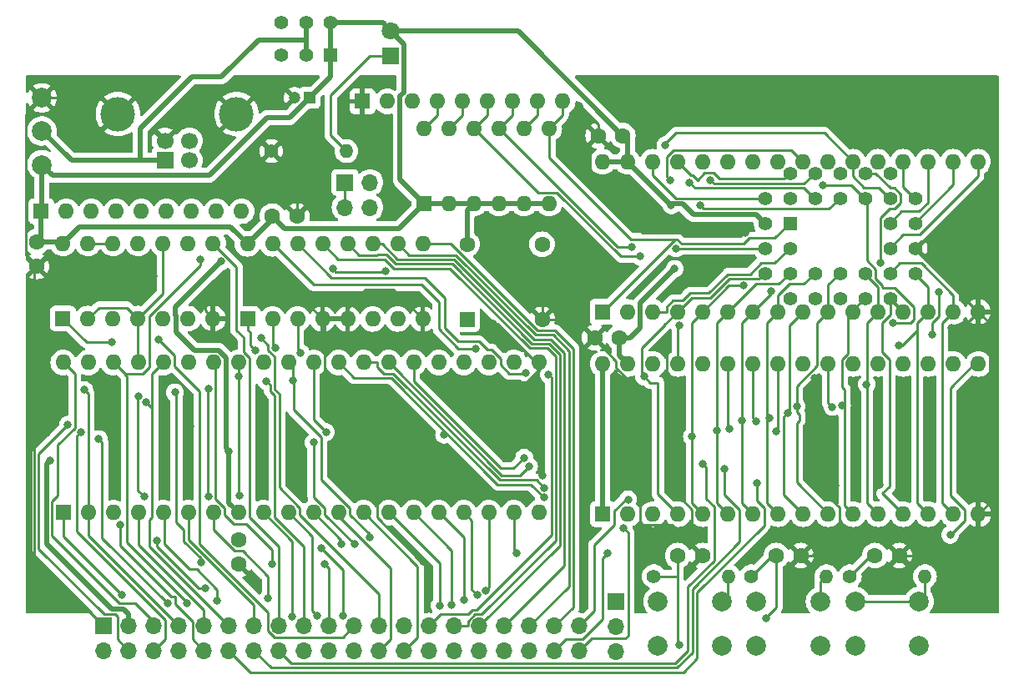
<source format=gbr>
%TF.GenerationSoftware,KiCad,Pcbnew,7.0.6*%
%TF.CreationDate,2023-07-30T11:34:09+01:00*%
%TF.ProjectId,MinFox,4d696e46-6f78-42e6-9b69-6361645f7063,rev?*%
%TF.SameCoordinates,Original*%
%TF.FileFunction,Copper,L1,Top*%
%TF.FilePolarity,Positive*%
%FSLAX46Y46*%
G04 Gerber Fmt 4.6, Leading zero omitted, Abs format (unit mm)*
G04 Created by KiCad (PCBNEW 7.0.6) date 2023-07-30 11:34:09*
%MOMM*%
%LPD*%
G01*
G04 APERTURE LIST*
%TA.AperFunction,ComponentPad*%
%ADD10C,1.400000*%
%TD*%
%TA.AperFunction,ComponentPad*%
%ADD11O,1.400000X1.400000*%
%TD*%
%TA.AperFunction,ComponentPad*%
%ADD12R,1.400000X1.400000*%
%TD*%
%TA.AperFunction,ComponentPad*%
%ADD13R,1.422400X1.422400*%
%TD*%
%TA.AperFunction,ComponentPad*%
%ADD14C,1.422400*%
%TD*%
%TA.AperFunction,ComponentPad*%
%ADD15R,1.600000X1.600000*%
%TD*%
%TA.AperFunction,ComponentPad*%
%ADD16O,1.600000X1.600000*%
%TD*%
%TA.AperFunction,SMDPad,CuDef*%
%ADD17C,2.000000*%
%TD*%
%TA.AperFunction,ComponentPad*%
%ADD18C,1.600000*%
%TD*%
%TA.AperFunction,ComponentPad*%
%ADD19R,1.700000X1.700000*%
%TD*%
%TA.AperFunction,ComponentPad*%
%ADD20O,1.700000X1.700000*%
%TD*%
%TA.AperFunction,ComponentPad*%
%ADD21C,2.000000*%
%TD*%
%TA.AperFunction,ComponentPad*%
%ADD22R,1.800000X1.800000*%
%TD*%
%TA.AperFunction,ComponentPad*%
%ADD23C,1.800000*%
%TD*%
%TA.AperFunction,ComponentPad*%
%ADD24R,1.200000X1.200000*%
%TD*%
%TA.AperFunction,ComponentPad*%
%ADD25C,1.200000*%
%TD*%
%TA.AperFunction,ComponentPad*%
%ADD26C,1.700000*%
%TD*%
%TA.AperFunction,ComponentPad*%
%ADD27C,3.500000*%
%TD*%
%TA.AperFunction,ViaPad*%
%ADD28C,0.800000*%
%TD*%
%TA.AperFunction,Conductor*%
%ADD29C,0.250000*%
%TD*%
%TA.AperFunction,Conductor*%
%ADD30C,0.500000*%
%TD*%
G04 APERTURE END LIST*
D10*
%TO.P,R4,1*%
%TO.N,~{IRQ}*%
X144490000Y-85450000D03*
D11*
%TO.P,R4,2*%
%TO.N,Net-(RN1-R5)*%
X152110000Y-85450000D03*
%TD*%
D10*
%TO.P,R3,1*%
%TO.N,~{NMI}*%
X134490000Y-85450000D03*
D11*
%TO.P,R3,2*%
%TO.N,Net-(RN1-R4)*%
X142110000Y-85450000D03*
%TD*%
D10*
%TO.P,R2,1*%
%TO.N,~{RESET}*%
X124590000Y-85450000D03*
D11*
%TO.P,R2,2*%
%TO.N,Net-(RN1-R3)*%
X132210000Y-85450000D03*
%TD*%
D12*
%TO.P,SW1,1,A*%
%TO.N,VCC*%
X91810000Y-32600000D03*
D10*
%TO.P,SW1,2,B*%
%TO.N,/Vusb*%
X89310000Y-32600000D03*
%TO.P,SW1,3,C*%
%TO.N,unconnected-(SW1A-C-Pad3)*%
X86810000Y-32600000D03*
%TO.P,SW1,4,A*%
%TO.N,VCC*%
X91810000Y-29300000D03*
%TO.P,SW1,5,B*%
%TO.N,/Vusb*%
X89310000Y-29300000D03*
%TO.P,SW1,6,C*%
%TO.N,unconnected-(SW1B-C-Pad6)*%
X86810000Y-29300000D03*
%TD*%
D13*
%TO.P,U6,1,A18*%
%TO.N,/Rom18*%
X138455000Y-49630000D03*
D14*
%TO.P,U6,2,A16*%
%TO.N,/Rom16*%
X135915000Y-52170000D03*
%TO.P,U6,3,A15*%
%TO.N,/Rom15*%
X138455000Y-52170000D03*
%TO.P,U6,4,A12*%
%TO.N,A12*%
X135915000Y-54710000D03*
%TO.P,U6,5,A7*%
%TO.N,A7*%
X138455000Y-57250000D03*
%TO.P,U6,6,A6*%
%TO.N,A6*%
X138455000Y-54710000D03*
%TO.P,U6,7,A5*%
%TO.N,A5*%
X140995000Y-57250000D03*
%TO.P,U6,8,A4*%
%TO.N,A4*%
X140995000Y-54710000D03*
%TO.P,U6,9,A3*%
%TO.N,A3*%
X143535000Y-57250000D03*
%TO.P,U6,10,A2*%
%TO.N,A2*%
X143535000Y-54710000D03*
%TO.P,U6,11,A1*%
%TO.N,A1*%
X146075000Y-57250000D03*
%TO.P,U6,12,A0*%
%TO.N,A0*%
X146075000Y-54710000D03*
%TO.P,U6,13,D0*%
%TO.N,D0*%
X148615000Y-57250000D03*
%TO.P,U6,14,D1*%
%TO.N,D1*%
X151155000Y-54710000D03*
%TO.P,U6,15,D2*%
%TO.N,D2*%
X148615000Y-54710000D03*
%TO.P,U6,16,VSS*%
%TO.N,GND*%
X151155000Y-52170000D03*
%TO.P,U6,17,D3*%
%TO.N,D3*%
X148615000Y-52170000D03*
%TO.P,U6,18,D4*%
%TO.N,D4*%
X151155000Y-49630000D03*
%TO.P,U6,19,D5*%
%TO.N,D5*%
X148615000Y-49630000D03*
%TO.P,U6,20,D6*%
%TO.N,D6*%
X151155000Y-47090000D03*
%TO.P,U6,21,D7*%
%TO.N,D7*%
X148615000Y-44550000D03*
%TO.P,U6,22,~{CE}*%
%TO.N,S7*%
X148615000Y-47090000D03*
%TO.P,U6,23,A10*%
%TO.N,A10*%
X146075000Y-44550000D03*
%TO.P,U6,24,~{OE}*%
%TO.N,~{RD}*%
X146075000Y-47090000D03*
%TO.P,U6,25,A11*%
%TO.N,A11*%
X143535000Y-44550000D03*
%TO.P,U6,26,A9*%
%TO.N,A9*%
X143535000Y-47090000D03*
%TO.P,U6,27,A8*%
%TO.N,A8*%
X140995000Y-44550000D03*
%TO.P,U6,28,A13*%
%TO.N,/Rom13*%
X140995000Y-47090000D03*
%TO.P,U6,29,A14*%
%TO.N,/Rom14*%
X138455000Y-44550000D03*
%TO.P,U6,30,A17*%
%TO.N,/Rom17*%
X135915000Y-47090000D03*
%TO.P,U6,31,~{WE}*%
%TO.N,VCC*%
X138455000Y-47090000D03*
%TO.P,U6,32,VDD*%
X135915000Y-49630000D03*
%TD*%
D15*
%TO.P,U1,1,~{VP}*%
%TO.N,~{VP}*%
X64690000Y-79000000D03*
D16*
%TO.P,U1,2,RDY*%
%TO.N,RDY*%
X67230000Y-79000000D03*
%TO.P,U1,3,\u03D51*%
%TO.N,unconnected-(U1-\u03D51-Pad3)*%
X69770000Y-79000000D03*
%TO.P,U1,4,~{IRQ}*%
%TO.N,~{IRQ}*%
X72310000Y-79000000D03*
%TO.P,U1,5,~{ML}*%
%TO.N,~{ML}*%
X74850000Y-79000000D03*
%TO.P,U1,6,~{NMI}*%
%TO.N,~{NMI}*%
X77390000Y-79000000D03*
%TO.P,U1,7,SYNC*%
%TO.N,SYNC*%
X79930000Y-79000000D03*
%TO.P,U1,8,VDD*%
%TO.N,VCC*%
X82470000Y-79000000D03*
%TO.P,U1,9,A0*%
%TO.N,A0*%
X85010000Y-79000000D03*
%TO.P,U1,10,A1*%
%TO.N,A1*%
X87550000Y-79000000D03*
%TO.P,U1,11,A2*%
%TO.N,A2*%
X90090000Y-79000000D03*
%TO.P,U1,12,A3*%
%TO.N,A3*%
X92630000Y-79000000D03*
%TO.P,U1,13,A4*%
%TO.N,A4*%
X95170000Y-79000000D03*
%TO.P,U1,14,A5*%
%TO.N,A5*%
X97710000Y-79000000D03*
%TO.P,U1,15,A6*%
%TO.N,A6*%
X100250000Y-79000000D03*
%TO.P,U1,16,A7*%
%TO.N,A7*%
X102790000Y-79000000D03*
%TO.P,U1,17,A8*%
%TO.N,A8*%
X105330000Y-79000000D03*
%TO.P,U1,18,A9*%
%TO.N,A9*%
X107870000Y-79000000D03*
%TO.P,U1,19,A10*%
%TO.N,A10*%
X110410000Y-79000000D03*
%TO.P,U1,20,A11*%
%TO.N,A11*%
X112950000Y-79000000D03*
%TO.P,U1,21,VSS*%
%TO.N,GND*%
X112950000Y-63760000D03*
%TO.P,U1,22,A12*%
%TO.N,A12*%
X110410000Y-63760000D03*
%TO.P,U1,23,A13*%
%TO.N,Net-(U1-A13)*%
X107870000Y-63760000D03*
%TO.P,U1,24,A14*%
%TO.N,Net-(U1-A14)*%
X105330000Y-63760000D03*
%TO.P,U1,25,A15*%
%TO.N,Net-(U1-A15)*%
X102790000Y-63760000D03*
%TO.P,U1,26,D7*%
%TO.N,D7*%
X100250000Y-63760000D03*
%TO.P,U1,27,D6*%
%TO.N,D6*%
X97710000Y-63760000D03*
%TO.P,U1,28,D5*%
%TO.N,D5*%
X95170000Y-63760000D03*
%TO.P,U1,29,D4*%
%TO.N,D4*%
X92630000Y-63760000D03*
%TO.P,U1,30,D3*%
%TO.N,D3*%
X90090000Y-63760000D03*
%TO.P,U1,31,D2*%
%TO.N,D2*%
X87550000Y-63760000D03*
%TO.P,U1,32,D1*%
%TO.N,D1*%
X85010000Y-63760000D03*
%TO.P,U1,33,D0*%
%TO.N,D0*%
X82470000Y-63760000D03*
%TO.P,U1,34,R/~{W}*%
%TO.N,R{slash}~{W}*%
X79930000Y-63760000D03*
%TO.P,U1,35,nc*%
%TO.N,unconnected-(U1-nc-Pad35)*%
X77390000Y-63760000D03*
%TO.P,U1,36,BE*%
%TO.N,BE*%
X74850000Y-63760000D03*
%TO.P,U1,37,\u03D50*%
%TO.N,\u00F82*%
X72310000Y-63760000D03*
%TO.P,U1,38,~{SO}*%
%TO.N,~{SO}*%
X69770000Y-63760000D03*
%TO.P,U1,39,\u03D52*%
%TO.N,unconnected-(U1-\u03D52-Pad39)*%
X67230000Y-63760000D03*
%TO.P,U1,40,~{RES}*%
%TO.N,~{RESET}*%
X64690000Y-63760000D03*
%TD*%
D15*
%TO.P,U2,1*%
%TO.N,R{slash}~{W}*%
X64655000Y-59300000D03*
D16*
%TO.P,U2,2*%
%TO.N,\u00F82*%
X67195000Y-59300000D03*
%TO.P,U2,3*%
%TO.N,~{RD}*%
X69735000Y-59300000D03*
%TO.P,U2,4*%
%TO.N,\u00F82*%
X72275000Y-59300000D03*
%TO.P,U2,5*%
%TO.N,Net-(U2-Pad11)*%
X74815000Y-59300000D03*
%TO.P,U2,6*%
%TO.N,~{WR}*%
X77355000Y-59300000D03*
%TO.P,U2,7,GND*%
%TO.N,GND*%
X79895000Y-59300000D03*
%TO.P,U2,8*%
%TO.N,\u00F81*%
X79895000Y-51680000D03*
%TO.P,U2,9*%
%TO.N,\u00F82*%
X77355000Y-51680000D03*
%TO.P,U2,10*%
X74815000Y-51680000D03*
%TO.P,U2,11*%
%TO.N,Net-(U2-Pad11)*%
X72275000Y-51680000D03*
%TO.P,U2,12*%
%TO.N,R{slash}~{W}*%
X69735000Y-51680000D03*
%TO.P,U2,13*%
X67195000Y-51680000D03*
%TO.P,U2,14,VCC*%
%TO.N,VCC*%
X64655000Y-51680000D03*
%TD*%
D17*
%TO.P,TP1,1,1*%
%TO.N,GND*%
X62525000Y-36900000D03*
%TD*%
D18*
%TO.P,C6,1*%
%TO.N,VCC*%
X85900000Y-48900000D03*
%TO.P,C6,2*%
%TO.N,GND*%
X88400000Y-48900000D03*
%TD*%
%TO.P,C4,1*%
%TO.N,GND*%
X149525000Y-83350000D03*
%TO.P,C4,2*%
%TO.N,~{IRQ}*%
X147025000Y-83350000D03*
%TD*%
%TO.P,C3,1*%
%TO.N,GND*%
X129525000Y-83350000D03*
%TO.P,C3,2*%
%TO.N,~{RESET}*%
X127025000Y-83350000D03*
%TD*%
D15*
%TO.P,X1,1,EN*%
%TO.N,VCC*%
X105650000Y-59380000D03*
D18*
%TO.P,X1,4,GND*%
%TO.N,GND*%
X113270000Y-59380000D03*
%TO.P,X1,5,OUT*%
%TO.N,/osc out*%
X113270000Y-51760000D03*
%TO.P,X1,8,Vcc*%
%TO.N,VCC*%
X105650000Y-51760000D03*
%TD*%
D19*
%TO.P,J3,1,Pin_1*%
%TO.N,GND*%
X68810000Y-90500000D03*
D20*
%TO.P,J3,2,Pin_2*%
%TO.N,D0*%
X68810000Y-93040000D03*
%TO.P,J3,3,Pin_3*%
%TO.N,VCC*%
X71350000Y-90500000D03*
%TO.P,J3,4,Pin_4*%
%TO.N,D1*%
X71350000Y-93040000D03*
%TO.P,J3,5,Pin_5*%
%TO.N,~{RESET}*%
X73890000Y-90500000D03*
%TO.P,J3,6,Pin_6*%
%TO.N,D2*%
X73890000Y-93040000D03*
%TO.P,J3,7,Pin_7*%
%TO.N,RDY*%
X76430000Y-90500000D03*
%TO.P,J3,8,Pin_8*%
%TO.N,D3*%
X76430000Y-93040000D03*
%TO.P,J3,9,Pin_9*%
%TO.N,~{IRQ}*%
X78970000Y-90500000D03*
%TO.P,J3,10,Pin_10*%
%TO.N,D4*%
X78970000Y-93040000D03*
%TO.P,J3,11,Pin_11*%
%TO.N,BE*%
X81510000Y-90500000D03*
%TO.P,J3,12,Pin_12*%
%TO.N,D5*%
X81510000Y-93040000D03*
%TO.P,J3,13,Pin_13*%
%TO.N,~{NMI}*%
X84050000Y-90500000D03*
%TO.P,J3,14,Pin_14*%
%TO.N,D6*%
X84050000Y-93040000D03*
%TO.P,J3,15,Pin_15*%
%TO.N,\u00F81*%
X86590000Y-90500000D03*
%TO.P,J3,16,Pin_16*%
%TO.N,D7*%
X86590000Y-93040000D03*
%TO.P,J3,17,Pin_17*%
%TO.N,\u00F82*%
X89130000Y-90500000D03*
%TO.P,J3,18,Pin_18*%
%TO.N,A0*%
X89130000Y-93040000D03*
%TO.P,J3,19,Pin_19*%
%TO.N,R{slash}~{W}*%
X91670000Y-90500000D03*
%TO.P,J3,20,Pin_20*%
%TO.N,A1*%
X91670000Y-93040000D03*
%TO.P,J3,21,Pin_21*%
%TO.N,~{RD}*%
X94210000Y-90500000D03*
%TO.P,J3,22,Pin_22*%
%TO.N,A2*%
X94210000Y-93040000D03*
%TO.P,J3,23,Pin_23*%
%TO.N,~{WR}*%
X96750000Y-90500000D03*
%TO.P,J3,24,Pin_24*%
%TO.N,A3*%
X96750000Y-93040000D03*
%TO.P,J3,25,Pin_25*%
%TO.N,~{SO}*%
X99290000Y-90500000D03*
%TO.P,J3,26,Pin_26*%
%TO.N,A4*%
X99290000Y-93040000D03*
%TO.P,J3,27,Pin_27*%
%TO.N,S1*%
X101830000Y-90500000D03*
%TO.P,J3,28,Pin_28*%
%TO.N,A5*%
X101830000Y-93040000D03*
%TO.P,J3,29,Pin_29*%
%TO.N,S2*%
X104370000Y-90500000D03*
%TO.P,J3,30,Pin_30*%
%TO.N,A6*%
X104370000Y-93040000D03*
%TO.P,J3,31,Pin_31*%
%TO.N,S3*%
X106910000Y-90500000D03*
%TO.P,J3,32,Pin_32*%
%TO.N,A7*%
X106910000Y-93040000D03*
%TO.P,J3,33,Pin_33*%
%TO.N,S4*%
X109450000Y-90500000D03*
%TO.P,J3,34,Pin_34*%
%TO.N,A8*%
X109450000Y-93040000D03*
%TO.P,J3,35,Pin_35*%
%TO.N,S5*%
X111990000Y-90500000D03*
%TO.P,J3,36,Pin_36*%
%TO.N,A9*%
X111990000Y-93040000D03*
%TO.P,J3,37,Pin_37*%
%TO.N,S6*%
X114530000Y-90500000D03*
%TO.P,J3,38,Pin_38*%
%TO.N,A10*%
X114530000Y-93040000D03*
%TO.P,J3,39,Pin_39*%
%TO.N,A12*%
X117070000Y-90500000D03*
%TO.P,J3,40,Pin_40*%
%TO.N,A11*%
X117070000Y-93040000D03*
%TD*%
D18*
%TO.P,C9,2*%
%TO.N,GND*%
X118600000Y-61225000D03*
%TO.P,C9,1*%
%TO.N,VCC*%
X121100000Y-61225000D03*
%TD*%
D10*
%TO.P,R1,1*%
%TO.N,GND*%
X85810000Y-42310000D03*
D11*
%TO.P,R1,2*%
%TO.N,Net-(D1-K)*%
X93430000Y-42310000D03*
%TD*%
D15*
%TO.P,SW5,1*%
%TO.N,VCC*%
X101300000Y-47620000D03*
D16*
%TO.P,SW5,2*%
X103840000Y-47620000D03*
%TO.P,SW5,3*%
X106380000Y-47620000D03*
%TO.P,SW5,4*%
X108920000Y-47620000D03*
%TO.P,SW5,5*%
X111460000Y-47620000D03*
%TO.P,SW5,6*%
X114000000Y-47620000D03*
%TO.P,SW5,7*%
%TO.N,/Rom18*%
X114000000Y-40000000D03*
%TO.P,SW5,8*%
%TO.N,/Rom17*%
X111460000Y-40000000D03*
%TO.P,SW5,9*%
%TO.N,/Rom16*%
X108920000Y-40000000D03*
%TO.P,SW5,10*%
%TO.N,/Rom15*%
X106380000Y-40000000D03*
%TO.P,SW5,11*%
%TO.N,/Rom14*%
X103840000Y-40000000D03*
%TO.P,SW5,12*%
%TO.N,/Rom13*%
X101300000Y-40000000D03*
%TD*%
D18*
%TO.P,C2,1*%
%TO.N,GND*%
X139525000Y-83350000D03*
%TO.P,C2,2*%
%TO.N,~{NMI}*%
X137025000Y-83350000D03*
%TD*%
%TO.P,C7,1*%
%TO.N,VCC*%
X62000000Y-51500000D03*
%TO.P,C7,2*%
%TO.N,GND*%
X62000000Y-54000000D03*
%TD*%
D17*
%TO.P,TP2,1,1*%
%TO.N,/Vusb*%
X62525000Y-40250000D03*
%TD*%
D15*
%TO.P,RN2,1,common*%
%TO.N,GND*%
X95040000Y-37260000D03*
D16*
%TO.P,RN2,2,R1*%
%TO.N,unconnected-(RN2-R1-Pad2)*%
X97580000Y-37260000D03*
%TO.P,RN2,3,R2*%
%TO.N,unconnected-(RN2-R2-Pad3)*%
X100120000Y-37260000D03*
%TO.P,RN2,4,R3*%
%TO.N,/Rom13*%
X102660000Y-37260000D03*
%TO.P,RN2,5,R4*%
%TO.N,/Rom14*%
X105200000Y-37260000D03*
%TO.P,RN2,6,R5*%
%TO.N,/Rom15*%
X107740000Y-37260000D03*
%TO.P,RN2,7,R6*%
%TO.N,/Rom16*%
X110280000Y-37260000D03*
%TO.P,RN2,8,R7*%
%TO.N,/Rom17*%
X112820000Y-37260000D03*
%TO.P,RN2,9,R8*%
%TO.N,/Rom18*%
X115360000Y-37260000D03*
%TD*%
D21*
%TO.P,SW2,1,1*%
%TO.N,GND*%
X131525000Y-92500000D03*
X125025000Y-92500000D03*
%TO.P,SW2,2,2*%
%TO.N,Net-(RN1-R3)*%
X131525000Y-88000000D03*
X125025000Y-88000000D03*
%TD*%
D22*
%TO.P,D1,1,K*%
%TO.N,Net-(D1-K)*%
X97920000Y-32660000D03*
D23*
%TO.P,D1,2,A*%
%TO.N,VCC*%
X97920000Y-30120000D03*
%TD*%
D19*
%TO.P,J4,1,Pin_1*%
%TO.N,\u00F82*%
X93270000Y-45480000D03*
D20*
%TO.P,J4,2,Pin_2*%
%TO.N,/osc out*%
X95810000Y-45480000D03*
%TO.P,J4,3,Pin_3*%
%TO.N,\u00F82*%
X93270000Y-48020000D03*
%TO.P,J4,4,Pin_4*%
%TO.N,/slot gate*%
X95810000Y-48020000D03*
%TD*%
D15*
%TO.P,U3,1,A0*%
%TO.N,Net-(U1-A13)*%
X83380000Y-59340000D03*
D16*
%TO.P,U3,2,A1*%
%TO.N,Net-(U1-A14)*%
X85920000Y-59340000D03*
%TO.P,U3,3,A2*%
%TO.N,Net-(U1-A15)*%
X88460000Y-59340000D03*
%TO.P,U3,4,E1*%
%TO.N,GND*%
X91000000Y-59340000D03*
%TO.P,U3,5,E2*%
X93540000Y-59340000D03*
%TO.P,U3,6,E3*%
%TO.N,/slot gate*%
X96080000Y-59340000D03*
%TO.P,U3,7,O7*%
%TO.N,S7*%
X98620000Y-59340000D03*
%TO.P,U3,8,GND*%
%TO.N,GND*%
X101160000Y-59340000D03*
%TO.P,U3,9,O6*%
%TO.N,S6*%
X101160000Y-51720000D03*
%TO.P,U3,10,O5*%
%TO.N,S5*%
X98620000Y-51720000D03*
%TO.P,U3,11,O4*%
%TO.N,S4*%
X96080000Y-51720000D03*
%TO.P,U3,12,O3*%
%TO.N,S3*%
X93540000Y-51720000D03*
%TO.P,U3,13,O2*%
%TO.N,S2*%
X91000000Y-51720000D03*
%TO.P,U3,14,O1*%
%TO.N,S1*%
X88460000Y-51720000D03*
%TO.P,U3,15,O0*%
%TO.N,S0*%
X85920000Y-51720000D03*
%TO.P,U3,16,VCC*%
%TO.N,VCC*%
X83380000Y-51720000D03*
%TD*%
D24*
%TO.P,C1,1*%
%TO.N,VCC*%
X89662000Y-36900000D03*
D25*
%TO.P,C1,2*%
%TO.N,GND*%
X88162000Y-36900000D03*
%TD*%
D15*
%TO.P,U5,1,A18*%
%TO.N,/Rom18*%
X119400000Y-58620000D03*
D16*
%TO.P,U5,2,A16*%
%TO.N,/Rom16*%
X121940000Y-58620000D03*
%TO.P,U5,3,A15*%
%TO.N,/Rom15*%
X124480000Y-58620000D03*
%TO.P,U5,4,A12*%
%TO.N,A12*%
X127020000Y-58620000D03*
%TO.P,U5,5,A7*%
%TO.N,A7*%
X129560000Y-58620000D03*
%TO.P,U5,6,A6*%
%TO.N,A6*%
X132100000Y-58620000D03*
%TO.P,U5,7,A5*%
%TO.N,A5*%
X134640000Y-58620000D03*
%TO.P,U5,8,A4*%
%TO.N,A4*%
X137180000Y-58620000D03*
%TO.P,U5,9,A3*%
%TO.N,A3*%
X139720000Y-58620000D03*
%TO.P,U5,10,A2*%
%TO.N,A2*%
X142260000Y-58620000D03*
%TO.P,U5,11,A1*%
%TO.N,A1*%
X144800000Y-58620000D03*
%TO.P,U5,12,A0*%
%TO.N,A0*%
X147340000Y-58620000D03*
%TO.P,U5,13,D0*%
%TO.N,D0*%
X149880000Y-58620000D03*
%TO.P,U5,14,D1*%
%TO.N,D1*%
X152420000Y-58620000D03*
%TO.P,U5,15,D2*%
%TO.N,D2*%
X154960000Y-58620000D03*
%TO.P,U5,16,VSS*%
%TO.N,GND*%
X157500000Y-58620000D03*
%TO.P,U5,17,D3*%
%TO.N,D3*%
X157500000Y-43380000D03*
%TO.P,U5,18,D4*%
%TO.N,D4*%
X154960000Y-43380000D03*
%TO.P,U5,19,D5*%
%TO.N,D5*%
X152420000Y-43380000D03*
%TO.P,U5,20,D6*%
%TO.N,D6*%
X149880000Y-43380000D03*
%TO.P,U5,21,D7*%
%TO.N,D7*%
X147340000Y-43380000D03*
%TO.P,U5,22,~{CE}*%
%TO.N,S7*%
X144800000Y-43380000D03*
%TO.P,U5,23,A10*%
%TO.N,A10*%
X142260000Y-43380000D03*
%TO.P,U5,24,~{OE}*%
%TO.N,~{RD}*%
X139720000Y-43380000D03*
%TO.P,U5,25,A11*%
%TO.N,A11*%
X137180000Y-43380000D03*
%TO.P,U5,26,A9*%
%TO.N,A9*%
X134640000Y-43380000D03*
%TO.P,U5,27,A8*%
%TO.N,A8*%
X132100000Y-43380000D03*
%TO.P,U5,28,A13*%
%TO.N,/Rom13*%
X129560000Y-43380000D03*
%TO.P,U5,29,A14*%
%TO.N,/Rom14*%
X127020000Y-43380000D03*
%TO.P,U5,30,A17*%
%TO.N,/Rom17*%
X124480000Y-43380000D03*
%TO.P,U5,31,~{WE}*%
%TO.N,VCC*%
X121940000Y-43380000D03*
%TO.P,U5,32,VDD*%
X119400000Y-43380000D03*
%TD*%
D17*
%TO.P,TP3,1,1*%
%TO.N,VCC*%
X62525000Y-43700000D03*
%TD*%
D19*
%TO.P,J2,1,Pin_1*%
%TO.N,~{VP}*%
X120750000Y-88000000D03*
D20*
%TO.P,J2,2,Pin_2*%
%TO.N,~{ML}*%
X120750000Y-90540000D03*
%TO.P,J2,3,Pin_3*%
%TO.N,SYNC*%
X120750000Y-93080000D03*
%TD*%
D19*
%TO.P,J1,1,VBUS*%
%TO.N,/Vusb*%
X75000000Y-43250000D03*
D26*
%TO.P,J1,2,D-*%
%TO.N,unconnected-(J1-D--Pad2)*%
X77500000Y-43250000D03*
%TO.P,J1,3,D+*%
%TO.N,unconnected-(J1-D+-Pad3)*%
X77500000Y-41250000D03*
%TO.P,J1,4,GND*%
%TO.N,GND*%
X75000000Y-41250000D03*
D27*
%TO.P,J1,5,Shield*%
X70230000Y-38540000D03*
X82270000Y-38540000D03*
%TD*%
D15*
%TO.P,U4,1,A18*%
%TO.N,VCC*%
X119430000Y-79142000D03*
D16*
%TO.P,U4,2,A16*%
X121970000Y-79142000D03*
%TO.P,U4,3,A14*%
X124510000Y-79142000D03*
%TO.P,U4,4,A12*%
%TO.N,A12*%
X127050000Y-79142000D03*
%TO.P,U4,5,A7*%
%TO.N,A7*%
X129590000Y-79142000D03*
%TO.P,U4,6,A6*%
%TO.N,A6*%
X132130000Y-79142000D03*
%TO.P,U4,7,A5*%
%TO.N,A5*%
X134670000Y-79142000D03*
%TO.P,U4,8,A4*%
%TO.N,A4*%
X137210000Y-79142000D03*
%TO.P,U4,9,A3*%
%TO.N,A3*%
X139750000Y-79142000D03*
%TO.P,U4,10,A2*%
%TO.N,A2*%
X142290000Y-79142000D03*
%TO.P,U4,11,A1*%
%TO.N,A1*%
X144830000Y-79142000D03*
%TO.P,U4,12,A0*%
%TO.N,A0*%
X147370000Y-79142000D03*
%TO.P,U4,13,DQ0*%
%TO.N,D0*%
X149910000Y-79142000D03*
%TO.P,U4,14,DQ1*%
%TO.N,D1*%
X152450000Y-79142000D03*
%TO.P,U4,15,DQ2*%
%TO.N,D2*%
X154990000Y-79142000D03*
%TO.P,U4,16,VSS*%
%TO.N,GND*%
X157530000Y-79142000D03*
%TO.P,U4,17,DQ3*%
%TO.N,D3*%
X157530000Y-63902000D03*
%TO.P,U4,18,DQ4*%
%TO.N,D4*%
X154990000Y-63902000D03*
%TO.P,U4,19,DQ5*%
%TO.N,D5*%
X152450000Y-63902000D03*
%TO.P,U4,20,DQ6*%
%TO.N,D6*%
X149910000Y-63902000D03*
%TO.P,U4,21,DQ7*%
%TO.N,D7*%
X147370000Y-63902000D03*
%TO.P,U4,22,CE#*%
%TO.N,S0*%
X144830000Y-63902000D03*
%TO.P,U4,23,A10*%
%TO.N,A10*%
X142290000Y-63902000D03*
%TO.P,U4,24,OE#*%
%TO.N,~{RD}*%
X139750000Y-63902000D03*
%TO.P,U4,25,A11*%
%TO.N,A11*%
X137210000Y-63902000D03*
%TO.P,U4,26,A9*%
%TO.N,A9*%
X134670000Y-63902000D03*
%TO.P,U4,27,A8*%
%TO.N,A8*%
X132130000Y-63902000D03*
%TO.P,U4,28,A13*%
%TO.N,VCC*%
X129590000Y-63902000D03*
%TO.P,U4,29,WE#*%
%TO.N,~{WR}*%
X127050000Y-63902000D03*
%TO.P,U4,30,A17*%
%TO.N,VCC*%
X124510000Y-63902000D03*
%TO.P,U4,31,A15*%
X121970000Y-63902000D03*
%TO.P,U4,32,VCC*%
X119430000Y-63902000D03*
%TD*%
D21*
%TO.P,SW3,1,1*%
%TO.N,GND*%
X141525000Y-92500000D03*
X135025000Y-92500000D03*
%TO.P,SW3,2,2*%
%TO.N,Net-(RN1-R4)*%
X141525000Y-88000000D03*
X135025000Y-88000000D03*
%TD*%
%TO.P,SW4,1,1*%
%TO.N,GND*%
X151525000Y-92500000D03*
X145025000Y-92500000D03*
%TO.P,SW4,2,2*%
%TO.N,Net-(RN1-R5)*%
X151525000Y-88000000D03*
X145025000Y-88000000D03*
%TD*%
D15*
%TO.P,RN1,1,common*%
%TO.N,VCC*%
X62460000Y-48400000D03*
D16*
%TO.P,RN1,2,R1*%
%TO.N,BE*%
X65000000Y-48400000D03*
%TO.P,RN1,3,R2*%
%TO.N,RDY*%
X67540000Y-48400000D03*
%TO.P,RN1,4,R3*%
%TO.N,Net-(RN1-R3)*%
X70080000Y-48400000D03*
%TO.P,RN1,5,R4*%
%TO.N,Net-(RN1-R4)*%
X72620000Y-48400000D03*
%TO.P,RN1,6,R5*%
%TO.N,Net-(RN1-R5)*%
X75160000Y-48400000D03*
%TO.P,RN1,7,R6*%
%TO.N,~{SO}*%
X77700000Y-48400000D03*
%TO.P,RN1,8,R7*%
%TO.N,/slot gate*%
X80240000Y-48400000D03*
%TO.P,RN1,9,R8*%
%TO.N,unconnected-(RN1-R8-Pad9)*%
X82780000Y-48400000D03*
%TD*%
D18*
%TO.P,C8,1*%
%TO.N,VCC*%
X121460000Y-40740000D03*
%TO.P,C8,2*%
%TO.N,GND*%
X118960000Y-40740000D03*
%TD*%
%TO.P,C5,1*%
%TO.N,VCC*%
X82500000Y-81750000D03*
%TO.P,C5,2*%
%TO.N,GND*%
X82500000Y-84250000D03*
%TD*%
D28*
%TO.N,GND*%
X147550000Y-76175000D03*
X152650000Y-76175000D03*
X87125000Y-54825000D03*
X120450000Y-47550000D03*
X63050000Y-70925000D03*
X117075000Y-37700500D03*
X94425000Y-67950000D03*
X73850000Y-54975000D03*
X108300000Y-59825000D03*
X115675000Y-51425000D03*
X101225000Y-83925000D03*
X103937316Y-67687470D03*
X113300000Y-75225000D03*
X77600000Y-70275000D03*
X154800000Y-60225000D03*
X134000000Y-53225000D03*
X88050000Y-70125000D03*
X84950000Y-70125000D03*
X69700000Y-70325000D03*
X133850000Y-50575000D03*
X125525000Y-62075000D03*
X127325000Y-75575500D03*
X140950000Y-65325000D03*
X127150000Y-66075000D03*
X143000000Y-76225000D03*
X75150000Y-70275000D03*
X145100000Y-76275000D03*
X111750000Y-77525000D03*
X142700000Y-70325000D03*
X150050000Y-76175000D03*
X80050000Y-56075500D03*
%TO.N,~{VP}*%
X70650000Y-87350000D03*
%TO.N,~{ML}*%
X80325000Y-87950000D03*
%TO.N,SYNC*%
X85475000Y-87675000D03*
%TO.N,A0*%
X87925000Y-89575000D03*
X146200000Y-65975000D03*
%TO.N,A1*%
X90425000Y-89449500D03*
X143705000Y-68100000D03*
%TO.N,A2*%
X92900000Y-82205996D03*
X139100000Y-68199500D03*
X90850000Y-82600000D03*
X93050000Y-89449500D03*
%TO.N,A3*%
X138162500Y-68862500D03*
%TO.N,A4*%
X136300000Y-69425000D03*
%TO.N,A5*%
X102875000Y-88425000D03*
X136500000Y-56500000D03*
X133545000Y-69650000D03*
%TO.N,A6*%
X104075000Y-88400000D03*
X130975000Y-70675000D03*
%TO.N,A7*%
X128465000Y-71275500D03*
X133722701Y-55972701D03*
X105312701Y-87862701D03*
%TO.N,A8*%
X132250000Y-70500000D03*
X130365000Y-45229500D03*
X106665247Y-87364809D03*
%TO.N,A9*%
X129350000Y-47814500D03*
X107550201Y-86900201D03*
X135000000Y-69750000D03*
%TO.N,A10*%
X147575000Y-53625000D03*
X110661295Y-83124500D03*
X119925000Y-83124500D03*
X142721072Y-68275757D03*
%TO.N,A11*%
X137000000Y-70750000D03*
X121536445Y-80564055D03*
%TO.N,A12*%
X122000000Y-77649500D03*
X123625000Y-65200500D03*
%TO.N,Net-(U1-A13)*%
X84225000Y-62575000D03*
%TO.N,Net-(U1-A14)*%
X86250000Y-62250000D03*
%TO.N,Net-(U1-A15)*%
X88750000Y-62750000D03*
%TO.N,D7*%
X129600000Y-74074500D03*
X153545000Y-56575000D03*
X111450000Y-73425000D03*
X152868802Y-60950500D03*
%TO.N,D6*%
X111956768Y-74286505D03*
X131729500Y-74524500D03*
%TO.N,D5*%
X113463201Y-76462701D03*
X135050000Y-76025500D03*
%TO.N,D4*%
X70460500Y-80225000D03*
X103328714Y-71078312D03*
X113475500Y-77475000D03*
%TO.N,D3*%
X75325000Y-88225000D03*
X68300000Y-71525000D03*
X154675000Y-81250000D03*
X90100000Y-71875000D03*
X94244504Y-82205496D03*
X91350000Y-70825000D03*
%TO.N,D2*%
X88000000Y-65624500D03*
X95775000Y-81475000D03*
X66448840Y-70817582D03*
%TO.N,D1*%
X65150000Y-70075000D03*
X149450000Y-62000500D03*
%TO.N,D0*%
X82470000Y-65125000D03*
X82575000Y-77275000D03*
%TO.N,R{slash}~{W}*%
X85865500Y-84199500D03*
X69625000Y-61700000D03*
X91225000Y-84199500D03*
%TO.N,\u00F82*%
X85300000Y-65650000D03*
%TO.N,S1*%
X113925500Y-65000500D03*
X111599951Y-64800451D03*
%TO.N,~{NMI}*%
X136025000Y-89700000D03*
%TO.N,~{RESET}*%
X127225000Y-92450000D03*
%TO.N,BE*%
X73117716Y-67807858D03*
%TO.N,S0*%
X106534642Y-62349052D03*
%TO.N,S7*%
X125775000Y-41700000D03*
%TO.N,Net-(RN1-R3)*%
X72900000Y-77375000D03*
X72344500Y-67174500D03*
X74217259Y-81802596D03*
X79125000Y-86625000D03*
%TO.N,RDY*%
X66829044Y-66553642D03*
%TO.N,VCC*%
X80695201Y-53504799D03*
X126379799Y-47819799D03*
X126725000Y-54250000D03*
X63350000Y-73725000D03*
X81500000Y-72750000D03*
%TO.N,~{WR}*%
X127211224Y-60006377D03*
X84750000Y-61275000D03*
%TO.N,~{RD}*%
X141750000Y-45750000D03*
X126275500Y-45300000D03*
X97350000Y-54450500D03*
X148867702Y-59707887D03*
X92019799Y-54255201D03*
X74325000Y-61425000D03*
%TO.N,~{SO}*%
X77275000Y-88225000D03*
X78600000Y-53275000D03*
%TO.N,Net-(RN1-R4)*%
X78662701Y-84037299D03*
X76025000Y-66800000D03*
%TO.N,Net-(RN1-R5)*%
X79400000Y-77375000D03*
X79425500Y-66425000D03*
%TO.N,/Rom13*%
X128250000Y-45500000D03*
%TO.N,/Rom15*%
X123250000Y-53000000D03*
%TO.N,/Rom16*%
X126859799Y-52184799D03*
X122375000Y-52000000D03*
%TD*%
D29*
%TO.N,Net-(D1-K)*%
X95805000Y-32660000D02*
X91825000Y-36640000D01*
X91825000Y-36640000D02*
X91825000Y-40705000D01*
X91825000Y-40705000D02*
X93430000Y-42310000D01*
X97920000Y-32660000D02*
X95805000Y-32660000D01*
%TO.N,GND*%
X112950000Y-63760000D02*
X112671396Y-63760000D01*
X68810000Y-90500000D02*
X61725000Y-83415000D01*
X87125000Y-55465000D02*
X91000000Y-59340000D01*
X128465000Y-78676009D02*
X128465000Y-82290000D01*
X116755000Y-59380000D02*
X118600000Y-61225000D01*
X93540000Y-58208630D02*
X93540000Y-59340000D01*
X60875000Y-38550000D02*
X62525000Y-36900000D01*
X118960000Y-40740000D02*
X118960000Y-39585500D01*
X158655000Y-59775000D02*
X157500000Y-58620000D01*
X112950000Y-63760000D02*
X112950000Y-64475000D01*
X155895000Y-60225000D02*
X157500000Y-58620000D01*
X125925000Y-62475000D02*
X125525000Y-62075000D01*
X143415000Y-78440000D02*
X143415000Y-80591370D01*
X94300305Y-68025000D02*
X94150000Y-68175305D01*
X88400000Y-48900000D02*
X88400000Y-44900000D01*
X123200000Y-66722991D02*
X120800000Y-64322991D01*
X112950000Y-64475000D02*
X111700000Y-65725000D01*
X157530000Y-79142000D02*
X158655000Y-78017000D01*
X80050000Y-56075500D02*
X79095001Y-57030499D01*
X61725000Y-83415000D02*
X61725000Y-70925000D01*
X127325000Y-75575500D02*
X127325000Y-66150000D01*
X123442000Y-80267000D02*
X123200000Y-80025000D01*
X123200000Y-80025000D02*
X123200000Y-66722991D01*
X88400000Y-44900000D02*
X85810000Y-42310000D01*
X111700000Y-65725000D02*
X104475000Y-65725000D01*
X126025000Y-64850000D02*
X125925000Y-64750000D01*
X151040000Y-52170000D02*
X157490000Y-58620000D01*
X62000000Y-54000000D02*
X60875000Y-52875000D01*
X113270000Y-55155000D02*
X113270000Y-59380000D01*
X128465000Y-82290000D02*
X129525000Y-83350000D01*
X68590000Y-36900000D02*
X70230000Y-38540000D01*
X63050000Y-70925000D02*
X61725000Y-70925000D01*
X123475000Y-50575000D02*
X120450000Y-47550000D01*
X118160001Y-41539999D02*
X118160001Y-45260001D01*
X142200000Y-70825000D02*
X142200000Y-77225000D01*
X127250000Y-66075000D02*
X127150000Y-66075000D01*
X120800000Y-64322991D02*
X120800000Y-63625000D01*
X113270000Y-59380000D02*
X116755000Y-59380000D01*
X127325000Y-77536009D02*
X128465000Y-78676009D01*
X143000000Y-70625000D02*
X142700000Y-70325000D01*
X98195000Y-56375000D02*
X95373630Y-56375000D01*
X143415000Y-80591370D02*
X140656370Y-83350000D01*
X118960000Y-39585500D02*
X117075000Y-37700500D01*
X91000000Y-59340000D02*
X93540000Y-59340000D01*
X108736396Y-59825000D02*
X108300000Y-59825000D01*
X91000000Y-59340000D02*
X91215000Y-59555000D01*
X79095001Y-57030499D02*
X79095001Y-58500001D01*
X115675000Y-51425000D02*
X115675000Y-52750000D01*
X154800000Y-60225000D02*
X155895000Y-60225000D01*
X133850000Y-50575000D02*
X123475000Y-50575000D01*
X101160000Y-59340000D02*
X98195000Y-56375000D01*
X96503198Y-79453198D02*
X100975000Y-83925000D01*
X157490000Y-58620000D02*
X157500000Y-58620000D01*
X91215000Y-59555000D02*
X91215000Y-64939695D01*
X143000000Y-76225000D02*
X143000000Y-70625000D01*
X87125000Y-54825000D02*
X87125000Y-55465000D01*
X60875000Y-52875000D02*
X60875000Y-38550000D01*
X140950000Y-65325000D02*
X140866611Y-65408389D01*
X120800000Y-63625000D02*
X118600000Y-61425000D01*
X118160001Y-45260001D02*
X120450000Y-47550000D01*
X118600000Y-61425000D02*
X118600000Y-61225000D01*
X104475000Y-65725000D02*
X103937316Y-66262684D01*
X127325000Y-75575500D02*
X127325000Y-77536009D01*
X149525000Y-83350000D02*
X154453370Y-83350000D01*
X129525000Y-83350000D02*
X126442000Y-80267000D01*
X140866611Y-65408389D02*
X140866611Y-68491611D01*
X61725000Y-54275000D02*
X62000000Y-54000000D01*
X127325000Y-66150000D02*
X127250000Y-66075000D01*
X94150000Y-70475000D02*
X96503198Y-72828198D01*
X79095001Y-58500001D02*
X79895000Y-59300000D01*
X158655000Y-78017000D02*
X158655000Y-59775000D01*
X61725000Y-70925000D02*
X61725000Y-54275000D01*
X91215000Y-64939695D02*
X94300305Y-68025000D01*
X94150000Y-68175305D02*
X94150000Y-70475000D01*
X142200000Y-77225000D02*
X143415000Y-78440000D01*
X127150000Y-65975000D02*
X126025000Y-64850000D01*
X126442000Y-80267000D02*
X123442000Y-80267000D01*
X140656370Y-83350000D02*
X139525000Y-83350000D01*
X62525000Y-36900000D02*
X68590000Y-36900000D01*
X96503198Y-72828198D02*
X96503198Y-79453198D01*
X103937316Y-66262684D02*
X103937316Y-67687470D01*
X100975000Y-83925000D02*
X101225000Y-83925000D01*
X157530000Y-80273370D02*
X157530000Y-79142000D01*
X154453370Y-83350000D02*
X157530000Y-80273370D01*
X118960000Y-40740000D02*
X118160001Y-41539999D01*
X127150000Y-66075000D02*
X127150000Y-65975000D01*
X95373630Y-56375000D02*
X93540000Y-58208630D01*
X142700000Y-70325000D02*
X142200000Y-70825000D01*
X115675000Y-52750000D02*
X113270000Y-55155000D01*
X112671396Y-63760000D02*
X108736396Y-59825000D01*
X125925000Y-64750000D02*
X125925000Y-62475000D01*
X140866611Y-68491611D02*
X142700000Y-70325000D01*
%TO.N,~{VP}*%
X64690000Y-81390000D02*
X70650000Y-87350000D01*
X64690000Y-81390000D02*
X64690000Y-79000000D01*
%TO.N,~{ML}*%
X80325000Y-87950000D02*
X80325000Y-86799695D01*
X74942259Y-82102901D02*
X74942259Y-79092259D01*
X74942259Y-79092259D02*
X74850000Y-79000000D01*
X80325000Y-86799695D02*
X78275305Y-84750000D01*
X74942259Y-82192259D02*
X74942259Y-82102901D01*
X77500000Y-84750000D02*
X74942259Y-82192259D01*
X78275305Y-84750000D02*
X77500000Y-84750000D01*
%TO.N,SYNC*%
X82034009Y-82875000D02*
X79930000Y-80770991D01*
X79930000Y-80770991D02*
X79930000Y-79000000D01*
X85475000Y-87675000D02*
X85475000Y-85475000D01*
X85475000Y-85475000D02*
X82875000Y-82875000D01*
X82875000Y-82875000D02*
X82034009Y-82875000D01*
%TO.N,A0*%
X146245000Y-59715000D02*
X147340000Y-58620000D01*
X147340000Y-58620000D02*
X147340000Y-56090000D01*
X146245000Y-65500000D02*
X146245000Y-59715000D01*
X87925000Y-89575000D02*
X87925000Y-81915000D01*
X147340000Y-56090000D02*
X145960000Y-54710000D01*
X146245000Y-78017000D02*
X146245000Y-65500000D01*
X87925000Y-81915000D02*
X85010000Y-79000000D01*
X147370000Y-79142000D02*
X146245000Y-78017000D01*
%TO.N,A1*%
X144800000Y-58410000D02*
X145960000Y-57250000D01*
X89950000Y-81400000D02*
X89950000Y-88974500D01*
X143705000Y-66250000D02*
X143705000Y-63436009D01*
X143950000Y-78262000D02*
X143950000Y-66495000D01*
X144830000Y-79142000D02*
X143950000Y-78262000D01*
X143705000Y-63436009D02*
X144300000Y-62841009D01*
X89950000Y-88974500D02*
X90425000Y-89449500D01*
X144300000Y-59120000D02*
X144800000Y-58620000D01*
X144800000Y-58620000D02*
X144800000Y-58410000D01*
X144300000Y-62841009D02*
X144300000Y-59120000D01*
X87550000Y-79000000D02*
X89950000Y-81400000D01*
X143950000Y-66495000D02*
X143705000Y-66250000D01*
%TO.N,A2*%
X139100000Y-75952000D02*
X139100000Y-69875305D01*
X139100000Y-68774695D02*
X139100000Y-66142991D01*
X139100000Y-69875305D02*
X139350000Y-69625305D01*
X141165000Y-64077991D02*
X141165000Y-59715000D01*
X141165000Y-59715000D02*
X142260000Y-58620000D01*
X93050000Y-84800000D02*
X93050000Y-89449500D01*
X142260000Y-58620000D02*
X142260000Y-55870000D01*
X90090000Y-79000000D02*
X92900000Y-81810000D01*
X142290000Y-79142000D02*
X139100000Y-75952000D01*
X90850000Y-82600000D02*
X93050000Y-84800000D01*
X139350000Y-69625305D02*
X139350000Y-69024695D01*
X142260000Y-55870000D02*
X143420000Y-54710000D01*
X139100000Y-66142991D02*
X141165000Y-64077991D01*
X92900000Y-81810000D02*
X92900000Y-82205996D01*
X139350000Y-69024695D02*
X139100000Y-68774695D01*
%TO.N,A3*%
X138335000Y-68690000D02*
X138335000Y-60005000D01*
X97925000Y-91865000D02*
X97925000Y-84650000D01*
X138162500Y-68862500D02*
X138335000Y-68690000D01*
X137800000Y-69225000D02*
X137800000Y-77192000D01*
X96750000Y-93040000D02*
X97925000Y-91865000D01*
X138162500Y-68862500D02*
X137800000Y-69225000D01*
X92630000Y-79355000D02*
X92630000Y-79000000D01*
X97925000Y-84650000D02*
X92630000Y-79355000D01*
X137800000Y-77192000D02*
X139750000Y-79142000D01*
X138335000Y-60005000D02*
X139720000Y-58620000D01*
%TO.N,A4*%
X139840000Y-55750000D02*
X140880000Y-54710000D01*
X100650000Y-84480000D02*
X100650000Y-91680000D01*
X136300000Y-69425000D02*
X136085000Y-69210000D01*
X136300000Y-69425000D02*
X136085000Y-69640000D01*
X136085000Y-59715000D02*
X137180000Y-58620000D01*
X136085000Y-78017000D02*
X137210000Y-79142000D01*
X138374591Y-55750000D02*
X139840000Y-55750000D01*
X137180000Y-58620000D02*
X137180000Y-56944591D01*
X136085000Y-69210000D02*
X136085000Y-59715000D01*
X137180000Y-56944591D02*
X138374591Y-55750000D01*
X136085000Y-69640000D02*
X136085000Y-78017000D01*
X100650000Y-91680000D02*
X99290000Y-93040000D01*
X95170000Y-79000000D02*
X100650000Y-84480000D01*
%TO.N,A5*%
X133545000Y-78017000D02*
X134670000Y-79142000D01*
X134640000Y-58620000D02*
X136500000Y-56760000D01*
X133545000Y-69650000D02*
X133545000Y-59715000D01*
X136500000Y-56760000D02*
X136500000Y-56500000D01*
X133545000Y-59715000D02*
X134640000Y-58620000D01*
X102875000Y-88425000D02*
X102875000Y-84165000D01*
X102875000Y-84165000D02*
X97710000Y-79000000D01*
X133545000Y-69650000D02*
X133545000Y-78017000D01*
%TO.N,A6*%
X131005000Y-70000000D02*
X131005000Y-59715000D01*
X104075000Y-82825000D02*
X104075000Y-88400000D01*
X100250000Y-79000000D02*
X104075000Y-82825000D01*
X137303800Y-55746200D02*
X134973800Y-55746200D01*
X131005000Y-59715000D02*
X132100000Y-58620000D01*
X138340000Y-54710000D02*
X137303800Y-55746200D01*
X134973800Y-55746200D02*
X132100000Y-58620000D01*
X131005000Y-78017000D02*
X131005000Y-70000000D01*
X132130000Y-79142000D02*
X131005000Y-78017000D01*
%TO.N,A7*%
X105312701Y-87862701D02*
X105312701Y-81522701D01*
X105312701Y-81522701D02*
X102790000Y-79000000D01*
X128465000Y-59715000D02*
X129560000Y-58620000D01*
X128465000Y-71275500D02*
X128465000Y-59715000D01*
X132207299Y-55972701D02*
X129560000Y-58620000D01*
X133722701Y-55972701D02*
X132207299Y-55972701D01*
X128465000Y-71275500D02*
X128465000Y-78017000D01*
X128465000Y-78017000D02*
X129590000Y-79142000D01*
%TO.N,A8*%
X106665247Y-87364809D02*
X106150000Y-86849562D01*
X137964591Y-45575000D02*
X137975791Y-45586200D01*
X106150000Y-79820000D02*
X105330000Y-79000000D01*
X132130000Y-70380000D02*
X132130000Y-63902000D01*
X130710500Y-45575000D02*
X130365000Y-45229500D01*
X137975791Y-45586200D02*
X139843800Y-45586200D01*
X106150000Y-86849562D02*
X106150000Y-79820000D01*
X140880000Y-44550000D02*
X139843800Y-45586200D01*
X132250000Y-70500000D02*
X132130000Y-70380000D01*
X137964591Y-45575000D02*
X130710500Y-45575000D01*
%TO.N,A9*%
X142383800Y-48126200D02*
X143420000Y-47090000D01*
X129661700Y-48126200D02*
X142383800Y-48126200D01*
X107550201Y-86900201D02*
X107870000Y-86580402D01*
X129350000Y-47814500D02*
X129661700Y-48126200D01*
X135000000Y-69750000D02*
X134670000Y-69420000D01*
X134670000Y-69420000D02*
X134670000Y-63902000D01*
X107870000Y-86580402D02*
X107870000Y-79000000D01*
%TO.N,A10*%
X119925000Y-83124500D02*
X119425000Y-83624500D01*
X149044209Y-48126200D02*
X148548800Y-48126200D01*
X142721072Y-68275757D02*
X142290000Y-67844685D01*
X119425000Y-83624500D02*
X119425000Y-89806701D01*
X147575000Y-49100000D02*
X147575000Y-53625000D01*
X149651200Y-47519209D02*
X149044209Y-48126200D01*
X147080788Y-44550000D02*
X148584588Y-46053800D01*
X146075000Y-44550000D02*
X147080788Y-44550000D01*
X117366701Y-91865000D02*
X115705000Y-91865000D01*
X149651200Y-46660791D02*
X149651200Y-47519209D01*
X110661295Y-83124500D02*
X110410000Y-82873205D01*
X110410000Y-82873205D02*
X110410000Y-79000000D01*
X142290000Y-67844685D02*
X142290000Y-63902000D01*
X148584588Y-46053800D02*
X149044209Y-46053800D01*
X149044209Y-46053800D02*
X149651200Y-46660791D01*
X148548800Y-48126200D02*
X147575000Y-49100000D01*
X115705000Y-91865000D02*
X114530000Y-93040000D01*
X119425000Y-89806701D02*
X117366701Y-91865000D01*
%TO.N,A11*%
X122000000Y-91450000D02*
X121675000Y-91775000D01*
X121675000Y-91775000D02*
X118335000Y-91775000D01*
X137000000Y-70750000D02*
X137210000Y-70540000D01*
X121536445Y-80564055D02*
X122000000Y-81027610D01*
X122000000Y-81027610D02*
X122000000Y-91450000D01*
X118335000Y-91775000D02*
X117070000Y-93040000D01*
X137210000Y-70540000D02*
X137210000Y-63902000D01*
%TO.N,A12*%
X123385000Y-62255000D02*
X125732500Y-59907500D01*
X123385000Y-64960500D02*
X123385000Y-62255000D01*
X125030837Y-77122837D02*
X125030837Y-65800000D01*
X130368604Y-57175000D02*
X132295903Y-55247701D01*
X118584302Y-82237698D02*
X118584302Y-88985698D01*
X127050000Y-79142000D02*
X125925000Y-78017000D01*
X124224500Y-65800000D02*
X123625000Y-65200500D01*
X135262299Y-55247701D02*
X135800000Y-54710000D01*
X122000000Y-77649500D02*
X121735673Y-77649500D01*
X123625000Y-65200500D02*
X123385000Y-64960500D01*
X120555000Y-78830173D02*
X120555000Y-80267000D01*
X118584302Y-88985698D02*
X117070000Y-90500000D01*
X121735673Y-77649500D02*
X120555000Y-78830173D01*
X120555000Y-80267000D02*
X118584302Y-82237698D01*
X127020000Y-58620000D02*
X128465000Y-57175000D01*
X125925000Y-78017000D02*
X125030837Y-77122837D01*
X125030837Y-65800000D02*
X124224500Y-65800000D01*
X125625000Y-60015000D02*
X127020000Y-58620000D01*
X132295903Y-55247701D02*
X135262299Y-55247701D01*
X128465000Y-57175000D02*
X130368604Y-57175000D01*
%TO.N,Net-(U1-A13)*%
X83700000Y-62050000D02*
X83700000Y-60741548D01*
X83700000Y-60741548D02*
X83380000Y-60421548D01*
X84225000Y-62575000D02*
X83700000Y-62050000D01*
X83380000Y-60421548D02*
X83380000Y-59340000D01*
%TO.N,Net-(U1-A14)*%
X86250000Y-62250000D02*
X85920000Y-61920000D01*
X85920000Y-61920000D02*
X85920000Y-59340000D01*
%TO.N,Net-(U1-A15)*%
X88460000Y-62460000D02*
X88460000Y-59340000D01*
X88750000Y-62750000D02*
X88460000Y-62460000D01*
%TO.N,D7*%
X126788604Y-94300000D02*
X87850000Y-94300000D01*
X128075000Y-86525000D02*
X128075000Y-93013604D01*
X109086396Y-74500000D02*
X100250000Y-65663604D01*
X110375000Y-74500000D02*
X109086396Y-74500000D01*
X87850000Y-94300000D02*
X86590000Y-93040000D01*
X129900000Y-77571009D02*
X130737500Y-78408509D01*
X130737500Y-78408509D02*
X130737500Y-83862500D01*
X128075000Y-93013604D02*
X126788604Y-94300000D01*
X152868802Y-59762189D02*
X153545000Y-59085991D01*
X130737500Y-83862500D02*
X128075000Y-86525000D01*
X129600000Y-74074500D02*
X129900000Y-74374500D01*
X129900000Y-74374500D02*
X129900000Y-77571009D01*
X100250000Y-65663604D02*
X100250000Y-63760000D01*
X153545000Y-59085991D02*
X153545000Y-56575000D01*
X152868802Y-60950500D02*
X152868802Y-59762189D01*
X111450000Y-73425000D02*
X110375000Y-74500000D01*
%TO.N,D6*%
X149880000Y-45930000D02*
X151040000Y-47090000D01*
X111018273Y-75225000D02*
X109175000Y-75225000D01*
X149880000Y-43380000D02*
X149880000Y-45930000D01*
X131729500Y-74524500D02*
X131729500Y-77150509D01*
X128525000Y-93200000D02*
X126975000Y-94750000D01*
X109175000Y-75225000D02*
X97710000Y-63760000D01*
X128525000Y-86711396D02*
X128525000Y-93200000D01*
X126975000Y-94750000D02*
X85760000Y-94750000D01*
X133275000Y-78696009D02*
X133275000Y-81961396D01*
X111956768Y-74286505D02*
X111018273Y-75225000D01*
X85760000Y-94750000D02*
X84050000Y-93040000D01*
X131729500Y-77150509D02*
X133275000Y-78696009D01*
X133275000Y-81961396D02*
X128525000Y-86711396D01*
%TO.N,D5*%
X108950000Y-75675000D02*
X98160000Y-64885000D01*
X152420000Y-43380000D02*
X152420000Y-47530000D01*
X151525000Y-48425000D02*
X149705000Y-48425000D01*
X128975000Y-87110431D02*
X128975000Y-93800000D01*
X135050000Y-77775000D02*
X135795000Y-78520000D01*
X96585000Y-63760000D02*
X95170000Y-63760000D01*
X127575000Y-95200000D02*
X83670000Y-95200000D01*
X113463201Y-76462701D02*
X112675500Y-75675000D01*
X97244009Y-64885000D02*
X96585000Y-64225991D01*
X98160000Y-64885000D02*
X97244009Y-64885000D01*
X112675500Y-75675000D02*
X108950000Y-75675000D01*
X128975000Y-93800000D02*
X127575000Y-95200000D01*
X135050000Y-76025500D02*
X135050000Y-77775000D01*
X152420000Y-47530000D02*
X151525000Y-48425000D01*
X135795000Y-80290431D02*
X128975000Y-87110431D01*
X83670000Y-95200000D02*
X81510000Y-93040000D01*
X135795000Y-78520000D02*
X135795000Y-80290431D01*
X96585000Y-64225991D02*
X96585000Y-63760000D01*
X149705000Y-48425000D02*
X148500000Y-49630000D01*
%TO.N,D4*%
X112100195Y-76125000D02*
X108763604Y-76125000D01*
X70460500Y-80225000D02*
X70460500Y-82346896D01*
X75625000Y-87511396D02*
X76050000Y-87511396D01*
X76050000Y-87511396D02*
X76050000Y-88275000D01*
X76050000Y-88275000D02*
X77795000Y-90020000D01*
X151040000Y-49630000D02*
X154960000Y-45710000D01*
X154960000Y-45710000D02*
X154960000Y-43380000D01*
X108763604Y-76125000D02*
X97973604Y-65335000D01*
X77795000Y-90020000D02*
X77795000Y-91865000D01*
X113450195Y-77475000D02*
X112100195Y-76125000D01*
X94205000Y-65335000D02*
X92630000Y-63760000D01*
X77795000Y-91865000D02*
X78970000Y-93040000D01*
X97973604Y-65335000D02*
X94205000Y-65335000D01*
X113475500Y-77475000D02*
X113450195Y-77475000D01*
X70460500Y-82346896D02*
X75625000Y-87511396D01*
%TO.N,D3*%
X154675000Y-81250000D02*
X156115000Y-79810000D01*
X68645000Y-81545000D02*
X75325000Y-88225000D01*
X91215000Y-79175992D02*
X94244504Y-82205496D01*
X68300000Y-71525000D02*
X68645000Y-71870000D01*
X90090000Y-69565000D02*
X91350000Y-70825000D01*
X157123000Y-63902000D02*
X157530000Y-63902000D01*
X148500000Y-52170000D02*
X149920000Y-50750000D01*
X156115000Y-79810000D02*
X156115000Y-78676009D01*
X90100000Y-71875000D02*
X90100000Y-77419009D01*
X156115000Y-78676009D02*
X154700000Y-77261009D01*
X151600000Y-50750000D02*
X157500000Y-44850000D01*
X91215000Y-78534009D02*
X91215000Y-79175992D01*
X157500000Y-44850000D02*
X157500000Y-43380000D01*
X90090000Y-63760000D02*
X90090000Y-69565000D01*
X154700000Y-77261009D02*
X154700000Y-66325000D01*
X149920000Y-50750000D02*
X151600000Y-50750000D01*
X154700000Y-66325000D02*
X157123000Y-63902000D01*
X90100000Y-77419009D02*
X91215000Y-78534009D01*
X68645000Y-71870000D02*
X68645000Y-81545000D01*
%TO.N,D2*%
X88050000Y-65674500D02*
X88000000Y-65624500D01*
X153865000Y-59715000D02*
X154960000Y-58620000D01*
X95775000Y-81195991D02*
X93755000Y-79175991D01*
X90850000Y-71375000D02*
X88050000Y-68575000D01*
X151723800Y-53673800D02*
X154960000Y-56910000D01*
X95775000Y-81475000D02*
X95775000Y-81195991D01*
X90850000Y-75629009D02*
X90850000Y-71375000D01*
X154960000Y-56910000D02*
X154960000Y-58620000D01*
X73890000Y-93040000D02*
X75075000Y-91855000D01*
X93755000Y-78534009D02*
X90850000Y-75629009D01*
X88000000Y-64210000D02*
X87550000Y-63760000D01*
X66105000Y-71161422D02*
X66448840Y-70817582D01*
X154990000Y-79142000D02*
X153865000Y-78017000D01*
X75075000Y-91855000D02*
X75075000Y-89900000D01*
X66105000Y-80930000D02*
X66105000Y-71161422D01*
X149536200Y-53673800D02*
X151723800Y-53673800D01*
X88000000Y-65624500D02*
X88000000Y-64210000D01*
X88050000Y-68575000D02*
X88050000Y-65674500D01*
X75075000Y-89900000D02*
X66105000Y-80930000D01*
X93755000Y-79175991D02*
X93755000Y-78534009D01*
X153865000Y-78017000D02*
X153865000Y-59715000D01*
X148500000Y-54710000D02*
X149536200Y-53673800D01*
%TO.N,D1*%
X62175000Y-73050000D02*
X65150000Y-70075000D01*
X151325000Y-59715000D02*
X152420000Y-58620000D01*
X71350000Y-93040000D02*
X70175000Y-91865000D01*
X70175000Y-91865000D02*
X70175000Y-89515000D01*
X70175000Y-89515000D02*
X69985000Y-89325000D01*
X152420000Y-56090000D02*
X151040000Y-54710000D01*
X152420000Y-58620000D02*
X152420000Y-56090000D01*
X149450000Y-62000500D02*
X149824500Y-62000500D01*
X62175000Y-82675000D02*
X62175000Y-73050000D01*
X151325000Y-78017000D02*
X151325000Y-60500000D01*
X151325000Y-60500000D02*
X151325000Y-59715000D01*
X149824500Y-62000500D02*
X151325000Y-60500000D01*
X152450000Y-79142000D02*
X151325000Y-78017000D01*
X69985000Y-89325000D02*
X68825000Y-89325000D01*
X68825000Y-89325000D02*
X62175000Y-82675000D01*
%TO.N,D0*%
X148615000Y-58935991D02*
X148615000Y-57250000D01*
X148495000Y-76337000D02*
X148495000Y-63436009D01*
X149910000Y-79142000D02*
X147800000Y-77032000D01*
X148495000Y-63436009D02*
X147800000Y-62741009D01*
X147800000Y-59750991D02*
X148615000Y-58935991D01*
X82470000Y-65125000D02*
X82470000Y-77170000D01*
X147800000Y-62741009D02*
X147800000Y-59750991D01*
X149870000Y-58620000D02*
X148500000Y-57250000D01*
X147800000Y-77032000D02*
X148495000Y-76337000D01*
X82470000Y-77170000D02*
X82575000Y-77275000D01*
X149880000Y-58515000D02*
X149880000Y-58620000D01*
X149880000Y-58620000D02*
X149870000Y-58620000D01*
X82470000Y-63760000D02*
X82470000Y-65125000D01*
X148615000Y-57250000D02*
X149880000Y-58515000D01*
%TO.N,R{slash}~{W}*%
X91225000Y-84199500D02*
X91670000Y-84644500D01*
X67055000Y-61700000D02*
X64655000Y-59300000D01*
X85865500Y-82765500D02*
X83225000Y-80125000D01*
X69625000Y-61700000D02*
X67055000Y-61700000D01*
X81055000Y-78534009D02*
X80150000Y-77629009D01*
X80150000Y-63980000D02*
X79930000Y-63760000D01*
X82004009Y-80125000D02*
X81055000Y-79175991D01*
X91670000Y-84644500D02*
X91670000Y-90500000D01*
X80150000Y-77629009D02*
X80150000Y-63980000D01*
X83225000Y-80125000D02*
X82004009Y-80125000D01*
X85865500Y-84199500D02*
X85865500Y-82765500D01*
X69735000Y-51680000D02*
X67195000Y-51680000D01*
X81055000Y-79175991D02*
X81055000Y-78534009D01*
%TO.N,\u00F82*%
X74815000Y-51680000D02*
X74815000Y-56760000D01*
X68320000Y-58175000D02*
X71150000Y-58175000D01*
X67195000Y-59300000D02*
X68320000Y-58175000D01*
X74815000Y-56760000D02*
X72275000Y-59300000D01*
X86150000Y-79480991D02*
X89130000Y-82460991D01*
X86150000Y-67127387D02*
X86150000Y-79480991D01*
X93270000Y-45480000D02*
X93270000Y-48020000D01*
X72275000Y-63725000D02*
X72310000Y-63760000D01*
X72275000Y-59300000D02*
X72275000Y-63725000D01*
X85300000Y-65650000D02*
X85685000Y-66035000D01*
X71150000Y-58175000D02*
X72275000Y-59300000D01*
X85685000Y-66035000D02*
X85685000Y-66662387D01*
X89130000Y-82460991D02*
X89130000Y-90500000D01*
X85685000Y-66662387D02*
X86150000Y-67127387D01*
%TO.N,S6*%
X104019009Y-51720000D02*
X101160000Y-51720000D01*
X116450000Y-62400000D02*
X114555000Y-60505000D01*
X114530000Y-90500000D02*
X116450000Y-88580000D01*
X112804009Y-60505000D02*
X104019009Y-51720000D01*
X114555000Y-60505000D02*
X112804009Y-60505000D01*
X116450000Y-88580000D02*
X116450000Y-62400000D01*
%TO.N,S5*%
X104507613Y-52845000D02*
X112617613Y-60955000D01*
X112617613Y-60955000D02*
X114368604Y-60955000D01*
X116000000Y-62586396D02*
X116000000Y-86490000D01*
X99745000Y-52845000D02*
X104507613Y-52845000D01*
X114368604Y-60955000D02*
X116000000Y-62586396D01*
X116000000Y-86490000D02*
X111990000Y-90500000D01*
X98620000Y-51720000D02*
X99745000Y-52845000D01*
%TO.N,S4*%
X115550000Y-62772792D02*
X115550000Y-84400000D01*
X112431217Y-61405000D02*
X114182208Y-61405000D01*
X96080000Y-51720000D02*
X97029009Y-51720000D01*
X98604009Y-53295000D02*
X104321217Y-53295000D01*
X104321217Y-53295000D02*
X112431217Y-61405000D01*
X115550000Y-84400000D02*
X109450000Y-90500000D01*
X97029009Y-51720000D02*
X98604009Y-53295000D01*
X114182208Y-61405000D02*
X115550000Y-62772792D01*
%TO.N,S3*%
X97497613Y-52825000D02*
X98417613Y-53745000D01*
X115100000Y-62959188D02*
X115100000Y-82310000D01*
X93540000Y-51720000D02*
X94665000Y-52845000D01*
X113995812Y-61855000D02*
X115100000Y-62959188D01*
X98417613Y-53745000D02*
X104134821Y-53745000D01*
X96545991Y-52845000D02*
X96565991Y-52825000D01*
X115100000Y-82310000D02*
X106910000Y-90500000D01*
X96565991Y-52825000D02*
X97497613Y-52825000D01*
X112244821Y-61855000D02*
X113995812Y-61855000D01*
X104134821Y-53745000D02*
X112244821Y-61855000D01*
X94665000Y-52845000D02*
X96545991Y-52845000D01*
%TO.N,S2*%
X114650000Y-63145584D02*
X113809416Y-62305000D01*
X106423299Y-89325000D02*
X107125000Y-89325000D01*
X114650000Y-81800000D02*
X114650000Y-63145584D01*
X107125000Y-89325000D02*
X114650000Y-81800000D01*
X105735000Y-90013299D02*
X106423299Y-89325000D01*
X113809416Y-62305000D02*
X112010000Y-62305000D01*
X96732387Y-53295000D02*
X92575000Y-53295000D01*
X105735000Y-90500000D02*
X105735000Y-90013299D01*
X97311217Y-53275000D02*
X96752387Y-53275000D01*
X103900000Y-54195000D02*
X98231217Y-54195000D01*
X112010000Y-62305000D02*
X103900000Y-54195000D01*
X98231217Y-54195000D02*
X97311217Y-53275000D01*
X96752387Y-53275000D02*
X96732387Y-53295000D01*
X104370000Y-90500000D02*
X105735000Y-90500000D01*
X92575000Y-53295000D02*
X91000000Y-51720000D01*
%TO.N,S1*%
X107685895Y-62475000D02*
X106834947Y-61624052D01*
X109050000Y-63990991D02*
X109050000Y-63349009D01*
X109944009Y-64885000D02*
X109050000Y-63990991D01*
X108175991Y-62475000D02*
X107685895Y-62475000D01*
X111515402Y-64885000D02*
X109944009Y-64885000D01*
X113925500Y-65000500D02*
X114200000Y-65275000D01*
X114200000Y-65275000D02*
X114200000Y-81275000D01*
X103400000Y-57175000D02*
X101400000Y-55175000D01*
X114200000Y-81275000D02*
X106600000Y-88875000D01*
X101400000Y-55175000D02*
X91915000Y-55175000D01*
X111599951Y-64800451D02*
X111515402Y-64885000D01*
X105786903Y-89325000D02*
X103005000Y-89325000D01*
X109050000Y-63349009D02*
X108175991Y-62475000D01*
X103005000Y-89325000D02*
X101830000Y-90500000D01*
X106600000Y-88875000D02*
X106236903Y-88875000D01*
X104799052Y-61624052D02*
X103400000Y-60225000D01*
X106834947Y-61624052D02*
X104799052Y-61624052D01*
X106236903Y-88875000D02*
X105786903Y-89325000D01*
X103400000Y-60225000D02*
X103400000Y-57175000D01*
X91915000Y-55175000D02*
X88460000Y-51720000D01*
%TO.N,~{NMI}*%
X135925000Y-89750000D02*
X135975000Y-89750000D01*
X84050000Y-88400000D02*
X77390000Y-81740000D01*
X137025000Y-83350000D02*
X137025000Y-88650000D01*
X137025000Y-88650000D02*
X135925000Y-89750000D01*
X77390000Y-81740000D02*
X77390000Y-79000000D01*
X136565000Y-83350000D02*
X137025000Y-83350000D01*
X84050000Y-90500000D02*
X84050000Y-88400000D01*
X135975000Y-89750000D02*
X136025000Y-89700000D01*
X134465000Y-85450000D02*
X136565000Y-83350000D01*
%TO.N,~{RESET}*%
X126975000Y-85450000D02*
X127025000Y-85500000D01*
X127025000Y-92250000D02*
X127025000Y-85500000D01*
X70350000Y-88150000D02*
X63565000Y-81365000D01*
X71950000Y-88150000D02*
X70350000Y-88150000D01*
X65875000Y-64945000D02*
X64690000Y-63760000D01*
X63565000Y-81365000D02*
X63565000Y-77875000D01*
X65875000Y-70375305D02*
X65875000Y-64945000D01*
X127225000Y-92450000D02*
X127025000Y-92250000D01*
X73890000Y-90090000D02*
X71950000Y-88150000D01*
X64150000Y-77290000D02*
X64150000Y-72100305D01*
X73890000Y-90500000D02*
X73890000Y-90090000D01*
X63565000Y-77875000D02*
X64150000Y-77290000D01*
X127025000Y-83350000D02*
X127025000Y-85500000D01*
X124465000Y-85450000D02*
X126975000Y-85450000D01*
X64150000Y-72100305D02*
X65875000Y-70375305D01*
%TO.N,~{IRQ}*%
X144465000Y-85450000D02*
X146565000Y-83350000D01*
X78970000Y-90500000D02*
X78970000Y-88895000D01*
X72310000Y-82235000D02*
X72310000Y-79000000D01*
X78970000Y-88895000D02*
X72310000Y-82235000D01*
X146565000Y-83350000D02*
X147025000Y-83350000D01*
%TO.N,BE*%
X73725000Y-72600000D02*
X73725000Y-64885000D01*
X73700000Y-79490991D02*
X73700000Y-72625000D01*
X73725000Y-64885000D02*
X74850000Y-63760000D01*
X73700000Y-72625000D02*
X73725000Y-72600000D01*
X81510000Y-90500000D02*
X73450000Y-82440000D01*
X73725000Y-68415142D02*
X73725000Y-72600000D01*
X73450000Y-82440000D02*
X73450000Y-79740991D01*
X73117716Y-67807858D02*
X73725000Y-68415142D01*
X73450000Y-79740991D02*
X73700000Y-79490991D01*
%TO.N,S0*%
X102800000Y-60375000D02*
X102800000Y-57625000D01*
X104774052Y-62349052D02*
X102800000Y-60375000D01*
X90075000Y-55875000D02*
X85920000Y-51720000D01*
X102800000Y-57625000D02*
X101050000Y-55875000D01*
X101050000Y-55875000D02*
X90075000Y-55875000D01*
X106534642Y-62349052D02*
X104774052Y-62349052D01*
%TO.N,S7*%
X145944591Y-46000000D02*
X147410000Y-46000000D01*
X144800000Y-43380000D02*
X144800000Y-44855409D01*
X141895000Y-40475000D02*
X144800000Y-43380000D01*
X126875000Y-40475000D02*
X141895000Y-40475000D01*
X144800000Y-44855409D02*
X145944591Y-46000000D01*
X147410000Y-46000000D02*
X148500000Y-47090000D01*
X125775000Y-41575000D02*
X126875000Y-40475000D01*
X125775000Y-41700000D02*
X125775000Y-41575000D01*
%TO.N,Net-(RN1-R3)*%
X132085000Y-85450000D02*
X132085000Y-87440000D01*
X74217259Y-81802596D02*
X74217259Y-82417259D01*
X74217259Y-82417259D02*
X78425000Y-86625000D01*
X72275000Y-76750000D02*
X72275000Y-67244000D01*
X72275000Y-67244000D02*
X72344500Y-67174500D01*
X72900000Y-77375000D02*
X72275000Y-76750000D01*
X132085000Y-87440000D02*
X131525000Y-88000000D01*
X78425000Y-86625000D02*
X79125000Y-86625000D01*
%TO.N,RDY*%
X66829044Y-66553642D02*
X67230000Y-66954598D01*
X67230000Y-81330000D02*
X67230000Y-79000000D01*
X76430000Y-90500000D02*
X68130000Y-82200000D01*
X68100000Y-82200000D02*
X67230000Y-81330000D01*
X67230000Y-66954598D02*
X67230000Y-79000000D01*
X68130000Y-82200000D02*
X68100000Y-82200000D01*
D30*
%TO.N,VCC*%
X70802081Y-88750000D02*
X69600000Y-88750000D01*
X62460000Y-48400000D02*
X62460000Y-51040000D01*
X119400000Y-43380000D02*
X121940000Y-43380000D01*
X135010000Y-48725000D02*
X135915000Y-49630000D01*
X78520001Y-55679999D02*
X78495001Y-55679999D01*
X79500000Y-44750000D02*
X63575000Y-44750000D01*
X91810000Y-34752000D02*
X89662000Y-36900000D01*
X62990000Y-82140000D02*
X62990000Y-74085000D01*
X62525000Y-43700000D02*
X62525000Y-48335000D01*
X127550000Y-47675000D02*
X128600000Y-48725000D01*
X123230000Y-57745000D02*
X126725000Y-54250000D01*
X81500000Y-78030000D02*
X81500000Y-72750000D01*
X121940000Y-43380000D02*
X121940000Y-41220000D01*
X81220000Y-72470000D02*
X81500000Y-72750000D01*
X126379799Y-47819799D02*
X126524598Y-47675000D01*
X62990000Y-74085000D02*
X63350000Y-73725000D01*
X80447767Y-62510000D02*
X81220000Y-63282233D01*
X99270000Y-31470000D02*
X99270000Y-36342233D01*
X105650000Y-51760000D02*
X105650000Y-48350000D01*
X89662000Y-36900000D02*
X87662000Y-38900000D01*
X105650000Y-48350000D02*
X106380000Y-47620000D01*
X81660000Y-50000000D02*
X66335000Y-50000000D01*
X63575000Y-44750000D02*
X62525000Y-43700000D01*
X99270000Y-36342233D02*
X98870000Y-36742233D01*
X98870000Y-36742233D02*
X98870000Y-45190000D01*
X71350000Y-90500000D02*
X71350000Y-89297919D01*
X64475000Y-51500000D02*
X64655000Y-51680000D01*
X98770000Y-50150000D02*
X87150000Y-50150000D01*
X85900000Y-48900000D02*
X85900000Y-49200000D01*
X78495001Y-55679999D02*
X76050000Y-58125000D01*
X69600000Y-88750000D02*
X62990000Y-82140000D01*
X85350000Y-38900000D02*
X79500000Y-44750000D01*
X119430000Y-79142000D02*
X119430000Y-63902000D01*
X97100000Y-29300000D02*
X97920000Y-30120000D01*
X82470000Y-79000000D02*
X81500000Y-78030000D01*
X76105000Y-60630000D02*
X77985000Y-62510000D01*
X97920000Y-30120000D02*
X99270000Y-31470000D01*
X91810000Y-29300000D02*
X97100000Y-29300000D01*
X85900000Y-49200000D02*
X83380000Y-51720000D01*
X121100000Y-61225000D02*
X122231370Y-61225000D01*
X101300000Y-47620000D02*
X98770000Y-50150000D01*
X91810000Y-29300000D02*
X91810000Y-32600000D01*
X122231370Y-61225000D02*
X123230000Y-60226370D01*
X121940000Y-41220000D02*
X121460000Y-40740000D01*
X71350000Y-89297919D02*
X70802081Y-88750000D01*
X62000000Y-51500000D02*
X64475000Y-51500000D01*
X76050000Y-58950000D02*
X76105000Y-59005000D01*
X123230000Y-60226370D02*
X123230000Y-57745000D01*
X87150000Y-50150000D02*
X85900000Y-48900000D01*
X62525000Y-48335000D02*
X62460000Y-48400000D01*
X121100000Y-61225000D02*
X121100000Y-63032000D01*
X66335000Y-50000000D02*
X64655000Y-51680000D01*
X76050000Y-58125000D02*
X76050000Y-58950000D01*
X62460000Y-51040000D02*
X62000000Y-51500000D01*
X87662000Y-38900000D02*
X85350000Y-38900000D01*
X80695201Y-53504799D02*
X78520001Y-55679999D01*
X126524598Y-47675000D02*
X127550000Y-47675000D01*
X110840000Y-30120000D02*
X97920000Y-30120000D01*
X91810000Y-32600000D02*
X91810000Y-34752000D01*
X121460000Y-40740000D02*
X110840000Y-30120000D01*
X98870000Y-45190000D02*
X101300000Y-47620000D01*
X126379799Y-47819799D02*
X121940000Y-43380000D01*
X101300000Y-47620000D02*
X114000000Y-47620000D01*
X77985000Y-62510000D02*
X80447767Y-62510000D01*
X81220000Y-63282233D02*
X81220000Y-72470000D01*
X83380000Y-51720000D02*
X81660000Y-50000000D01*
X128600000Y-48725000D02*
X135010000Y-48725000D01*
X121100000Y-63032000D02*
X121970000Y-63902000D01*
X76105000Y-59005000D02*
X76105000Y-60630000D01*
D29*
%TO.N,~{WR}*%
X88675000Y-78534009D02*
X88675000Y-79175991D01*
X85470000Y-61995000D02*
X85470000Y-62495305D01*
X86600000Y-76459009D02*
X88675000Y-78534009D01*
X127050000Y-60167601D02*
X127050000Y-63902000D01*
X86600000Y-66940991D02*
X86600000Y-76459009D01*
X86135000Y-63160305D02*
X86135000Y-66475991D01*
X85470000Y-62495305D02*
X86135000Y-63160305D01*
X96750000Y-87250991D02*
X96750000Y-90500000D01*
X84750000Y-61275000D02*
X85470000Y-61995000D01*
X88675000Y-79175991D02*
X96750000Y-87250991D01*
X86135000Y-66475991D02*
X86600000Y-66940991D01*
X127211224Y-60006377D02*
X127050000Y-60167601D01*
%TO.N,~{RD}*%
X148867702Y-59707887D02*
X148904815Y-59745000D01*
X75975000Y-63075000D02*
X74325000Y-61425000D01*
X78515000Y-80415000D02*
X78515000Y-66665000D01*
X85415000Y-90986701D02*
X85415000Y-89090000D01*
X147111200Y-55224804D02*
X147111200Y-54280791D01*
X144620000Y-45750000D02*
X141750000Y-45750000D01*
X146225000Y-47240000D02*
X146075000Y-47090000D01*
X78525000Y-80425000D02*
X78515000Y-80415000D01*
X92339598Y-54575000D02*
X97350000Y-54575000D01*
X151005000Y-58130000D02*
X149050000Y-56175000D01*
X126275500Y-45300000D02*
X125895000Y-44919500D01*
X148904815Y-59745000D02*
X150630000Y-59745000D01*
X78515000Y-66665000D02*
X75975000Y-64125000D01*
X150630000Y-59745000D02*
X151005000Y-59370000D01*
X151005000Y-59370000D02*
X151005000Y-58130000D01*
X93035000Y-91675000D02*
X86103299Y-91675000D01*
X138565000Y-42225000D02*
X139720000Y-43380000D01*
X147875000Y-56175000D02*
X147790000Y-56090000D01*
X147790000Y-55903604D02*
X147111200Y-55224804D01*
X125895000Y-44919500D02*
X125895000Y-42914009D01*
X78525000Y-82200000D02*
X78525000Y-80425000D01*
X145960000Y-47090000D02*
X144620000Y-45750000D01*
X75975000Y-64125000D02*
X75975000Y-63075000D01*
X146225000Y-53394591D02*
X146225000Y-47240000D01*
X97350000Y-54575000D02*
X97350000Y-54450500D01*
X147111200Y-54280791D02*
X146225000Y-53394591D01*
X85415000Y-89090000D02*
X78525000Y-82200000D01*
X147790000Y-56090000D02*
X147790000Y-55903604D01*
X92019799Y-54255201D02*
X92339598Y-54575000D01*
X94210000Y-90500000D02*
X93035000Y-91675000D01*
X149050000Y-56175000D02*
X147875000Y-56175000D01*
X126584009Y-42225000D02*
X138565000Y-42225000D01*
X86103299Y-91675000D02*
X85415000Y-90986701D01*
X125895000Y-42914009D02*
X126584009Y-42225000D01*
%TO.N,\u00F81*%
X83595000Y-63294009D02*
X83000000Y-62699009D01*
X83000000Y-61210000D02*
X82255000Y-60465000D01*
X86590000Y-82460991D02*
X83595000Y-79465991D01*
X82255000Y-60465000D02*
X82255000Y-54040000D01*
X83000000Y-62699009D02*
X83000000Y-61210000D01*
X83595000Y-79465991D02*
X83595000Y-63294009D01*
X86590000Y-90500000D02*
X86590000Y-82460991D01*
X82255000Y-54040000D02*
X79895000Y-51680000D01*
%TO.N,~{SO}*%
X73435000Y-64225991D02*
X72735991Y-64925000D01*
X71185000Y-65175000D02*
X69770000Y-63760000D01*
X78600000Y-53924009D02*
X73435000Y-59089009D01*
X73435000Y-59089009D02*
X73435000Y-64225991D01*
X70935000Y-64925000D02*
X69770000Y-63760000D01*
X72735991Y-64925000D02*
X70935000Y-64925000D01*
X77275000Y-88225000D02*
X77275000Y-88100000D01*
X71185000Y-82010000D02*
X71185000Y-65175000D01*
X78600000Y-53275000D02*
X78600000Y-53924009D01*
X77275000Y-88100000D02*
X71185000Y-82010000D01*
%TO.N,Net-(RN1-R4)*%
X78662701Y-83649097D02*
X76940000Y-81926396D01*
X141525000Y-86010000D02*
X142085000Y-85450000D01*
X76940000Y-81926396D02*
X76940000Y-80715000D01*
X76175000Y-79950000D02*
X76175000Y-66950000D01*
X78662701Y-84037299D02*
X78662701Y-83649097D01*
X76940000Y-80715000D02*
X76175000Y-79950000D01*
X141525000Y-88000000D02*
X141525000Y-86010000D01*
X76175000Y-66950000D02*
X76025000Y-66800000D01*
%TO.N,Net-(RN1-R5)*%
X145025000Y-88000000D02*
X151525000Y-88000000D01*
X152085000Y-87440000D02*
X151525000Y-88000000D01*
X79325000Y-77300000D02*
X79400000Y-77375000D01*
X79325000Y-66525500D02*
X79325000Y-77300000D01*
X79425500Y-66425000D02*
X79325000Y-66525500D01*
X152085000Y-85450000D02*
X152085000Y-87440000D01*
D30*
%TO.N,/Vusb*%
X80750000Y-34750000D02*
X77750000Y-34750000D01*
X84500000Y-31000000D02*
X80750000Y-34750000D01*
X65525000Y-43250000D02*
X72500000Y-43250000D01*
X72500000Y-43250000D02*
X75000000Y-43250000D01*
X77750000Y-34750000D02*
X72500000Y-40000000D01*
X62525000Y-40250000D02*
X65525000Y-43250000D01*
X72500000Y-40000000D02*
X72500000Y-43250000D01*
X89250000Y-31000000D02*
X84500000Y-31000000D01*
X89310000Y-29300000D02*
X89310000Y-30940000D01*
X89310000Y-32600000D02*
X89310000Y-30940000D01*
D29*
%TO.N,/Rom13*%
X137778195Y-46025000D02*
X137789395Y-46036200D01*
X102660000Y-37260000D02*
X102660000Y-38640000D01*
X128775000Y-46025000D02*
X128250000Y-45500000D01*
X137778195Y-46025000D02*
X128775000Y-46025000D01*
X102660000Y-38640000D02*
X101300000Y-40000000D01*
X137789395Y-46036200D02*
X139826200Y-46036200D01*
X140880000Y-47090000D02*
X139826200Y-46036200D01*
%TO.N,/Rom14*%
X130665305Y-44504500D02*
X131260805Y-45100000D01*
X129770805Y-44504500D02*
X130665305Y-44504500D01*
X128550305Y-44775000D02*
X129025305Y-45250000D01*
X127020000Y-43380000D02*
X128415000Y-44775000D01*
X105200000Y-38640000D02*
X103840000Y-40000000D01*
X129025305Y-45250000D02*
X129770805Y-44504500D01*
X128415000Y-44775000D02*
X128550305Y-44775000D01*
X137790000Y-45100000D02*
X138340000Y-44550000D01*
X131260805Y-45100000D02*
X137790000Y-45100000D01*
X105200000Y-37260000D02*
X105200000Y-38640000D01*
%TO.N,/Rom15*%
X128278604Y-56725000D02*
X130182208Y-56725000D01*
X125895000Y-58154009D02*
X126554009Y-57495000D01*
X124480000Y-58620000D02*
X125895000Y-58620000D01*
X134361890Y-54797701D02*
X135485791Y-53673800D01*
X125895000Y-58620000D02*
X125895000Y-58154009D01*
X107740000Y-37260000D02*
X107740000Y-38640000D01*
X114778604Y-46495000D02*
X121283604Y-53000000D01*
X126554009Y-57495000D02*
X127508604Y-57495000D01*
X107740000Y-38640000D02*
X106380000Y-40000000D01*
X121283604Y-53000000D02*
X123250000Y-53000000D01*
X127508604Y-57495000D02*
X128278604Y-56725000D01*
X136836200Y-53673800D02*
X138340000Y-52170000D01*
X130182208Y-56725000D02*
X132109507Y-54797701D01*
X132109507Y-54797701D02*
X134361890Y-54797701D01*
X106380000Y-40000000D02*
X112875000Y-46495000D01*
X135485791Y-53673800D02*
X136836200Y-53673800D01*
X112875000Y-46495000D02*
X114778604Y-46495000D01*
%TO.N,/Rom16*%
X110280000Y-37260000D02*
X110280000Y-38640000D01*
X126859799Y-52184799D02*
X135785201Y-52184799D01*
X122375000Y-52000000D02*
X120920000Y-52000000D01*
X110280000Y-38640000D02*
X108920000Y-40000000D01*
X120920000Y-52000000D02*
X108920000Y-40000000D01*
X135785201Y-52184799D02*
X135800000Y-52170000D01*
%TO.N,/Rom17*%
X124480000Y-44730000D02*
X124480000Y-43380000D01*
X112820000Y-38640000D02*
X111460000Y-40000000D01*
X126840000Y-47090000D02*
X124480000Y-44730000D01*
X135800000Y-47090000D02*
X126840000Y-47090000D01*
X112820000Y-37260000D02*
X112820000Y-38640000D01*
%TO.N,/Rom18*%
X115360000Y-37260000D02*
X115360000Y-38640000D01*
X115360000Y-38640000D02*
X114000000Y-40000000D01*
X126760000Y-51260000D02*
X126960305Y-51260000D01*
X127435104Y-51734799D02*
X133740201Y-51734799D01*
X122260000Y-51260000D02*
X126760000Y-51260000D01*
X133740201Y-51734799D02*
X134341200Y-51133800D01*
X136836200Y-51133800D02*
X138340000Y-49630000D01*
X119400000Y-58620000D02*
X126760000Y-51260000D01*
X134341200Y-51133800D02*
X136836200Y-51133800D01*
X114000000Y-43000000D02*
X122260000Y-51260000D01*
X126960305Y-51260000D02*
X127435104Y-51734799D01*
X114000000Y-40000000D02*
X114000000Y-43000000D01*
%TD*%
%TA.AperFunction,Conductor*%
%TO.N,GND*%
G36*
X73612865Y-52223348D02*
G01*
X73657382Y-52274725D01*
X73684429Y-52332728D01*
X73684432Y-52332734D01*
X73814954Y-52519141D01*
X73975858Y-52680045D01*
X74136623Y-52792613D01*
X74180248Y-52847189D01*
X74189500Y-52894188D01*
X74189500Y-56449546D01*
X74169815Y-56516585D01*
X74153181Y-56537227D01*
X72689821Y-58000586D01*
X72628498Y-58034071D01*
X72570048Y-58032680D01*
X72501697Y-58014366D01*
X72501693Y-58014365D01*
X72501692Y-58014365D01*
X72388345Y-58004448D01*
X72275001Y-57994532D01*
X72274999Y-57994532D01*
X72048313Y-58014364D01*
X72048296Y-58014367D01*
X71979949Y-58032680D01*
X71910099Y-58031016D01*
X71860177Y-58000586D01*
X71650803Y-57791212D01*
X71640980Y-57778950D01*
X71640759Y-57779134D01*
X71635786Y-57773123D01*
X71617159Y-57755631D01*
X71585364Y-57725773D01*
X71572108Y-57712517D01*
X71564475Y-57704883D01*
X71558986Y-57700625D01*
X71554561Y-57696847D01*
X71520582Y-57664938D01*
X71520580Y-57664936D01*
X71520577Y-57664935D01*
X71503029Y-57655288D01*
X71486763Y-57644604D01*
X71470936Y-57632327D01*
X71470935Y-57632326D01*
X71470933Y-57632325D01*
X71428168Y-57613818D01*
X71422922Y-57611248D01*
X71382093Y-57588803D01*
X71382092Y-57588802D01*
X71362693Y-57583822D01*
X71344281Y-57577518D01*
X71325898Y-57569562D01*
X71325892Y-57569560D01*
X71279874Y-57562272D01*
X71274152Y-57561087D01*
X71229021Y-57549500D01*
X71229019Y-57549500D01*
X71208984Y-57549500D01*
X71189586Y-57547973D01*
X71182162Y-57546797D01*
X71169805Y-57544840D01*
X71169804Y-57544840D01*
X71123416Y-57549225D01*
X71117578Y-57549500D01*
X68402737Y-57549500D01*
X68387120Y-57547776D01*
X68387093Y-57548062D01*
X68379331Y-57547327D01*
X68310203Y-57549500D01*
X68280650Y-57549500D01*
X68279929Y-57549590D01*
X68273757Y-57550369D01*
X68267945Y-57550826D01*
X68221373Y-57552290D01*
X68221372Y-57552290D01*
X68202129Y-57557881D01*
X68183079Y-57561825D01*
X68163211Y-57564334D01*
X68163209Y-57564335D01*
X68119884Y-57581488D01*
X68114357Y-57583380D01*
X68069610Y-57596381D01*
X68069609Y-57596382D01*
X68052367Y-57606579D01*
X68034899Y-57615137D01*
X68016269Y-57622513D01*
X68016267Y-57622514D01*
X67978576Y-57649898D01*
X67973694Y-57653105D01*
X67933579Y-57676830D01*
X67919408Y-57691000D01*
X67904623Y-57703628D01*
X67888412Y-57715407D01*
X67858709Y-57751310D01*
X67854777Y-57755631D01*
X67609821Y-58000586D01*
X67548498Y-58034071D01*
X67490048Y-58032680D01*
X67421697Y-58014366D01*
X67421693Y-58014365D01*
X67421692Y-58014365D01*
X67308346Y-58004448D01*
X67195001Y-57994532D01*
X67194998Y-57994532D01*
X66968313Y-58014364D01*
X66968302Y-58014366D01*
X66748511Y-58073258D01*
X66748502Y-58073261D01*
X66542267Y-58169431D01*
X66542265Y-58169432D01*
X66355858Y-58299954D01*
X66194954Y-58460858D01*
X66177725Y-58485464D01*
X66123147Y-58529088D01*
X66053648Y-58536280D01*
X65991294Y-58504757D01*
X65955882Y-58444526D01*
X65952861Y-58427591D01*
X65949091Y-58392516D01*
X65898797Y-58257671D01*
X65898793Y-58257664D01*
X65812547Y-58142455D01*
X65812544Y-58142452D01*
X65697335Y-58056206D01*
X65697328Y-58056202D01*
X65562482Y-58005908D01*
X65562483Y-58005908D01*
X65502883Y-57999501D01*
X65502881Y-57999500D01*
X65502873Y-57999500D01*
X65502864Y-57999500D01*
X63807129Y-57999500D01*
X63807123Y-57999501D01*
X63747516Y-58005908D01*
X63612671Y-58056202D01*
X63612664Y-58056206D01*
X63497455Y-58142452D01*
X63497452Y-58142455D01*
X63411206Y-58257664D01*
X63411202Y-58257671D01*
X63360908Y-58392517D01*
X63354501Y-58452116D01*
X63354500Y-58452135D01*
X63354500Y-60147870D01*
X63354501Y-60147876D01*
X63360908Y-60207483D01*
X63411202Y-60342328D01*
X63411206Y-60342335D01*
X63497452Y-60457544D01*
X63497455Y-60457547D01*
X63612664Y-60543793D01*
X63612671Y-60543797D01*
X63747517Y-60594091D01*
X63747516Y-60594091D01*
X63754444Y-60594835D01*
X63807127Y-60600500D01*
X65019547Y-60600499D01*
X65086586Y-60620184D01*
X65107228Y-60636818D01*
X66554194Y-62083784D01*
X66564019Y-62096048D01*
X66564240Y-62095866D01*
X66569210Y-62101873D01*
X66569213Y-62101876D01*
X66569214Y-62101877D01*
X66619651Y-62149241D01*
X66640530Y-62170120D01*
X66646004Y-62174366D01*
X66650442Y-62178156D01*
X66684418Y-62210062D01*
X66684422Y-62210064D01*
X66701973Y-62219713D01*
X66718231Y-62230392D01*
X66734064Y-62242674D01*
X66751193Y-62250086D01*
X66776837Y-62261183D01*
X66782081Y-62263752D01*
X66822908Y-62286197D01*
X66822916Y-62286199D01*
X66830161Y-62289068D01*
X66828923Y-62292193D01*
X66875788Y-62320026D01*
X66907038Y-62382518D01*
X66899541Y-62451985D01*
X66855677Y-62506370D01*
X66817095Y-62524259D01*
X66783514Y-62533257D01*
X66783502Y-62533261D01*
X66577267Y-62629431D01*
X66577265Y-62629432D01*
X66390858Y-62759954D01*
X66229954Y-62920858D01*
X66099432Y-63107265D01*
X66099431Y-63107267D01*
X66072382Y-63165275D01*
X66026209Y-63217714D01*
X65959016Y-63236866D01*
X65892135Y-63216650D01*
X65847618Y-63165275D01*
X65820568Y-63107266D01*
X65690047Y-62920861D01*
X65690045Y-62920858D01*
X65529141Y-62759954D01*
X65342734Y-62629432D01*
X65342732Y-62629431D01*
X65136497Y-62533261D01*
X65136488Y-62533258D01*
X64916697Y-62474366D01*
X64916693Y-62474365D01*
X64916692Y-62474365D01*
X64916691Y-62474364D01*
X64916686Y-62474364D01*
X64690002Y-62454532D01*
X64689998Y-62454532D01*
X64463313Y-62474364D01*
X64463302Y-62474366D01*
X64243511Y-62533258D01*
X64243502Y-62533261D01*
X64037267Y-62629431D01*
X64037265Y-62629432D01*
X63850858Y-62759954D01*
X63689954Y-62920858D01*
X63559432Y-63107265D01*
X63559431Y-63107267D01*
X63463261Y-63313502D01*
X63463258Y-63313511D01*
X63404366Y-63533302D01*
X63404364Y-63533313D01*
X63384532Y-63759998D01*
X63384532Y-63760001D01*
X63404364Y-63986686D01*
X63404366Y-63986697D01*
X63463258Y-64206488D01*
X63463261Y-64206497D01*
X63559431Y-64412732D01*
X63559432Y-64412734D01*
X63689954Y-64599141D01*
X63850858Y-64760045D01*
X63850861Y-64760047D01*
X64037266Y-64890568D01*
X64243504Y-64986739D01*
X64243509Y-64986740D01*
X64243511Y-64986741D01*
X64262086Y-64991718D01*
X64463308Y-65045635D01*
X64611247Y-65058578D01*
X64689998Y-65065468D01*
X64690000Y-65065468D01*
X64690002Y-65065468D01*
X64747927Y-65060400D01*
X64916692Y-65045635D01*
X64985048Y-65027319D01*
X65054897Y-65028982D01*
X65104820Y-65059410D01*
X65213182Y-65167772D01*
X65246666Y-65229093D01*
X65249500Y-65255452D01*
X65249500Y-69050500D01*
X65229815Y-69117539D01*
X65177011Y-69163294D01*
X65125500Y-69174500D01*
X65055354Y-69174500D01*
X65022897Y-69181398D01*
X64870197Y-69213855D01*
X64870192Y-69213857D01*
X64697270Y-69290848D01*
X64697265Y-69290851D01*
X64544129Y-69402111D01*
X64417466Y-69542785D01*
X64322821Y-69706715D01*
X64322818Y-69706722D01*
X64264327Y-69886740D01*
X64264326Y-69886744D01*
X64248129Y-70040849D01*
X64246679Y-70054649D01*
X64220094Y-70119263D01*
X64211039Y-70129368D01*
X61791208Y-72549199D01*
X61778951Y-72559020D01*
X61779134Y-72559241D01*
X61773123Y-72564213D01*
X61725772Y-72614636D01*
X61704889Y-72635519D01*
X61704877Y-72635532D01*
X61700621Y-72641017D01*
X61696837Y-72645447D01*
X61664937Y-72679418D01*
X61664936Y-72679420D01*
X61655284Y-72696976D01*
X61644610Y-72713226D01*
X61632329Y-72729061D01*
X61632324Y-72729068D01*
X61613815Y-72771838D01*
X61611245Y-72777084D01*
X61588803Y-72817906D01*
X61583822Y-72837307D01*
X61577521Y-72855710D01*
X61569562Y-72874102D01*
X61569561Y-72874105D01*
X61562271Y-72920127D01*
X61561087Y-72925846D01*
X61549501Y-72970972D01*
X61549500Y-72970982D01*
X61549500Y-72991016D01*
X61547973Y-73010415D01*
X61544840Y-73030194D01*
X61544839Y-73030197D01*
X61549224Y-73076585D01*
X61549499Y-73082421D01*
X61549500Y-82592254D01*
X61547775Y-82607872D01*
X61548061Y-82607899D01*
X61547326Y-82615666D01*
X61549499Y-82684814D01*
X61549499Y-82714351D01*
X61550368Y-82721232D01*
X61550826Y-82727051D01*
X61552290Y-82773624D01*
X61552291Y-82773627D01*
X61557880Y-82792867D01*
X61561824Y-82811911D01*
X61563441Y-82824705D01*
X61564336Y-82831791D01*
X61581490Y-82875119D01*
X61583382Y-82880647D01*
X61591199Y-82907553D01*
X61596382Y-82925390D01*
X61602798Y-82936240D01*
X61606580Y-82942634D01*
X61615136Y-82960100D01*
X61622514Y-82978732D01*
X61649898Y-83016423D01*
X61653106Y-83021307D01*
X61676827Y-83061416D01*
X61676833Y-83061424D01*
X61690990Y-83075580D01*
X61703628Y-83090376D01*
X61714976Y-83105996D01*
X61715406Y-83106587D01*
X61735716Y-83123389D01*
X61751309Y-83136288D01*
X61755620Y-83140210D01*
X66165499Y-87550090D01*
X67628728Y-89013319D01*
X67662213Y-89074642D01*
X67657229Y-89144334D01*
X67615357Y-89200267D01*
X67549893Y-89224684D01*
X67541047Y-89225000D01*
X61024000Y-89225000D01*
X60956961Y-89205315D01*
X60911206Y-89152511D01*
X60900000Y-89101000D01*
X60900000Y-54797807D01*
X60919685Y-54730768D01*
X60936319Y-54710126D01*
X61602045Y-54044399D01*
X61614835Y-54125148D01*
X61672359Y-54238045D01*
X61761955Y-54327641D01*
X61874852Y-54385165D01*
X61955599Y-54397953D01*
X61274526Y-55079025D01*
X61274526Y-55079026D01*
X61347512Y-55130131D01*
X61347516Y-55130133D01*
X61553673Y-55226265D01*
X61553682Y-55226269D01*
X61773389Y-55285139D01*
X61773400Y-55285141D01*
X61999998Y-55304966D01*
X62000002Y-55304966D01*
X62226599Y-55285141D01*
X62226610Y-55285139D01*
X62446317Y-55226269D01*
X62446331Y-55226264D01*
X62652478Y-55130136D01*
X62725472Y-55079025D01*
X62044401Y-54397953D01*
X62125148Y-54385165D01*
X62238045Y-54327641D01*
X62327641Y-54238045D01*
X62385165Y-54125148D01*
X62397953Y-54044400D01*
X63079025Y-54725472D01*
X63130136Y-54652478D01*
X63226264Y-54446331D01*
X63226269Y-54446317D01*
X63285139Y-54226610D01*
X63285141Y-54226599D01*
X63304966Y-54000002D01*
X63304966Y-53999997D01*
X63285141Y-53773400D01*
X63285139Y-53773389D01*
X63226269Y-53553682D01*
X63226265Y-53553673D01*
X63130133Y-53347516D01*
X63130131Y-53347512D01*
X63079026Y-53274526D01*
X63079025Y-53274526D01*
X62397953Y-53955598D01*
X62385165Y-53874852D01*
X62327641Y-53761955D01*
X62238045Y-53672359D01*
X62125148Y-53614835D01*
X62044400Y-53602046D01*
X62725472Y-52920974D01*
X62725471Y-52920973D01*
X62652483Y-52869866D01*
X62652481Y-52869865D01*
X62637023Y-52862657D01*
X62584584Y-52816484D01*
X62565432Y-52749290D01*
X62585648Y-52682409D01*
X62637023Y-52637893D01*
X62652734Y-52630568D01*
X62839139Y-52500047D01*
X63000047Y-52339139D01*
X63025086Y-52303377D01*
X63079665Y-52259752D01*
X63126663Y-52250500D01*
X63407089Y-52250500D01*
X63474128Y-52270185D01*
X63519471Y-52322096D01*
X63524432Y-52332734D01*
X63550036Y-52369300D01*
X63654954Y-52519141D01*
X63815858Y-52680045D01*
X63815861Y-52680047D01*
X64002266Y-52810568D01*
X64208504Y-52906739D01*
X64208509Y-52906740D01*
X64208511Y-52906741D01*
X64255692Y-52919383D01*
X64428308Y-52965635D01*
X64588786Y-52979675D01*
X64654998Y-52985468D01*
X64655000Y-52985468D01*
X64655002Y-52985468D01*
X64711673Y-52980509D01*
X64881692Y-52965635D01*
X65101496Y-52906739D01*
X65307734Y-52810568D01*
X65494139Y-52680047D01*
X65655047Y-52519139D01*
X65785568Y-52332734D01*
X65812618Y-52274724D01*
X65858790Y-52222285D01*
X65925983Y-52203133D01*
X65992865Y-52223348D01*
X66037382Y-52274725D01*
X66064429Y-52332728D01*
X66064432Y-52332734D01*
X66194954Y-52519141D01*
X66355858Y-52680045D01*
X66355861Y-52680047D01*
X66542266Y-52810568D01*
X66748504Y-52906739D01*
X66748509Y-52906740D01*
X66748511Y-52906741D01*
X66795692Y-52919383D01*
X66968308Y-52965635D01*
X67128786Y-52979675D01*
X67194998Y-52985468D01*
X67195000Y-52985468D01*
X67195002Y-52985468D01*
X67251672Y-52980509D01*
X67421692Y-52965635D01*
X67641496Y-52906739D01*
X67847734Y-52810568D01*
X68034139Y-52680047D01*
X68195047Y-52519139D01*
X68287751Y-52386743D01*
X68307613Y-52358377D01*
X68362189Y-52314752D01*
X68409188Y-52305500D01*
X68520812Y-52305500D01*
X68587851Y-52325185D01*
X68622387Y-52358377D01*
X68734954Y-52519141D01*
X68895858Y-52680045D01*
X68895861Y-52680047D01*
X69082266Y-52810568D01*
X69288504Y-52906739D01*
X69288509Y-52906740D01*
X69288511Y-52906741D01*
X69335692Y-52919383D01*
X69508308Y-52965635D01*
X69668786Y-52979675D01*
X69734998Y-52985468D01*
X69735000Y-52985468D01*
X69735002Y-52985468D01*
X69791673Y-52980509D01*
X69961692Y-52965635D01*
X70181496Y-52906739D01*
X70387734Y-52810568D01*
X70574139Y-52680047D01*
X70735047Y-52519139D01*
X70865568Y-52332734D01*
X70892618Y-52274724D01*
X70938790Y-52222285D01*
X71005983Y-52203133D01*
X71072865Y-52223348D01*
X71117382Y-52274725D01*
X71144429Y-52332728D01*
X71144432Y-52332734D01*
X71274954Y-52519141D01*
X71435858Y-52680045D01*
X71435861Y-52680047D01*
X71622266Y-52810568D01*
X71828504Y-52906739D01*
X71828509Y-52906740D01*
X71828511Y-52906741D01*
X71875692Y-52919383D01*
X72048308Y-52965635D01*
X72208786Y-52979675D01*
X72274998Y-52985468D01*
X72275000Y-52985468D01*
X72275002Y-52985468D01*
X72331672Y-52980509D01*
X72501692Y-52965635D01*
X72721496Y-52906739D01*
X72927734Y-52810568D01*
X73114139Y-52680047D01*
X73275047Y-52519139D01*
X73405568Y-52332734D01*
X73432618Y-52274724D01*
X73478790Y-52222285D01*
X73545983Y-52203133D01*
X73612865Y-52223348D01*
G37*
%TD.AperFunction*%
%TA.AperFunction,Conductor*%
G36*
X128387865Y-79685348D02*
G01*
X128432382Y-79736725D01*
X128459429Y-79794728D01*
X128459432Y-79794734D01*
X128589954Y-79981141D01*
X128750858Y-80142045D01*
X128750861Y-80142047D01*
X128937266Y-80272568D01*
X129143504Y-80368739D01*
X129143509Y-80368740D01*
X129143511Y-80368741D01*
X129169852Y-80375799D01*
X129363308Y-80427635D01*
X129525230Y-80441801D01*
X129589998Y-80447468D01*
X129590000Y-80447468D01*
X129590002Y-80447468D01*
X129646807Y-80442498D01*
X129816692Y-80427635D01*
X129955909Y-80390332D01*
X130025755Y-80391995D01*
X130083618Y-80431157D01*
X130111122Y-80495385D01*
X130111999Y-80510107D01*
X130112000Y-81999826D01*
X130092315Y-82066865D01*
X130039512Y-82112620D01*
X129970353Y-82122564D01*
X129955907Y-82119601D01*
X129751610Y-82064860D01*
X129751599Y-82064858D01*
X129525002Y-82045034D01*
X129524998Y-82045034D01*
X129298400Y-82064858D01*
X129298389Y-82064860D01*
X129078682Y-82123730D01*
X129078673Y-82123734D01*
X128872513Y-82219868D01*
X128799526Y-82270973D01*
X129480599Y-82952046D01*
X129399852Y-82964835D01*
X129286955Y-83022359D01*
X129197359Y-83111955D01*
X129139835Y-83224852D01*
X129127046Y-83305599D01*
X128445973Y-82624526D01*
X128445972Y-82624527D01*
X128394868Y-82697512D01*
X128387656Y-82712979D01*
X128341482Y-82765417D01*
X128274288Y-82784567D01*
X128207407Y-82764350D01*
X128162893Y-82712976D01*
X128155568Y-82697266D01*
X128025047Y-82510861D01*
X128025045Y-82510858D01*
X127864141Y-82349954D01*
X127677734Y-82219432D01*
X127677732Y-82219431D01*
X127471497Y-82123261D01*
X127471488Y-82123258D01*
X127251697Y-82064366D01*
X127251693Y-82064365D01*
X127251692Y-82064365D01*
X127251691Y-82064364D01*
X127251686Y-82064364D01*
X127025002Y-82044532D01*
X127024998Y-82044532D01*
X126798313Y-82064364D01*
X126798302Y-82064366D01*
X126578511Y-82123258D01*
X126578502Y-82123261D01*
X126372267Y-82219431D01*
X126372265Y-82219432D01*
X126185858Y-82349954D01*
X126024954Y-82510858D01*
X125894432Y-82697265D01*
X125894431Y-82697267D01*
X125798261Y-82903502D01*
X125798258Y-82903511D01*
X125739366Y-83123302D01*
X125739364Y-83123313D01*
X125719532Y-83349998D01*
X125719532Y-83350001D01*
X125739364Y-83576686D01*
X125739366Y-83576697D01*
X125798258Y-83796488D01*
X125798261Y-83796497D01*
X125894431Y-84002732D01*
X125894432Y-84002734D01*
X126024954Y-84189141D01*
X126185858Y-84350045D01*
X126346623Y-84462613D01*
X126390248Y-84517189D01*
X126399500Y-84564188D01*
X126399500Y-84700500D01*
X126379815Y-84767539D01*
X126327011Y-84813294D01*
X126275500Y-84824500D01*
X125683742Y-84824500D01*
X125616703Y-84804815D01*
X125584788Y-84775227D01*
X125480979Y-84637761D01*
X125316562Y-84487876D01*
X125316560Y-84487874D01*
X125127404Y-84370754D01*
X125127398Y-84370752D01*
X125112277Y-84364894D01*
X124919940Y-84290382D01*
X124701243Y-84249500D01*
X124478757Y-84249500D01*
X124260060Y-84290382D01*
X124128864Y-84341207D01*
X124052601Y-84370752D01*
X124052595Y-84370754D01*
X123863439Y-84487874D01*
X123863437Y-84487876D01*
X123699020Y-84637761D01*
X123564943Y-84815308D01*
X123564938Y-84815316D01*
X123465775Y-85014461D01*
X123465769Y-85014476D01*
X123404885Y-85228462D01*
X123404884Y-85228464D01*
X123384357Y-85449999D01*
X123384357Y-85450000D01*
X123404884Y-85671535D01*
X123404885Y-85671537D01*
X123465769Y-85885523D01*
X123465775Y-85885538D01*
X123564938Y-86084683D01*
X123564943Y-86084691D01*
X123699020Y-86262238D01*
X123863437Y-86412123D01*
X123863439Y-86412125D01*
X124052595Y-86529245D01*
X124052597Y-86529246D01*
X124052599Y-86529247D01*
X124128055Y-86558479D01*
X124128319Y-86558581D01*
X124183721Y-86601154D01*
X124207312Y-86666920D01*
X124191601Y-86735001D01*
X124159689Y-86772061D01*
X124005258Y-86892260D01*
X123836833Y-87075217D01*
X123700826Y-87283393D01*
X123600936Y-87511118D01*
X123539892Y-87752175D01*
X123539890Y-87752187D01*
X123519357Y-87999994D01*
X123519357Y-88000005D01*
X123539890Y-88247812D01*
X123539892Y-88247824D01*
X123600936Y-88488881D01*
X123700826Y-88716606D01*
X123836833Y-88924782D01*
X123836836Y-88924785D01*
X123921742Y-89017018D01*
X123952664Y-89079671D01*
X123944804Y-89149098D01*
X123900657Y-89203253D01*
X123834239Y-89224944D01*
X123830512Y-89225000D01*
X122749500Y-89225000D01*
X122682461Y-89205315D01*
X122636706Y-89152511D01*
X122625500Y-89101000D01*
X122625500Y-81110352D01*
X122627224Y-81094732D01*
X122626939Y-81094705D01*
X122627673Y-81086943D01*
X122625500Y-81017782D01*
X122625500Y-80988266D01*
X122625500Y-80988260D01*
X122624631Y-80981389D01*
X122624173Y-80975562D01*
X122624119Y-80973828D01*
X122622710Y-80928983D01*
X122617119Y-80909740D01*
X122613173Y-80890688D01*
X122610664Y-80870818D01*
X122593504Y-80827477D01*
X122591624Y-80821989D01*
X122578618Y-80777220D01*
X122568422Y-80759980D01*
X122559861Y-80742504D01*
X122552487Y-80723880D01*
X122552486Y-80723878D01*
X122525079Y-80686155D01*
X122521888Y-80681296D01*
X122517150Y-80673285D01*
X122499513Y-80643461D01*
X122498172Y-80641193D01*
X122498165Y-80641184D01*
X122484006Y-80627025D01*
X122471368Y-80612228D01*
X122462370Y-80599843D01*
X122439368Y-80539921D01*
X122430393Y-80454528D01*
X122442962Y-80385802D01*
X122490694Y-80334778D01*
X122501280Y-80329202D01*
X122622734Y-80272568D01*
X122809139Y-80142047D01*
X122970047Y-79981139D01*
X123100568Y-79794734D01*
X123127618Y-79736724D01*
X123173790Y-79684285D01*
X123240983Y-79665133D01*
X123307865Y-79685348D01*
X123352382Y-79736725D01*
X123379429Y-79794728D01*
X123379432Y-79794734D01*
X123509954Y-79981141D01*
X123670858Y-80142045D01*
X123670861Y-80142047D01*
X123857266Y-80272568D01*
X124063504Y-80368739D01*
X124063509Y-80368740D01*
X124063511Y-80368741D01*
X124089852Y-80375799D01*
X124283308Y-80427635D01*
X124445230Y-80441801D01*
X124509998Y-80447468D01*
X124510000Y-80447468D01*
X124510002Y-80447468D01*
X124566807Y-80442498D01*
X124736692Y-80427635D01*
X124956496Y-80368739D01*
X125162734Y-80272568D01*
X125349139Y-80142047D01*
X125510047Y-79981139D01*
X125640568Y-79794734D01*
X125667618Y-79736724D01*
X125713790Y-79684285D01*
X125780983Y-79665133D01*
X125847865Y-79685348D01*
X125892382Y-79736725D01*
X125919429Y-79794728D01*
X125919432Y-79794734D01*
X126049954Y-79981141D01*
X126210858Y-80142045D01*
X126210861Y-80142047D01*
X126397266Y-80272568D01*
X126603504Y-80368739D01*
X126603509Y-80368740D01*
X126603511Y-80368741D01*
X126629852Y-80375799D01*
X126823308Y-80427635D01*
X126985230Y-80441801D01*
X127049998Y-80447468D01*
X127050000Y-80447468D01*
X127050002Y-80447468D01*
X127106807Y-80442498D01*
X127276692Y-80427635D01*
X127496496Y-80368739D01*
X127702734Y-80272568D01*
X127889139Y-80142047D01*
X128050047Y-79981139D01*
X128180568Y-79794734D01*
X128207618Y-79736724D01*
X128253790Y-79684285D01*
X128320983Y-79665133D01*
X128387865Y-79685348D01*
G37*
%TD.AperFunction*%
%TA.AperFunction,Conductor*%
G36*
X159543039Y-34644685D02*
G01*
X159588794Y-34697489D01*
X159600000Y-34749000D01*
X159600000Y-89101000D01*
X159580315Y-89168039D01*
X159527511Y-89213794D01*
X159476000Y-89225000D01*
X152719488Y-89225000D01*
X152652449Y-89205315D01*
X152606694Y-89152511D01*
X152596750Y-89083353D01*
X152625775Y-89019797D01*
X152628241Y-89017035D01*
X152713164Y-88924785D01*
X152849173Y-88716607D01*
X152949063Y-88488881D01*
X153010108Y-88247821D01*
X153025943Y-88056722D01*
X153030643Y-88000005D01*
X153030643Y-87999994D01*
X153010109Y-87752187D01*
X153010107Y-87752175D01*
X152949063Y-87511118D01*
X152849173Y-87283393D01*
X152730691Y-87102042D01*
X152710504Y-87035153D01*
X152710500Y-87034221D01*
X152710500Y-86559244D01*
X152730185Y-86492205D01*
X152769220Y-86453819D01*
X152836562Y-86412124D01*
X153000981Y-86262236D01*
X153135058Y-86084689D01*
X153234229Y-85885528D01*
X153295115Y-85671536D01*
X153315643Y-85450000D01*
X153295115Y-85228464D01*
X153234229Y-85014472D01*
X153234224Y-85014461D01*
X153135061Y-84815316D01*
X153135056Y-84815308D01*
X153000979Y-84637761D01*
X152836562Y-84487876D01*
X152836560Y-84487874D01*
X152647404Y-84370754D01*
X152647398Y-84370752D01*
X152632277Y-84364894D01*
X152439940Y-84290382D01*
X152221243Y-84249500D01*
X151998757Y-84249500D01*
X151780060Y-84290382D01*
X151648864Y-84341207D01*
X151572601Y-84370752D01*
X151572595Y-84370754D01*
X151383439Y-84487874D01*
X151383437Y-84487876D01*
X151219020Y-84637761D01*
X151084943Y-84815308D01*
X151084938Y-84815316D01*
X150985775Y-85014461D01*
X150985769Y-85014476D01*
X150924885Y-85228462D01*
X150924884Y-85228464D01*
X150904356Y-85449999D01*
X150904356Y-85450000D01*
X150924884Y-85671535D01*
X150924885Y-85671537D01*
X150985769Y-85885523D01*
X150985775Y-85885538D01*
X151084938Y-86084683D01*
X151084943Y-86084691D01*
X151156906Y-86179985D01*
X151219019Y-86262236D01*
X151263039Y-86302366D01*
X151278512Y-86316471D01*
X151314793Y-86376183D01*
X151313032Y-86446030D01*
X151273788Y-86503838D01*
X151215383Y-86530417D01*
X151155382Y-86540429D01*
X150920197Y-86621169D01*
X150920188Y-86621172D01*
X150701493Y-86739524D01*
X150505257Y-86892261D01*
X150336833Y-87075217D01*
X150200824Y-87283396D01*
X150193405Y-87300311D01*
X150148449Y-87353797D01*
X150081713Y-87374486D01*
X150079850Y-87374500D01*
X146470150Y-87374500D01*
X146403111Y-87354815D01*
X146357356Y-87302011D01*
X146356595Y-87300311D01*
X146349175Y-87283396D01*
X146213166Y-87075217D01*
X146106958Y-86959845D01*
X146044744Y-86892262D01*
X145848509Y-86739526D01*
X145848507Y-86739525D01*
X145848506Y-86739524D01*
X145629811Y-86621172D01*
X145629802Y-86621169D01*
X145394615Y-86540428D01*
X145394611Y-86540427D01*
X145376877Y-86537468D01*
X145313992Y-86507016D01*
X145277555Y-86447400D01*
X145279132Y-86377548D01*
X145313749Y-86323525D01*
X145380981Y-86262236D01*
X145515058Y-86084689D01*
X145614229Y-85885528D01*
X145675115Y-85671536D01*
X145695643Y-85450000D01*
X145675115Y-85228464D01*
X145672022Y-85217593D01*
X145672610Y-85147728D01*
X145703606Y-85095983D01*
X146274561Y-84525028D01*
X146335882Y-84491545D01*
X146405574Y-84496529D01*
X146414628Y-84500322D01*
X146578504Y-84576739D01*
X146578509Y-84576740D01*
X146578511Y-84576741D01*
X146602878Y-84583270D01*
X146798308Y-84635635D01*
X146960230Y-84649801D01*
X147024998Y-84655468D01*
X147025000Y-84655468D01*
X147025002Y-84655468D01*
X147087499Y-84650000D01*
X147251692Y-84635635D01*
X147471496Y-84576739D01*
X147677734Y-84480568D01*
X147864139Y-84350047D01*
X148025047Y-84189139D01*
X148155568Y-84002734D01*
X148162893Y-83987023D01*
X148209062Y-83934586D01*
X148276254Y-83915432D01*
X148343136Y-83935645D01*
X148387657Y-83987023D01*
X148394865Y-84002481D01*
X148394866Y-84002483D01*
X148445973Y-84075471D01*
X148445974Y-84075472D01*
X149127046Y-83394399D01*
X149139835Y-83475148D01*
X149197359Y-83588045D01*
X149286955Y-83677641D01*
X149399852Y-83735165D01*
X149480599Y-83747953D01*
X148799526Y-84429025D01*
X148799526Y-84429026D01*
X148872512Y-84480131D01*
X148872516Y-84480133D01*
X149078673Y-84576265D01*
X149078682Y-84576269D01*
X149298389Y-84635139D01*
X149298400Y-84635141D01*
X149524998Y-84654966D01*
X149525002Y-84654966D01*
X149751599Y-84635141D01*
X149751610Y-84635139D01*
X149971317Y-84576269D01*
X149971331Y-84576264D01*
X150177478Y-84480136D01*
X150250472Y-84429025D01*
X149569401Y-83747953D01*
X149650148Y-83735165D01*
X149763045Y-83677641D01*
X149852641Y-83588045D01*
X149910165Y-83475148D01*
X149922953Y-83394400D01*
X150604025Y-84075472D01*
X150655136Y-84002478D01*
X150751264Y-83796331D01*
X150751269Y-83796317D01*
X150810139Y-83576610D01*
X150810141Y-83576599D01*
X150829966Y-83350002D01*
X150829966Y-83349997D01*
X150810141Y-83123400D01*
X150810139Y-83123389D01*
X150751269Y-82903682D01*
X150751265Y-82903673D01*
X150655133Y-82697516D01*
X150655131Y-82697512D01*
X150604026Y-82624526D01*
X150604025Y-82624526D01*
X149922953Y-83305598D01*
X149910165Y-83224852D01*
X149852641Y-83111955D01*
X149763045Y-83022359D01*
X149650148Y-82964835D01*
X149569400Y-82952046D01*
X150250472Y-82270974D01*
X150250471Y-82270973D01*
X150177483Y-82219866D01*
X150177481Y-82219865D01*
X149971326Y-82123734D01*
X149971317Y-82123730D01*
X149751610Y-82064860D01*
X149751599Y-82064858D01*
X149525002Y-82045034D01*
X149524998Y-82045034D01*
X149298400Y-82064858D01*
X149298389Y-82064860D01*
X149078682Y-82123730D01*
X149078673Y-82123734D01*
X148872513Y-82219868D01*
X148799527Y-82270972D01*
X148799526Y-82270973D01*
X149480600Y-82952046D01*
X149399852Y-82964835D01*
X149286955Y-83022359D01*
X149197359Y-83111955D01*
X149139835Y-83224852D01*
X149127046Y-83305599D01*
X148445973Y-82624526D01*
X148445972Y-82624527D01*
X148394868Y-82697512D01*
X148387656Y-82712979D01*
X148341482Y-82765417D01*
X148274288Y-82784567D01*
X148207407Y-82764350D01*
X148162893Y-82712976D01*
X148155568Y-82697266D01*
X148025047Y-82510861D01*
X148025045Y-82510858D01*
X147864141Y-82349954D01*
X147677734Y-82219432D01*
X147677732Y-82219431D01*
X147471497Y-82123261D01*
X147471488Y-82123258D01*
X147251697Y-82064366D01*
X147251693Y-82064365D01*
X147251692Y-82064365D01*
X147251691Y-82064364D01*
X147251686Y-82064364D01*
X147025002Y-82044532D01*
X147024998Y-82044532D01*
X146798313Y-82064364D01*
X146798302Y-82064366D01*
X146578511Y-82123258D01*
X146578502Y-82123261D01*
X146372267Y-82219431D01*
X146372265Y-82219432D01*
X146185858Y-82349954D01*
X146024954Y-82510858D01*
X145894432Y-82697265D01*
X145894431Y-82697267D01*
X145798261Y-82903502D01*
X145798258Y-82903511D01*
X145739366Y-83123302D01*
X145739364Y-83123312D01*
X145727215Y-83262167D01*
X145701762Y-83327235D01*
X145691368Y-83339039D01*
X144798829Y-84231578D01*
X144737506Y-84265063D01*
X144688364Y-84265785D01*
X144601243Y-84249500D01*
X144378757Y-84249500D01*
X144160060Y-84290382D01*
X144028864Y-84341207D01*
X143952601Y-84370752D01*
X143952595Y-84370754D01*
X143763439Y-84487874D01*
X143763437Y-84487876D01*
X143599020Y-84637761D01*
X143464943Y-84815308D01*
X143464938Y-84815316D01*
X143411000Y-84923639D01*
X143363497Y-84974876D01*
X143295834Y-84992297D01*
X143229494Y-84970371D01*
X143189000Y-84923639D01*
X143135061Y-84815316D01*
X143135056Y-84815308D01*
X143000979Y-84637761D01*
X142836562Y-84487876D01*
X142836560Y-84487874D01*
X142647404Y-84370754D01*
X142647398Y-84370752D01*
X142632277Y-84364894D01*
X142439940Y-84290382D01*
X142221243Y-84249500D01*
X141998757Y-84249500D01*
X141780060Y-84290382D01*
X141648864Y-84341207D01*
X141572601Y-84370752D01*
X141572595Y-84370754D01*
X141383439Y-84487874D01*
X141383437Y-84487876D01*
X141219020Y-84637761D01*
X141084943Y-84815308D01*
X141084938Y-84815316D01*
X140985775Y-85014461D01*
X140985769Y-85014476D01*
X140924885Y-85228462D01*
X140924884Y-85228464D01*
X140904357Y-85449999D01*
X140904357Y-85450000D01*
X140924884Y-85671533D01*
X140937375Y-85715434D01*
X140938213Y-85780201D01*
X140933823Y-85797301D01*
X140927521Y-85815710D01*
X140919562Y-85834102D01*
X140919561Y-85834105D01*
X140912271Y-85880127D01*
X140911087Y-85885846D01*
X140899501Y-85930972D01*
X140899500Y-85930982D01*
X140899500Y-85951016D01*
X140897973Y-85970415D01*
X140894840Y-85990194D01*
X140894840Y-85990195D01*
X140899225Y-86036583D01*
X140899500Y-86042421D01*
X140899500Y-86558479D01*
X140879815Y-86625518D01*
X140834519Y-86667533D01*
X140701496Y-86739522D01*
X140701494Y-86739523D01*
X140505257Y-86892261D01*
X140336833Y-87075217D01*
X140200826Y-87283393D01*
X140100936Y-87511118D01*
X140039892Y-87752175D01*
X140039890Y-87752187D01*
X140019357Y-87999994D01*
X140019357Y-88000005D01*
X140039890Y-88247812D01*
X140039892Y-88247824D01*
X140100936Y-88488881D01*
X140200826Y-88716606D01*
X140336833Y-88924782D01*
X140336836Y-88924785D01*
X140421742Y-89017018D01*
X140452664Y-89079671D01*
X140444804Y-89149098D01*
X140400657Y-89203253D01*
X140334239Y-89224944D01*
X140330512Y-89225000D01*
X137629648Y-89225000D01*
X137562609Y-89205315D01*
X137516854Y-89152511D01*
X137506910Y-89083353D01*
X137532140Y-89028105D01*
X137530475Y-89026895D01*
X137535058Y-89020585D01*
X137535062Y-89020582D01*
X137544718Y-89003016D01*
X137555401Y-88986756D01*
X137555460Y-88986680D01*
X137567673Y-88970936D01*
X137586180Y-88928167D01*
X137588749Y-88922924D01*
X137602513Y-88897888D01*
X137611197Y-88882092D01*
X137616177Y-88862691D01*
X137622478Y-88844288D01*
X137630438Y-88825896D01*
X137637730Y-88779849D01*
X137638911Y-88774152D01*
X137639774Y-88770792D01*
X137650500Y-88729019D01*
X137650500Y-88708982D01*
X137652027Y-88689582D01*
X137655160Y-88669804D01*
X137650775Y-88623415D01*
X137650500Y-88617577D01*
X137650500Y-84564188D01*
X137670185Y-84497149D01*
X137703377Y-84462613D01*
X137793356Y-84399609D01*
X137864139Y-84350047D01*
X138025047Y-84189139D01*
X138155568Y-84002734D01*
X138162893Y-83987023D01*
X138209062Y-83934586D01*
X138276254Y-83915432D01*
X138343136Y-83935645D01*
X138387657Y-83987023D01*
X138394865Y-84002481D01*
X138394866Y-84002483D01*
X138445973Y-84075471D01*
X138445974Y-84075472D01*
X139127046Y-83394399D01*
X139139835Y-83475148D01*
X139197359Y-83588045D01*
X139286955Y-83677641D01*
X139399852Y-83735165D01*
X139480599Y-83747953D01*
X138799526Y-84429025D01*
X138799526Y-84429026D01*
X138872512Y-84480131D01*
X138872516Y-84480133D01*
X139078673Y-84576265D01*
X139078682Y-84576269D01*
X139298389Y-84635139D01*
X139298400Y-84635141D01*
X139524998Y-84654966D01*
X139525002Y-84654966D01*
X139751599Y-84635141D01*
X139751610Y-84635139D01*
X139971317Y-84576269D01*
X139971331Y-84576264D01*
X140177478Y-84480136D01*
X140250472Y-84429025D01*
X139569401Y-83747953D01*
X139650148Y-83735165D01*
X139763045Y-83677641D01*
X139852641Y-83588045D01*
X139910165Y-83475148D01*
X139922953Y-83394400D01*
X140604025Y-84075472D01*
X140655136Y-84002478D01*
X140751264Y-83796331D01*
X140751269Y-83796317D01*
X140810139Y-83576610D01*
X140810141Y-83576599D01*
X140829966Y-83350002D01*
X140829966Y-83349997D01*
X140810141Y-83123400D01*
X140810139Y-83123389D01*
X140751269Y-82903682D01*
X140751265Y-82903673D01*
X140655133Y-82697516D01*
X140655131Y-82697512D01*
X140604026Y-82624526D01*
X140604025Y-82624526D01*
X139922953Y-83305598D01*
X139910165Y-83224852D01*
X139852641Y-83111955D01*
X139763045Y-83022359D01*
X139650148Y-82964835D01*
X139569400Y-82952046D01*
X140250472Y-82270974D01*
X140250471Y-82270973D01*
X140177483Y-82219866D01*
X140177481Y-82219865D01*
X139971326Y-82123734D01*
X139971317Y-82123730D01*
X139751610Y-82064860D01*
X139751599Y-82064858D01*
X139525002Y-82045034D01*
X139524998Y-82045034D01*
X139298400Y-82064858D01*
X139298389Y-82064860D01*
X139078682Y-82123730D01*
X139078673Y-82123734D01*
X138872513Y-82219868D01*
X138799527Y-82270972D01*
X138799526Y-82270973D01*
X139480600Y-82952046D01*
X139399852Y-82964835D01*
X139286955Y-83022359D01*
X139197359Y-83111955D01*
X139139835Y-83224852D01*
X139127046Y-83305599D01*
X138445973Y-82624526D01*
X138445972Y-82624527D01*
X138394868Y-82697512D01*
X138387656Y-82712979D01*
X138341482Y-82765417D01*
X138274288Y-82784567D01*
X138207407Y-82764350D01*
X138162893Y-82712976D01*
X138155568Y-82697266D01*
X138025047Y-82510861D01*
X138025045Y-82510858D01*
X137864141Y-82349954D01*
X137677734Y-82219432D01*
X137677732Y-82219431D01*
X137471497Y-82123261D01*
X137471488Y-82123258D01*
X137251697Y-82064366D01*
X137251693Y-82064365D01*
X137251692Y-82064365D01*
X137251691Y-82064364D01*
X137251686Y-82064364D01*
X137025002Y-82044532D01*
X137024998Y-82044532D01*
X136798313Y-82064364D01*
X136798302Y-82064366D01*
X136578511Y-82123258D01*
X136578502Y-82123261D01*
X136372267Y-82219431D01*
X136372265Y-82219432D01*
X136185858Y-82349954D01*
X136024954Y-82510858D01*
X135894432Y-82697265D01*
X135894431Y-82697267D01*
X135798261Y-82903502D01*
X135798258Y-82903511D01*
X135739366Y-83123302D01*
X135739364Y-83123312D01*
X135727215Y-83262167D01*
X135701762Y-83327235D01*
X135691368Y-83339039D01*
X134798829Y-84231578D01*
X134737506Y-84265063D01*
X134688364Y-84265785D01*
X134601243Y-84249500D01*
X134378757Y-84249500D01*
X134160060Y-84290382D01*
X134028864Y-84341207D01*
X133952601Y-84370752D01*
X133952595Y-84370754D01*
X133763439Y-84487874D01*
X133763437Y-84487876D01*
X133599020Y-84637761D01*
X133464943Y-84815308D01*
X133464938Y-84815317D01*
X133460999Y-84823228D01*
X133413495Y-84874464D01*
X133345832Y-84891884D01*
X133279492Y-84869957D01*
X133239001Y-84823228D01*
X133235061Y-84815317D01*
X133235056Y-84815308D01*
X133100979Y-84637761D01*
X132936562Y-84487876D01*
X132936560Y-84487874D01*
X132789014Y-84396518D01*
X132742378Y-84344490D01*
X132731274Y-84275509D01*
X132759227Y-84211474D01*
X132766599Y-84203421D01*
X136178788Y-80791232D01*
X136191042Y-80781417D01*
X136190859Y-80781195D01*
X136196866Y-80776223D01*
X136196877Y-80776217D01*
X136228535Y-80742504D01*
X136244227Y-80725795D01*
X136254671Y-80715349D01*
X136265120Y-80704902D01*
X136269379Y-80699409D01*
X136273152Y-80694992D01*
X136305062Y-80661013D01*
X136314713Y-80643455D01*
X136325396Y-80627192D01*
X136337673Y-80611367D01*
X136356185Y-80568584D01*
X136358738Y-80563372D01*
X136381197Y-80522523D01*
X136386180Y-80503111D01*
X136392481Y-80484711D01*
X136400437Y-80466327D01*
X136407729Y-80420283D01*
X136408906Y-80414602D01*
X136420195Y-80370634D01*
X136455934Y-80310598D01*
X136518459Y-80279414D01*
X136587917Y-80286983D01*
X136592699Y-80289090D01*
X136763504Y-80368739D01*
X136763510Y-80368740D01*
X136763511Y-80368741D01*
X136789852Y-80375799D01*
X136983308Y-80427635D01*
X137145230Y-80441801D01*
X137209998Y-80447468D01*
X137210000Y-80447468D01*
X137210002Y-80447468D01*
X137266807Y-80442498D01*
X137436692Y-80427635D01*
X137656496Y-80368739D01*
X137862734Y-80272568D01*
X138049139Y-80142047D01*
X138210047Y-79981139D01*
X138340568Y-79794734D01*
X138367618Y-79736724D01*
X138413790Y-79684285D01*
X138480983Y-79665133D01*
X138547865Y-79685348D01*
X138592382Y-79736725D01*
X138619429Y-79794728D01*
X138619432Y-79794734D01*
X138749954Y-79981141D01*
X138910858Y-80142045D01*
X138910861Y-80142047D01*
X139097266Y-80272568D01*
X139303504Y-80368739D01*
X139303509Y-80368740D01*
X139303511Y-80368741D01*
X139329852Y-80375799D01*
X139523308Y-80427635D01*
X139685230Y-80441801D01*
X139749998Y-80447468D01*
X139750000Y-80447468D01*
X139750002Y-80447468D01*
X139806807Y-80442498D01*
X139976692Y-80427635D01*
X140196496Y-80368739D01*
X140402734Y-80272568D01*
X140589139Y-80142047D01*
X140750047Y-79981139D01*
X140880568Y-79794734D01*
X140907618Y-79736724D01*
X140953790Y-79684285D01*
X141020983Y-79665133D01*
X141087865Y-79685348D01*
X141132382Y-79736725D01*
X141159429Y-79794728D01*
X141159432Y-79794734D01*
X141289954Y-79981141D01*
X141450858Y-80142045D01*
X141450861Y-80142047D01*
X141637266Y-80272568D01*
X141843504Y-80368739D01*
X141843509Y-80368740D01*
X141843511Y-80368741D01*
X141869852Y-80375799D01*
X142063308Y-80427635D01*
X142225230Y-80441801D01*
X142289998Y-80447468D01*
X142290000Y-80447468D01*
X142290002Y-80447468D01*
X142346807Y-80442498D01*
X142516692Y-80427635D01*
X142736496Y-80368739D01*
X142942734Y-80272568D01*
X143129139Y-80142047D01*
X143290047Y-79981139D01*
X143420568Y-79794734D01*
X143447618Y-79736724D01*
X143493790Y-79684285D01*
X143560983Y-79665133D01*
X143627865Y-79685348D01*
X143672382Y-79736725D01*
X143699429Y-79794728D01*
X143699432Y-79794734D01*
X143829954Y-79981141D01*
X143990858Y-80142045D01*
X143990861Y-80142047D01*
X144177266Y-80272568D01*
X144383504Y-80368739D01*
X144383509Y-80368740D01*
X144383511Y-80368741D01*
X144409852Y-80375799D01*
X144603308Y-80427635D01*
X144765230Y-80441801D01*
X144829998Y-80447468D01*
X144830000Y-80447468D01*
X144830002Y-80447468D01*
X144886807Y-80442498D01*
X145056692Y-80427635D01*
X145276496Y-80368739D01*
X145482734Y-80272568D01*
X145669139Y-80142047D01*
X145830047Y-79981139D01*
X145960568Y-79794734D01*
X145987618Y-79736724D01*
X146033790Y-79684285D01*
X146100983Y-79665133D01*
X146167865Y-79685348D01*
X146212382Y-79736725D01*
X146239429Y-79794728D01*
X146239432Y-79794734D01*
X146369954Y-79981141D01*
X146530858Y-80142045D01*
X146530861Y-80142047D01*
X146717266Y-80272568D01*
X146923504Y-80368739D01*
X146923509Y-80368740D01*
X146923511Y-80368741D01*
X146949852Y-80375799D01*
X147143308Y-80427635D01*
X147305230Y-80441801D01*
X147369998Y-80447468D01*
X147370000Y-80447468D01*
X147370002Y-80447468D01*
X147426807Y-80442498D01*
X147596692Y-80427635D01*
X147816496Y-80368739D01*
X148022734Y-80272568D01*
X148209139Y-80142047D01*
X148370047Y-79981139D01*
X148500568Y-79794734D01*
X148527618Y-79736724D01*
X148573790Y-79684285D01*
X148640983Y-79665133D01*
X148707865Y-79685348D01*
X148752382Y-79736725D01*
X148779429Y-79794728D01*
X148779432Y-79794734D01*
X148909954Y-79981141D01*
X149070858Y-80142045D01*
X149070861Y-80142047D01*
X149257266Y-80272568D01*
X149463504Y-80368739D01*
X149463509Y-80368740D01*
X149463511Y-80368741D01*
X149489852Y-80375799D01*
X149683308Y-80427635D01*
X149845230Y-80441801D01*
X149909998Y-80447468D01*
X149910000Y-80447468D01*
X149910002Y-80447468D01*
X149966807Y-80442498D01*
X150136692Y-80427635D01*
X150356496Y-80368739D01*
X150562734Y-80272568D01*
X150749139Y-80142047D01*
X150910047Y-79981139D01*
X151040568Y-79794734D01*
X151067618Y-79736724D01*
X151113790Y-79684285D01*
X151180983Y-79665133D01*
X151247865Y-79685348D01*
X151292382Y-79736725D01*
X151319429Y-79794728D01*
X151319432Y-79794734D01*
X151449954Y-79981141D01*
X151610858Y-80142045D01*
X151610861Y-80142047D01*
X151797266Y-80272568D01*
X152003504Y-80368739D01*
X152003509Y-80368740D01*
X152003511Y-80368741D01*
X152029852Y-80375799D01*
X152223308Y-80427635D01*
X152385230Y-80441801D01*
X152449998Y-80447468D01*
X152450000Y-80447468D01*
X152450002Y-80447468D01*
X152506807Y-80442498D01*
X152676692Y-80427635D01*
X152896496Y-80368739D01*
X153102734Y-80272568D01*
X153289139Y-80142047D01*
X153450047Y-79981139D01*
X153580568Y-79794734D01*
X153607618Y-79736724D01*
X153653790Y-79684285D01*
X153720983Y-79665133D01*
X153787865Y-79685348D01*
X153832382Y-79736725D01*
X153859429Y-79794728D01*
X153859432Y-79794734D01*
X153989954Y-79981141D01*
X154150858Y-80142045D01*
X154281773Y-80233712D01*
X154325398Y-80288288D01*
X154332592Y-80357787D01*
X154301069Y-80420142D01*
X154261088Y-80448565D01*
X154222270Y-80465849D01*
X154222268Y-80465849D01*
X154222264Y-80465852D01*
X154069129Y-80577111D01*
X153942466Y-80717785D01*
X153847821Y-80881715D01*
X153847818Y-80881722D01*
X153790446Y-81058297D01*
X153789326Y-81061744D01*
X153769540Y-81250000D01*
X153789326Y-81438256D01*
X153789327Y-81438259D01*
X153847818Y-81618277D01*
X153847821Y-81618284D01*
X153942467Y-81782216D01*
X154063610Y-81916759D01*
X154069129Y-81922888D01*
X154222265Y-82034148D01*
X154222270Y-82034151D01*
X154395192Y-82111142D01*
X154395197Y-82111144D01*
X154580354Y-82150500D01*
X154580355Y-82150500D01*
X154769644Y-82150500D01*
X154769646Y-82150500D01*
X154954803Y-82111144D01*
X155127730Y-82034151D01*
X155280871Y-81922888D01*
X155407533Y-81782216D01*
X155502179Y-81618284D01*
X155560674Y-81438256D01*
X155578321Y-81270345D01*
X155604905Y-81205732D01*
X155613952Y-81195636D01*
X156498786Y-80310802D01*
X156511048Y-80300980D01*
X156510865Y-80300759D01*
X156516867Y-80295792D01*
X156516877Y-80295786D01*
X156564241Y-80245348D01*
X156585120Y-80224470D01*
X156589381Y-80218975D01*
X156593154Y-80214558D01*
X156599820Y-80207460D01*
X156660064Y-80172071D01*
X156729877Y-80174870D01*
X156761329Y-80190777D01*
X156877517Y-80272134D01*
X157083673Y-80368265D01*
X157083682Y-80368269D01*
X157279999Y-80420872D01*
X157280000Y-80420871D01*
X157280000Y-79457686D01*
X157291955Y-79469641D01*
X157404852Y-79527165D01*
X157498519Y-79542000D01*
X157561481Y-79542000D01*
X157655148Y-79527165D01*
X157768045Y-79469641D01*
X157780000Y-79457685D01*
X157780000Y-80420872D01*
X157976317Y-80368269D01*
X157976326Y-80368265D01*
X158182482Y-80272134D01*
X158368820Y-80141657D01*
X158529657Y-79980820D01*
X158660134Y-79794482D01*
X158756265Y-79588326D01*
X158756269Y-79588317D01*
X158808872Y-79392000D01*
X157845686Y-79392000D01*
X157857641Y-79380045D01*
X157915165Y-79267148D01*
X157934986Y-79142000D01*
X157915165Y-79016852D01*
X157857641Y-78903955D01*
X157845686Y-78892000D01*
X158808872Y-78892000D01*
X158808872Y-78891999D01*
X158756269Y-78695682D01*
X158756265Y-78695673D01*
X158660134Y-78489517D01*
X158529657Y-78303179D01*
X158368820Y-78142342D01*
X158182482Y-78011865D01*
X157976328Y-77915734D01*
X157780000Y-77863127D01*
X157780000Y-78826314D01*
X157768045Y-78814359D01*
X157655148Y-78756835D01*
X157561481Y-78742000D01*
X157498519Y-78742000D01*
X157404852Y-78756835D01*
X157291955Y-78814359D01*
X157280000Y-78826314D01*
X157280000Y-77863127D01*
X157083671Y-77915734D01*
X156877517Y-78011866D01*
X156691182Y-78142339D01*
X156666231Y-78167290D01*
X156604907Y-78200774D01*
X156535215Y-78195788D01*
X156490870Y-78167288D01*
X155361819Y-77038237D01*
X155328334Y-76976914D01*
X155325500Y-76950556D01*
X155325500Y-66635451D01*
X155345185Y-66568412D01*
X155361814Y-66547775D01*
X156815705Y-65093883D01*
X156877026Y-65060400D01*
X156946718Y-65065384D01*
X156955786Y-65069182D01*
X157083504Y-65128739D01*
X157303308Y-65187635D01*
X157465230Y-65201801D01*
X157529998Y-65207468D01*
X157530000Y-65207468D01*
X157530002Y-65207468D01*
X157586673Y-65202509D01*
X157756692Y-65187635D01*
X157976496Y-65128739D01*
X158182734Y-65032568D01*
X158369139Y-64902047D01*
X158530047Y-64741139D01*
X158660568Y-64554734D01*
X158756739Y-64348496D01*
X158815635Y-64128692D01*
X158835468Y-63902000D01*
X158815635Y-63675308D01*
X158756739Y-63455504D01*
X158660568Y-63249266D01*
X158530047Y-63062861D01*
X158530045Y-63062858D01*
X158369141Y-62901954D01*
X158182734Y-62771432D01*
X158182732Y-62771431D01*
X157976497Y-62675261D01*
X157976488Y-62675258D01*
X157756697Y-62616366D01*
X157756693Y-62616365D01*
X157756692Y-62616365D01*
X157756691Y-62616364D01*
X157756686Y-62616364D01*
X157530002Y-62596532D01*
X157529998Y-62596532D01*
X157303313Y-62616364D01*
X157303302Y-62616366D01*
X157083511Y-62675258D01*
X157083502Y-62675261D01*
X156877267Y-62771431D01*
X156877265Y-62771432D01*
X156690858Y-62901954D01*
X156529954Y-63062858D01*
X156399432Y-63249265D01*
X156399431Y-63249267D01*
X156372382Y-63307275D01*
X156326209Y-63359714D01*
X156259016Y-63378866D01*
X156192135Y-63358650D01*
X156147618Y-63307275D01*
X156120568Y-63249266D01*
X155990047Y-63062861D01*
X155990045Y-63062858D01*
X155829141Y-62901954D01*
X155642734Y-62771432D01*
X155642732Y-62771431D01*
X155436497Y-62675261D01*
X155436488Y-62675258D01*
X155216697Y-62616366D01*
X155216693Y-62616365D01*
X155216692Y-62616365D01*
X155216691Y-62616364D01*
X155216686Y-62616364D01*
X154990002Y-62596532D01*
X154989998Y-62596532D01*
X154763313Y-62616364D01*
X154763302Y-62616366D01*
X154646593Y-62647638D01*
X154576743Y-62645975D01*
X154518881Y-62606812D01*
X154491377Y-62542583D01*
X154490500Y-62527863D01*
X154490500Y-60025452D01*
X154510185Y-59958413D01*
X154526811Y-59937778D01*
X154545178Y-59919411D01*
X154606497Y-59885928D01*
X154664947Y-59887317D01*
X154733308Y-59905635D01*
X154883819Y-59918803D01*
X154959998Y-59925468D01*
X154960000Y-59925468D01*
X154960002Y-59925468D01*
X155016807Y-59920498D01*
X155186692Y-59905635D01*
X155406496Y-59846739D01*
X155612734Y-59750568D01*
X155799139Y-59620047D01*
X155960047Y-59459139D01*
X156090568Y-59272734D01*
X156117895Y-59214129D01*
X156164064Y-59161695D01*
X156231257Y-59142542D01*
X156298139Y-59162757D01*
X156342657Y-59214133D01*
X156369865Y-59272482D01*
X156500342Y-59458820D01*
X156661179Y-59619657D01*
X156847517Y-59750134D01*
X157053673Y-59846265D01*
X157053682Y-59846269D01*
X157249999Y-59898872D01*
X157250000Y-59898871D01*
X157250000Y-58935685D01*
X157261955Y-58947641D01*
X157374852Y-59005165D01*
X157468519Y-59020000D01*
X157531481Y-59020000D01*
X157625148Y-59005165D01*
X157738045Y-58947641D01*
X157750000Y-58935686D01*
X157750000Y-59898872D01*
X157946317Y-59846269D01*
X157946326Y-59846265D01*
X158152482Y-59750134D01*
X158338820Y-59619657D01*
X158499657Y-59458820D01*
X158630134Y-59272482D01*
X158726265Y-59066326D01*
X158726269Y-59066317D01*
X158778872Y-58870000D01*
X157815686Y-58870000D01*
X157827641Y-58858045D01*
X157885165Y-58745148D01*
X157904986Y-58620000D01*
X157885165Y-58494852D01*
X157827641Y-58381955D01*
X157815686Y-58370000D01*
X158778872Y-58370000D01*
X158778872Y-58369999D01*
X158726269Y-58173682D01*
X158726265Y-58173673D01*
X158630134Y-57967517D01*
X158499657Y-57781179D01*
X158338820Y-57620342D01*
X158152482Y-57489865D01*
X157946328Y-57393734D01*
X157750000Y-57341127D01*
X157750000Y-58304314D01*
X157738045Y-58292359D01*
X157625148Y-58234835D01*
X157531481Y-58220000D01*
X157468519Y-58220000D01*
X157374852Y-58234835D01*
X157261955Y-58292359D01*
X157250000Y-58304314D01*
X157250000Y-57341127D01*
X157053671Y-57393734D01*
X156847517Y-57489865D01*
X156661179Y-57620342D01*
X156500342Y-57781179D01*
X156369867Y-57967515D01*
X156342657Y-58025867D01*
X156296484Y-58078306D01*
X156229290Y-58097457D01*
X156162409Y-58077241D01*
X156117893Y-58025865D01*
X156112531Y-58014367D01*
X156090568Y-57967266D01*
X155967295Y-57791212D01*
X155960045Y-57780858D01*
X155799140Y-57619953D01*
X155638377Y-57507386D01*
X155594752Y-57452809D01*
X155585500Y-57405811D01*
X155585500Y-56992742D01*
X155587224Y-56977122D01*
X155586939Y-56977096D01*
X155587671Y-56969340D01*
X155587673Y-56969333D01*
X155585500Y-56900185D01*
X155585500Y-56870650D01*
X155584631Y-56863772D01*
X155584172Y-56857943D01*
X155583419Y-56833989D01*
X155582709Y-56811373D01*
X155577122Y-56792144D01*
X155573174Y-56773084D01*
X155572470Y-56767511D01*
X155570664Y-56753208D01*
X155570663Y-56753206D01*
X155570663Y-56753204D01*
X155553512Y-56709887D01*
X155551619Y-56704358D01*
X155538618Y-56659609D01*
X155538616Y-56659606D01*
X155528423Y-56642371D01*
X155519861Y-56624894D01*
X155512487Y-56606270D01*
X155512486Y-56606268D01*
X155485079Y-56568545D01*
X155481888Y-56563686D01*
X155458172Y-56523583D01*
X155458165Y-56523574D01*
X155444006Y-56509415D01*
X155431368Y-56494619D01*
X155426692Y-56488183D01*
X155419594Y-56478413D01*
X155412423Y-56472481D01*
X155383688Y-56448709D01*
X155379376Y-56444786D01*
X152224603Y-53290012D01*
X152214780Y-53277750D01*
X152214559Y-53277934D01*
X152209586Y-53271923D01*
X152190959Y-53254431D01*
X152159164Y-53224573D01*
X152143695Y-53209104D01*
X152138275Y-53203683D01*
X152132786Y-53199425D01*
X152128361Y-53195647D01*
X152094382Y-53163738D01*
X152094380Y-53163736D01*
X152094377Y-53163735D01*
X152076829Y-53154088D01*
X152060563Y-53143404D01*
X152051682Y-53136515D01*
X152044736Y-53131127D01*
X152044735Y-53131126D01*
X152044733Y-53131125D01*
X152001968Y-53112618D01*
X151996722Y-53110048D01*
X151955893Y-53087603D01*
X151955892Y-53087602D01*
X151936493Y-53082622D01*
X151918081Y-53076318D01*
X151899698Y-53068362D01*
X151899692Y-53068360D01*
X151853674Y-53061072D01*
X151847952Y-53059887D01*
X151802821Y-53048300D01*
X151802819Y-53048300D01*
X151782784Y-53048300D01*
X151763386Y-53046773D01*
X151755962Y-53045597D01*
X151743605Y-53043640D01*
X151743598Y-53043639D01*
X151739088Y-53044066D01*
X151670494Y-53030775D01*
X151639743Y-53008297D01*
X151199399Y-52567953D01*
X151280148Y-52555165D01*
X151393045Y-52497641D01*
X151482641Y-52408045D01*
X151540165Y-52295148D01*
X151552953Y-52214400D01*
X152170265Y-52831711D01*
X152207938Y-52777911D01*
X152297502Y-52585838D01*
X152297506Y-52585829D01*
X152352354Y-52381131D01*
X152352356Y-52381120D01*
X152370827Y-52170001D01*
X152370827Y-52169998D01*
X152352356Y-51958879D01*
X152352354Y-51958868D01*
X152297506Y-51754170D01*
X152297502Y-51754161D01*
X152207936Y-51562086D01*
X152207933Y-51562082D01*
X152170265Y-51508286D01*
X151552953Y-52125598D01*
X151540165Y-52044852D01*
X151482641Y-51931955D01*
X151393045Y-51842359D01*
X151280148Y-51784835D01*
X151199400Y-51772046D01*
X151559897Y-51411546D01*
X151621220Y-51378061D01*
X151635482Y-51376072D01*
X151635472Y-51375990D01*
X151639347Y-51375500D01*
X151639350Y-51375500D01*
X151646228Y-51374630D01*
X151652041Y-51374172D01*
X151698627Y-51372709D01*
X151717869Y-51367117D01*
X151736912Y-51363174D01*
X151756792Y-51360664D01*
X151800122Y-51343507D01*
X151805646Y-51341617D01*
X151809396Y-51340527D01*
X151850390Y-51328618D01*
X151867629Y-51318422D01*
X151885103Y-51309862D01*
X151903727Y-51302488D01*
X151903727Y-51302487D01*
X151903732Y-51302486D01*
X151941449Y-51275082D01*
X151946305Y-51271892D01*
X151986420Y-51248170D01*
X152000589Y-51233999D01*
X152015379Y-51221368D01*
X152031587Y-51209594D01*
X152061299Y-51173676D01*
X152065212Y-51169376D01*
X157883788Y-45350801D01*
X157896042Y-45340986D01*
X157895859Y-45340764D01*
X157901866Y-45335792D01*
X157901877Y-45335786D01*
X157935482Y-45300000D01*
X157949227Y-45285364D01*
X157959671Y-45274918D01*
X157970120Y-45264471D01*
X157974379Y-45258978D01*
X157978152Y-45254561D01*
X158010062Y-45220582D01*
X158019715Y-45203020D01*
X158030389Y-45186770D01*
X158042673Y-45170936D01*
X158061180Y-45128167D01*
X158063749Y-45122924D01*
X158069895Y-45111744D01*
X158086197Y-45082092D01*
X158091177Y-45062691D01*
X158097478Y-45044288D01*
X158105438Y-45025896D01*
X158112730Y-44979849D01*
X158113911Y-44974152D01*
X158117423Y-44960474D01*
X158125500Y-44929019D01*
X158125500Y-44908982D01*
X158127027Y-44889582D01*
X158130160Y-44869804D01*
X158125775Y-44823415D01*
X158125500Y-44817577D01*
X158125500Y-44594188D01*
X158145185Y-44527149D01*
X158178377Y-44492613D01*
X158239568Y-44449767D01*
X158339139Y-44380047D01*
X158500047Y-44219139D01*
X158630568Y-44032734D01*
X158726739Y-43826496D01*
X158785635Y-43606692D01*
X158805468Y-43380000D01*
X158785635Y-43153308D01*
X158729665Y-42944425D01*
X158726741Y-42933511D01*
X158726738Y-42933502D01*
X158719162Y-42917255D01*
X158630568Y-42727266D01*
X158500047Y-42540861D01*
X158500045Y-42540858D01*
X158339141Y-42379954D01*
X158152734Y-42249432D01*
X158152732Y-42249431D01*
X157946497Y-42153261D01*
X157946488Y-42153258D01*
X157726697Y-42094366D01*
X157726693Y-42094365D01*
X157726692Y-42094365D01*
X157726691Y-42094364D01*
X157726686Y-42094364D01*
X157500002Y-42074532D01*
X157499998Y-42074532D01*
X157273313Y-42094364D01*
X157273302Y-42094366D01*
X157053511Y-42153258D01*
X157053502Y-42153261D01*
X156847267Y-42249431D01*
X156847265Y-42249432D01*
X156660858Y-42379954D01*
X156499954Y-42540858D01*
X156369432Y-42727265D01*
X156369431Y-42727267D01*
X156342382Y-42785275D01*
X156296209Y-42837714D01*
X156229016Y-42856866D01*
X156162135Y-42836650D01*
X156117618Y-42785275D01*
X156099088Y-42745538D01*
X156090568Y-42727266D01*
X155960047Y-42540861D01*
X155960045Y-42540858D01*
X155799141Y-42379954D01*
X155612734Y-42249432D01*
X155612732Y-42249431D01*
X155406497Y-42153261D01*
X155406488Y-42153258D01*
X155186697Y-42094366D01*
X155186693Y-42094365D01*
X155186692Y-42094365D01*
X155186691Y-42094364D01*
X155186686Y-42094364D01*
X154960002Y-42074532D01*
X154959998Y-42074532D01*
X154733313Y-42094364D01*
X154733302Y-42094366D01*
X154513511Y-42153258D01*
X154513502Y-42153261D01*
X154307267Y-42249431D01*
X154307265Y-42249432D01*
X154120858Y-42379954D01*
X153959954Y-42540858D01*
X153829432Y-42727265D01*
X153829431Y-42727267D01*
X153802382Y-42785275D01*
X153756209Y-42837714D01*
X153689016Y-42856866D01*
X153622135Y-42836650D01*
X153577618Y-42785275D01*
X153559088Y-42745538D01*
X153550568Y-42727266D01*
X153420047Y-42540861D01*
X153420045Y-42540858D01*
X153259141Y-42379954D01*
X153072734Y-42249432D01*
X153072732Y-42249431D01*
X152866497Y-42153261D01*
X152866488Y-42153258D01*
X152646697Y-42094366D01*
X152646693Y-42094365D01*
X152646692Y-42094365D01*
X152646691Y-42094364D01*
X152646686Y-42094364D01*
X152420002Y-42074532D01*
X152419998Y-42074532D01*
X152193313Y-42094364D01*
X152193302Y-42094366D01*
X151973511Y-42153258D01*
X151973502Y-42153261D01*
X151767267Y-42249431D01*
X151767265Y-42249432D01*
X151580858Y-42379954D01*
X151419954Y-42540858D01*
X151289432Y-42727265D01*
X151289431Y-42727267D01*
X151262382Y-42785275D01*
X151216209Y-42837714D01*
X151149016Y-42856866D01*
X151082135Y-42836650D01*
X151037618Y-42785275D01*
X151019088Y-42745538D01*
X151010568Y-42727266D01*
X150880047Y-42540861D01*
X150880045Y-42540858D01*
X150719141Y-42379954D01*
X150532734Y-42249432D01*
X150532732Y-42249431D01*
X150326497Y-42153261D01*
X150326488Y-42153258D01*
X150106697Y-42094366D01*
X150106693Y-42094365D01*
X150106692Y-42094365D01*
X150106691Y-42094364D01*
X150106686Y-42094364D01*
X149880002Y-42074532D01*
X149879998Y-42074532D01*
X149653313Y-42094364D01*
X149653302Y-42094366D01*
X149433511Y-42153258D01*
X149433502Y-42153261D01*
X149227267Y-42249431D01*
X149227265Y-42249432D01*
X149040858Y-42379954D01*
X148879954Y-42540858D01*
X148749432Y-42727265D01*
X148749431Y-42727267D01*
X148722382Y-42785275D01*
X148676209Y-42837714D01*
X148609016Y-42856866D01*
X148542135Y-42836650D01*
X148497618Y-42785275D01*
X148479088Y-42745538D01*
X148470568Y-42727266D01*
X148340047Y-42540861D01*
X148340045Y-42540858D01*
X148179141Y-42379954D01*
X147992734Y-42249432D01*
X147992732Y-42249431D01*
X147786497Y-42153261D01*
X147786488Y-42153258D01*
X147566697Y-42094366D01*
X147566693Y-42094365D01*
X147566692Y-42094365D01*
X147566691Y-42094364D01*
X147566686Y-42094364D01*
X147340002Y-42074532D01*
X147339998Y-42074532D01*
X147113313Y-42094364D01*
X147113302Y-42094366D01*
X146893511Y-42153258D01*
X146893502Y-42153261D01*
X146687267Y-42249431D01*
X146687265Y-42249432D01*
X146500858Y-42379954D01*
X146339954Y-42540858D01*
X146209432Y-42727265D01*
X146209431Y-42727267D01*
X146182382Y-42785275D01*
X146136209Y-42837714D01*
X146069016Y-42856866D01*
X146002135Y-42836650D01*
X145957618Y-42785275D01*
X145939088Y-42745538D01*
X145930568Y-42727266D01*
X145800047Y-42540861D01*
X145800045Y-42540858D01*
X145639141Y-42379954D01*
X145452734Y-42249432D01*
X145452732Y-42249431D01*
X145246497Y-42153261D01*
X145246488Y-42153258D01*
X145026697Y-42094366D01*
X145026693Y-42094365D01*
X145026692Y-42094365D01*
X145026691Y-42094364D01*
X145026686Y-42094364D01*
X144800002Y-42074532D01*
X144799999Y-42074532D01*
X144573313Y-42094364D01*
X144573296Y-42094367D01*
X144504949Y-42112680D01*
X144435099Y-42111016D01*
X144385177Y-42080586D01*
X142395803Y-40091212D01*
X142385980Y-40078950D01*
X142385759Y-40079134D01*
X142380786Y-40073123D01*
X142362159Y-40055631D01*
X142330364Y-40025773D01*
X142315507Y-40010916D01*
X142309475Y-40004883D01*
X142303986Y-40000625D01*
X142299561Y-39996847D01*
X142265582Y-39964938D01*
X142265580Y-39964936D01*
X142265577Y-39964935D01*
X142248029Y-39955288D01*
X142231763Y-39944604D01*
X142215933Y-39932325D01*
X142173168Y-39913818D01*
X142167922Y-39911248D01*
X142127093Y-39888803D01*
X142127092Y-39888802D01*
X142107693Y-39883822D01*
X142089281Y-39877518D01*
X142070898Y-39869562D01*
X142070892Y-39869560D01*
X142024874Y-39862272D01*
X142019152Y-39861087D01*
X141974021Y-39849500D01*
X141974019Y-39849500D01*
X141953984Y-39849500D01*
X141934586Y-39847973D01*
X141927162Y-39846797D01*
X141914805Y-39844840D01*
X141914804Y-39844840D01*
X141868416Y-39849225D01*
X141862578Y-39849500D01*
X126957743Y-39849500D01*
X126942122Y-39847775D01*
X126942096Y-39848061D01*
X126934334Y-39847327D01*
X126934333Y-39847327D01*
X126865186Y-39849500D01*
X126835649Y-39849500D01*
X126828766Y-39850369D01*
X126822949Y-39850826D01*
X126776373Y-39852290D01*
X126757129Y-39857881D01*
X126738079Y-39861825D01*
X126718211Y-39864334D01*
X126674884Y-39881488D01*
X126669358Y-39883379D01*
X126624614Y-39896379D01*
X126624610Y-39896381D01*
X126607366Y-39906579D01*
X126589905Y-39915133D01*
X126571274Y-39922510D01*
X126571262Y-39922517D01*
X126533570Y-39949902D01*
X126528687Y-39953109D01*
X126488580Y-39976829D01*
X126474414Y-39990995D01*
X126459624Y-40003627D01*
X126443414Y-40015404D01*
X126443411Y-40015407D01*
X126413710Y-40051309D01*
X126409777Y-40055631D01*
X125687982Y-40777426D01*
X125626659Y-40810911D01*
X125626082Y-40811035D01*
X125495197Y-40838855D01*
X125495192Y-40838857D01*
X125322270Y-40915848D01*
X125322265Y-40915851D01*
X125169129Y-41027111D01*
X125042466Y-41167785D01*
X124947821Y-41331715D01*
X124947818Y-41331722D01*
X124889738Y-41510475D01*
X124889326Y-41511744D01*
X124869540Y-41700000D01*
X124887877Y-41874472D01*
X124889327Y-41888261D01*
X124909524Y-41950423D01*
X124911519Y-42020265D01*
X124875438Y-42080097D01*
X124812736Y-42110924D01*
X124759501Y-42108515D01*
X124725607Y-42099433D01*
X124706693Y-42094365D01*
X124706686Y-42094364D01*
X124480002Y-42074532D01*
X124479998Y-42074532D01*
X124253313Y-42094364D01*
X124253302Y-42094366D01*
X124033511Y-42153258D01*
X124033502Y-42153261D01*
X123827267Y-42249431D01*
X123827265Y-42249432D01*
X123640858Y-42379954D01*
X123479954Y-42540858D01*
X123349432Y-42727265D01*
X123349431Y-42727267D01*
X123322382Y-42785275D01*
X123276209Y-42837714D01*
X123209016Y-42856866D01*
X123142135Y-42836650D01*
X123097618Y-42785275D01*
X123079088Y-42745538D01*
X123070568Y-42727266D01*
X122976037Y-42592261D01*
X122940048Y-42540862D01*
X122862367Y-42463181D01*
X122779139Y-42379953D01*
X122774373Y-42376615D01*
X122743375Y-42354910D01*
X122699751Y-42300332D01*
X122690500Y-42253336D01*
X122690500Y-41775773D01*
X122690499Y-41283691D01*
X122691806Y-41265752D01*
X122695289Y-41241977D01*
X122691431Y-41197877D01*
X122695184Y-41154976D01*
X122696415Y-41150382D01*
X122745635Y-40966692D01*
X122762634Y-40772384D01*
X122765468Y-40740001D01*
X122765468Y-40739998D01*
X122755248Y-40623187D01*
X122745635Y-40513308D01*
X122688370Y-40299592D01*
X122686741Y-40293511D01*
X122686738Y-40293502D01*
X122666455Y-40250005D01*
X122590568Y-40087266D01*
X122475211Y-39922517D01*
X122460045Y-39900858D01*
X122299141Y-39739954D01*
X122112734Y-39609432D01*
X122112732Y-39609431D01*
X121906497Y-39513261D01*
X121906488Y-39513258D01*
X121686697Y-39454366D01*
X121686693Y-39454365D01*
X121686692Y-39454365D01*
X121686691Y-39454364D01*
X121686686Y-39454364D01*
X121460002Y-39434532D01*
X121459997Y-39434532D01*
X121293137Y-39449129D01*
X121224637Y-39435362D01*
X121194650Y-39413282D01*
X116618049Y-34836681D01*
X116584564Y-34775358D01*
X116589548Y-34705666D01*
X116631420Y-34649733D01*
X116696884Y-34625316D01*
X116705730Y-34625000D01*
X159476000Y-34625000D01*
X159543039Y-34644685D01*
G37*
%TD.AperFunction*%
%TA.AperFunction,Conductor*%
G36*
X98074897Y-80268982D02*
G01*
X98124822Y-80299413D01*
X102213180Y-84387771D01*
X102246665Y-84449094D01*
X102249499Y-84475452D01*
X102249500Y-87726312D01*
X102229815Y-87793351D01*
X102217650Y-87809284D01*
X102142466Y-87892784D01*
X102047821Y-88056715D01*
X102047818Y-88056722D01*
X101994933Y-88219487D01*
X101989326Y-88236744D01*
X101969540Y-88425000D01*
X101989326Y-88613256D01*
X101989327Y-88613259D01*
X102047818Y-88793277D01*
X102047821Y-88793284D01*
X102142466Y-88957215D01*
X102146285Y-88962471D01*
X102144970Y-88963426D01*
X102171675Y-89019074D01*
X102163049Y-89088409D01*
X102118307Y-89142074D01*
X102051654Y-89163031D01*
X102038488Y-89162581D01*
X101830002Y-89144341D01*
X101829999Y-89144341D01*
X101594596Y-89164936D01*
X101594586Y-89164938D01*
X101431593Y-89208611D01*
X101361743Y-89206948D01*
X101303880Y-89167785D01*
X101276377Y-89103556D01*
X101275500Y-89088836D01*
X101275500Y-84562737D01*
X101277224Y-84547123D01*
X101276938Y-84547096D01*
X101277672Y-84539333D01*
X101277151Y-84522766D01*
X101275500Y-84470203D01*
X101275500Y-84440650D01*
X101274629Y-84433759D01*
X101274172Y-84427945D01*
X101274051Y-84424090D01*
X101272709Y-84381373D01*
X101267121Y-84362139D01*
X101263174Y-84343081D01*
X101262492Y-84337681D01*
X101260664Y-84323208D01*
X101243507Y-84279875D01*
X101241614Y-84274346D01*
X101228618Y-84229614D01*
X101228617Y-84229610D01*
X101218420Y-84212368D01*
X101209863Y-84194902D01*
X101202486Y-84176268D01*
X101175083Y-84138550D01*
X101171900Y-84133705D01*
X101148170Y-84093579D01*
X101148165Y-84093573D01*
X101134005Y-84079413D01*
X101121370Y-84064620D01*
X101109593Y-84048412D01*
X101073693Y-84018713D01*
X101069381Y-84014790D01*
X97567409Y-80512818D01*
X97533924Y-80451495D01*
X97538908Y-80381803D01*
X97580780Y-80325870D01*
X97646244Y-80301453D01*
X97665890Y-80301608D01*
X97710000Y-80305468D01*
X97710000Y-80305467D01*
X97710001Y-80305468D01*
X97710002Y-80305468D01*
X97777677Y-80299547D01*
X97936692Y-80285635D01*
X98005048Y-80267319D01*
X98074897Y-80268982D01*
G37*
%TD.AperFunction*%
%TA.AperFunction,Conductor*%
G36*
X115408077Y-48012780D02*
G01*
X115427892Y-48028878D01*
X118109122Y-50710109D01*
X120782801Y-53383788D01*
X120792626Y-53396051D01*
X120792847Y-53395869D01*
X120797818Y-53401878D01*
X120823821Y-53426295D01*
X120848239Y-53449226D01*
X120869133Y-53470120D01*
X120874615Y-53474373D01*
X120879047Y-53478157D01*
X120913022Y-53510062D01*
X120930580Y-53519714D01*
X120946839Y-53530395D01*
X120962668Y-53542673D01*
X121005442Y-53561182D01*
X121010660Y-53563738D01*
X121051512Y-53586197D01*
X121070920Y-53591180D01*
X121089321Y-53597480D01*
X121107708Y-53605437D01*
X121151092Y-53612308D01*
X121153723Y-53612725D01*
X121159443Y-53613909D01*
X121204585Y-53625500D01*
X121224620Y-53625500D01*
X121244018Y-53627026D01*
X121263798Y-53630159D01*
X121263799Y-53630160D01*
X121263799Y-53630159D01*
X121263800Y-53630160D01*
X121310187Y-53625775D01*
X121316026Y-53625500D01*
X122546252Y-53625500D01*
X122613291Y-53645185D01*
X122638400Y-53666526D01*
X122644126Y-53672885D01*
X122644130Y-53672889D01*
X122797265Y-53784148D01*
X122797270Y-53784151D01*
X122970192Y-53861142D01*
X122970193Y-53861142D01*
X122970197Y-53861144D01*
X122997575Y-53866963D01*
X123059055Y-53900154D01*
X123092833Y-53961316D01*
X123088181Y-54031031D01*
X123059475Y-54075934D01*
X119852226Y-57283181D01*
X119790903Y-57316666D01*
X119764545Y-57319500D01*
X118552129Y-57319500D01*
X118552123Y-57319501D01*
X118492516Y-57325908D01*
X118357671Y-57376202D01*
X118357664Y-57376206D01*
X118242455Y-57462452D01*
X118242452Y-57462455D01*
X118156206Y-57577664D01*
X118156202Y-57577671D01*
X118105908Y-57712517D01*
X118099501Y-57772116D01*
X118099500Y-57772135D01*
X118099500Y-59467870D01*
X118099501Y-59467876D01*
X118105908Y-59527483D01*
X118156202Y-59662328D01*
X118156206Y-59662335D01*
X118242452Y-59777544D01*
X118246268Y-59781360D01*
X118279753Y-59842683D01*
X118274769Y-59912375D01*
X118232897Y-59968308D01*
X118190684Y-59988815D01*
X118153683Y-59998730D01*
X118153673Y-59998734D01*
X117947513Y-60094868D01*
X117874527Y-60145972D01*
X117874526Y-60145973D01*
X118555600Y-60827046D01*
X118474852Y-60839835D01*
X118361955Y-60897359D01*
X118272359Y-60986955D01*
X118214835Y-61099852D01*
X118202046Y-61180599D01*
X117520973Y-60499526D01*
X117520972Y-60499527D01*
X117469868Y-60572513D01*
X117373734Y-60778673D01*
X117373730Y-60778682D01*
X117314860Y-60998389D01*
X117314858Y-60998400D01*
X117295034Y-61224997D01*
X117295034Y-61225002D01*
X117314858Y-61451599D01*
X117314860Y-61451610D01*
X117373730Y-61671317D01*
X117373734Y-61671326D01*
X117469865Y-61877481D01*
X117469866Y-61877483D01*
X117520973Y-61950471D01*
X117520974Y-61950472D01*
X118202046Y-61269399D01*
X118214835Y-61350148D01*
X118272359Y-61463045D01*
X118361955Y-61552641D01*
X118474852Y-61610165D01*
X118555599Y-61622953D01*
X117874526Y-62304025D01*
X117874526Y-62304026D01*
X117947512Y-62355131D01*
X117947516Y-62355133D01*
X118153673Y-62451265D01*
X118153682Y-62451269D01*
X118373389Y-62510139D01*
X118373400Y-62510141D01*
X118599998Y-62529966D01*
X118600002Y-62529966D01*
X118755061Y-62516400D01*
X118823561Y-62530167D01*
X118873744Y-62578782D01*
X118889677Y-62646811D01*
X118866302Y-62712654D01*
X118818275Y-62752308D01*
X118794405Y-62763440D01*
X118777264Y-62771433D01*
X118590858Y-62901954D01*
X118429954Y-63062858D01*
X118299432Y-63249265D01*
X118299431Y-63249267D01*
X118203261Y-63455502D01*
X118203258Y-63455511D01*
X118144366Y-63675302D01*
X118144364Y-63675313D01*
X118124532Y-63901998D01*
X118124532Y-63902001D01*
X118144364Y-64128686D01*
X118144366Y-64128697D01*
X118203258Y-64348488D01*
X118203261Y-64348497D01*
X118299431Y-64554732D01*
X118299432Y-64554734D01*
X118429954Y-64741141D01*
X118590859Y-64902046D01*
X118598147Y-64907149D01*
X118626032Y-64926674D01*
X118626621Y-64927086D01*
X118670247Y-64981662D01*
X118679500Y-65028662D01*
X118679500Y-77719648D01*
X118659815Y-77786687D01*
X118607011Y-77832442D01*
X118568755Y-77842938D01*
X118522516Y-77847909D01*
X118387671Y-77898202D01*
X118387664Y-77898206D01*
X118272455Y-77984452D01*
X118272452Y-77984455D01*
X118186206Y-78099664D01*
X118186202Y-78099671D01*
X118135908Y-78234517D01*
X118129501Y-78294116D01*
X118129500Y-78294135D01*
X118129500Y-79989870D01*
X118129501Y-79989876D01*
X118135908Y-80049483D01*
X118186202Y-80184328D01*
X118186206Y-80184335D01*
X118272452Y-80299544D01*
X118272455Y-80299547D01*
X118387664Y-80385793D01*
X118387671Y-80385797D01*
X118522517Y-80436091D01*
X118522516Y-80436091D01*
X118529444Y-80436835D01*
X118582127Y-80442500D01*
X119195548Y-80442499D01*
X119262586Y-80462183D01*
X119308341Y-80514987D01*
X119318285Y-80584146D01*
X119289260Y-80647702D01*
X119283228Y-80654180D01*
X118200510Y-81736897D01*
X118188253Y-81746718D01*
X118188436Y-81746939D01*
X118182425Y-81751911D01*
X118135074Y-81802334D01*
X118114191Y-81823217D01*
X118114179Y-81823230D01*
X118109923Y-81828715D01*
X118106139Y-81833145D01*
X118074239Y-81867116D01*
X118074238Y-81867118D01*
X118064586Y-81884674D01*
X118053912Y-81900924D01*
X118041631Y-81916759D01*
X118041626Y-81916766D01*
X118023117Y-81959536D01*
X118020547Y-81964782D01*
X117998105Y-82005604D01*
X117993124Y-82025005D01*
X117986823Y-82043408D01*
X117978864Y-82061800D01*
X117978863Y-82061803D01*
X117971573Y-82107825D01*
X117970389Y-82113544D01*
X117958803Y-82158670D01*
X117958801Y-82158682D01*
X117958801Y-82178718D01*
X117957275Y-82198109D01*
X117954142Y-82217892D01*
X117954142Y-82217894D01*
X117955366Y-82230838D01*
X117958527Y-82264281D01*
X117958802Y-82270119D01*
X117958801Y-88675244D01*
X117939116Y-88742283D01*
X117922482Y-88762925D01*
X117525646Y-89159761D01*
X117464323Y-89193246D01*
X117405873Y-89191855D01*
X117305408Y-89164937D01*
X117070001Y-89144341D01*
X117064586Y-89144341D01*
X117064585Y-89142301D01*
X117004788Y-89130262D01*
X116954622Y-89081628D01*
X116938714Y-89013594D01*
X116958289Y-88958516D01*
X116956301Y-88957424D01*
X116960554Y-88949687D01*
X116969715Y-88933020D01*
X116980389Y-88916770D01*
X116992673Y-88900936D01*
X117011180Y-88858167D01*
X117013749Y-88852924D01*
X117018501Y-88844280D01*
X117036197Y-88812092D01*
X117041177Y-88792691D01*
X117047478Y-88774288D01*
X117055438Y-88755896D01*
X117062730Y-88709849D01*
X117063911Y-88704152D01*
X117075500Y-88659019D01*
X117075499Y-88638986D01*
X117077027Y-88619583D01*
X117080159Y-88599808D01*
X117080160Y-88599806D01*
X117075775Y-88553415D01*
X117075500Y-88547577D01*
X117075500Y-62482742D01*
X117077224Y-62467122D01*
X117076939Y-62467095D01*
X117077673Y-62459333D01*
X117075500Y-62390172D01*
X117075500Y-62360656D01*
X117075500Y-62360650D01*
X117074631Y-62353779D01*
X117074173Y-62347952D01*
X117072710Y-62301373D01*
X117067119Y-62282130D01*
X117063173Y-62263078D01*
X117060664Y-62243208D01*
X117043504Y-62199867D01*
X117041624Y-62194379D01*
X117028618Y-62149610D01*
X117028399Y-62149240D01*
X117018423Y-62132371D01*
X117009861Y-62114894D01*
X117002487Y-62096270D01*
X117002326Y-62096048D01*
X116975079Y-62058545D01*
X116971888Y-62053686D01*
X116970748Y-62051759D01*
X116951325Y-62018915D01*
X116948172Y-62013583D01*
X116948165Y-62013574D01*
X116934006Y-61999415D01*
X116921368Y-61984619D01*
X116911977Y-61971693D01*
X116909594Y-61968413D01*
X116906493Y-61965848D01*
X116873688Y-61938709D01*
X116869376Y-61934786D01*
X115055803Y-60121212D01*
X115045980Y-60108950D01*
X115045759Y-60109134D01*
X115040786Y-60103123D01*
X115020699Y-60084260D01*
X114990364Y-60055773D01*
X114977435Y-60042844D01*
X114969475Y-60034883D01*
X114963986Y-60030625D01*
X114959561Y-60026847D01*
X114925582Y-59994938D01*
X114925580Y-59994936D01*
X114925577Y-59994935D01*
X114908029Y-59985288D01*
X114891763Y-59974604D01*
X114875936Y-59962327D01*
X114875935Y-59962326D01*
X114875933Y-59962325D01*
X114833168Y-59943818D01*
X114827922Y-59941248D01*
X114787093Y-59918803D01*
X114787092Y-59918802D01*
X114767693Y-59913822D01*
X114749281Y-59907518D01*
X114730898Y-59899562D01*
X114730892Y-59899560D01*
X114684874Y-59892272D01*
X114679152Y-59891087D01*
X114634016Y-59879499D01*
X114628016Y-59878741D01*
X114563973Y-59850808D01*
X114525198Y-59792684D01*
X114523785Y-59723625D01*
X114555140Y-59606606D01*
X114555141Y-59606599D01*
X114574966Y-59380002D01*
X114574966Y-59379997D01*
X114555141Y-59153400D01*
X114555139Y-59153389D01*
X114496269Y-58933682D01*
X114496265Y-58933673D01*
X114400133Y-58727516D01*
X114400131Y-58727512D01*
X114349025Y-58654526D01*
X113667953Y-59335598D01*
X113655165Y-59254852D01*
X113597641Y-59141955D01*
X113508045Y-59052359D01*
X113395148Y-58994835D01*
X113314400Y-58982046D01*
X113995472Y-58300974D01*
X113995471Y-58300973D01*
X113922483Y-58249866D01*
X113922481Y-58249865D01*
X113716326Y-58153734D01*
X113716317Y-58153730D01*
X113496610Y-58094860D01*
X113496599Y-58094858D01*
X113270002Y-58075034D01*
X113269998Y-58075034D01*
X113043400Y-58094858D01*
X113043389Y-58094860D01*
X112823682Y-58153730D01*
X112823673Y-58153734D01*
X112617513Y-58249868D01*
X112544527Y-58300972D01*
X112544526Y-58300973D01*
X113225600Y-58982046D01*
X113144852Y-58994835D01*
X113031955Y-59052359D01*
X112942359Y-59141955D01*
X112884835Y-59254852D01*
X112872046Y-59335600D01*
X112190973Y-58654527D01*
X112139867Y-58727514D01*
X112137163Y-58732199D01*
X112135045Y-58730976D01*
X112095507Y-58775639D01*
X112028262Y-58794610D01*
X111961435Y-58774214D01*
X111941898Y-58758298D01*
X106272076Y-53088476D01*
X106238591Y-53027153D01*
X106243575Y-52957461D01*
X106285447Y-52901528D01*
X106298361Y-52893827D01*
X106298043Y-52893276D01*
X106302725Y-52890572D01*
X106302734Y-52890568D01*
X106489139Y-52760047D01*
X106650047Y-52599139D01*
X106780568Y-52412734D01*
X106876739Y-52206496D01*
X106935635Y-51986692D01*
X106955468Y-51760001D01*
X111964532Y-51760001D01*
X111984364Y-51986686D01*
X111984366Y-51986697D01*
X112043258Y-52206488D01*
X112043261Y-52206497D01*
X112139431Y-52412732D01*
X112139432Y-52412734D01*
X112269954Y-52599141D01*
X112430858Y-52760045D01*
X112467405Y-52785635D01*
X112617266Y-52890568D01*
X112823504Y-52986739D01*
X112823509Y-52986740D01*
X112823511Y-52986741D01*
X112831875Y-52988982D01*
X113043308Y-53045635D01*
X113205230Y-53059801D01*
X113269998Y-53065468D01*
X113270000Y-53065468D01*
X113270002Y-53065468D01*
X113333791Y-53059887D01*
X113496692Y-53045635D01*
X113716496Y-52986739D01*
X113922734Y-52890568D01*
X114109139Y-52760047D01*
X114270047Y-52599139D01*
X114400568Y-52412734D01*
X114496739Y-52206496D01*
X114555635Y-51986692D01*
X114575468Y-51760000D01*
X114571968Y-51720000D01*
X114560892Y-51593394D01*
X114555635Y-51533308D01*
X114504779Y-51343510D01*
X114496741Y-51313511D01*
X114496738Y-51313502D01*
X114478830Y-51275098D01*
X114400568Y-51107266D01*
X114270047Y-50920861D01*
X114270045Y-50920858D01*
X114109141Y-50759954D01*
X113922734Y-50629432D01*
X113922732Y-50629431D01*
X113716497Y-50533261D01*
X113716488Y-50533258D01*
X113496697Y-50474366D01*
X113496693Y-50474365D01*
X113496692Y-50474365D01*
X113496691Y-50474364D01*
X113496686Y-50474364D01*
X113270002Y-50454532D01*
X113269998Y-50454532D01*
X113043313Y-50474364D01*
X113043302Y-50474366D01*
X112823511Y-50533258D01*
X112823502Y-50533261D01*
X112617267Y-50629431D01*
X112617265Y-50629432D01*
X112430858Y-50759954D01*
X112269954Y-50920858D01*
X112139432Y-51107265D01*
X112139431Y-51107267D01*
X112043261Y-51313502D01*
X112043258Y-51313511D01*
X111984366Y-51533302D01*
X111984364Y-51533313D01*
X111964532Y-51759998D01*
X111964532Y-51760001D01*
X106955468Y-51760001D01*
X106955468Y-51760000D01*
X106951968Y-51720000D01*
X106940892Y-51593394D01*
X106935635Y-51533308D01*
X106884779Y-51343510D01*
X106876741Y-51313511D01*
X106876738Y-51313502D01*
X106858830Y-51275098D01*
X106780568Y-51107266D01*
X106673021Y-50953672D01*
X106650048Y-50920862D01*
X106570047Y-50840861D01*
X106489139Y-50759953D01*
X106474836Y-50749938D01*
X106453375Y-50734910D01*
X106409751Y-50680332D01*
X106400500Y-50633336D01*
X106400500Y-49037299D01*
X106420185Y-48970260D01*
X106472989Y-48924505D01*
X106513692Y-48913771D01*
X106606692Y-48905635D01*
X106826496Y-48846739D01*
X107032734Y-48750568D01*
X107219139Y-48620047D01*
X107380047Y-48459139D01*
X107405086Y-48423377D01*
X107459665Y-48379752D01*
X107506663Y-48370500D01*
X107793337Y-48370500D01*
X107860376Y-48390185D01*
X107894912Y-48423377D01*
X107919954Y-48459141D01*
X108080858Y-48620045D01*
X108090351Y-48626692D01*
X108267266Y-48750568D01*
X108473504Y-48846739D01*
X108473509Y-48846740D01*
X108473511Y-48846741D01*
X108526415Y-48860916D01*
X108693308Y-48905635D01*
X108855230Y-48919801D01*
X108919998Y-48925468D01*
X108920000Y-48925468D01*
X108920002Y-48925468D01*
X108976807Y-48920498D01*
X109146692Y-48905635D01*
X109366496Y-48846739D01*
X109572734Y-48750568D01*
X109759139Y-48620047D01*
X109920047Y-48459139D01*
X109945086Y-48423377D01*
X109999665Y-48379752D01*
X110046663Y-48370500D01*
X110333337Y-48370500D01*
X110400376Y-48390185D01*
X110434912Y-48423377D01*
X110459954Y-48459141D01*
X110620858Y-48620045D01*
X110630351Y-48626692D01*
X110807266Y-48750568D01*
X111013504Y-48846739D01*
X111013509Y-48846740D01*
X111013511Y-48846741D01*
X111066415Y-48860916D01*
X111233308Y-48905635D01*
X111395230Y-48919801D01*
X111459998Y-48925468D01*
X111460000Y-48925468D01*
X111460002Y-48925468D01*
X111516807Y-48920498D01*
X111686692Y-48905635D01*
X111906496Y-48846739D01*
X112112734Y-48750568D01*
X112299139Y-48620047D01*
X112460047Y-48459139D01*
X112485086Y-48423377D01*
X112539665Y-48379752D01*
X112586663Y-48370500D01*
X112873337Y-48370500D01*
X112940376Y-48390185D01*
X112974912Y-48423377D01*
X112999954Y-48459141D01*
X113160858Y-48620045D01*
X113170351Y-48626692D01*
X113347266Y-48750568D01*
X113553504Y-48846739D01*
X113553509Y-48846740D01*
X113553511Y-48846741D01*
X113606415Y-48860916D01*
X113773308Y-48905635D01*
X113935230Y-48919801D01*
X113999998Y-48925468D01*
X114000000Y-48925468D01*
X114000002Y-48925468D01*
X114056807Y-48920498D01*
X114226692Y-48905635D01*
X114446496Y-48846739D01*
X114652734Y-48750568D01*
X114839139Y-48620047D01*
X115000047Y-48459139D01*
X115130568Y-48272734D01*
X115226739Y-48066496D01*
X115226739Y-48066492D01*
X115227830Y-48064155D01*
X115274002Y-48011716D01*
X115341196Y-47992564D01*
X115408077Y-48012780D01*
G37*
%TD.AperFunction*%
%TA.AperFunction,Conductor*%
G36*
X83579025Y-84975472D02*
G01*
X83630135Y-84902480D01*
X83678604Y-84798536D01*
X83724776Y-84746096D01*
X83791969Y-84726943D01*
X83858851Y-84747158D01*
X83878668Y-84763258D01*
X84813181Y-85697771D01*
X84846666Y-85759094D01*
X84849500Y-85785452D01*
X84849500Y-86976312D01*
X84829815Y-87043351D01*
X84817650Y-87059284D01*
X84742466Y-87142785D01*
X84680483Y-87250143D01*
X84629916Y-87298359D01*
X84561309Y-87311582D01*
X84496444Y-87285614D01*
X84485415Y-87275824D01*
X82892769Y-85683178D01*
X82859284Y-85621855D01*
X82864268Y-85552163D01*
X82906140Y-85496230D01*
X82941561Y-85479028D01*
X82941231Y-85478121D01*
X82946331Y-85476264D01*
X83152478Y-85380136D01*
X83225472Y-85329025D01*
X82544400Y-84647953D01*
X82625148Y-84635165D01*
X82738045Y-84577641D01*
X82827641Y-84488045D01*
X82885165Y-84375148D01*
X82897953Y-84294400D01*
X83579025Y-84975472D01*
G37*
%TD.AperFunction*%
%TA.AperFunction,Conductor*%
G36*
X129139835Y-83475148D02*
G01*
X129197359Y-83588045D01*
X129286955Y-83677641D01*
X129399852Y-83735165D01*
X129480597Y-83747953D01*
X128799526Y-84429025D01*
X128799526Y-84429026D01*
X128872512Y-84480131D01*
X128872520Y-84480135D01*
X128959413Y-84520654D01*
X129011853Y-84566826D01*
X129031005Y-84634019D01*
X129010790Y-84700900D01*
X128994690Y-84720717D01*
X127862180Y-85853227D01*
X127800857Y-85886712D01*
X127731165Y-85881728D01*
X127675232Y-85839856D01*
X127650815Y-85774392D01*
X127650499Y-85765562D01*
X127650499Y-85582733D01*
X127652225Y-85567122D01*
X127651939Y-85567095D01*
X127652673Y-85559333D01*
X127650500Y-85490172D01*
X127650500Y-84564188D01*
X127670185Y-84497149D01*
X127703377Y-84462613D01*
X127793356Y-84399609D01*
X127864139Y-84350047D01*
X128025047Y-84189139D01*
X128155568Y-84002734D01*
X128162893Y-83987023D01*
X128209062Y-83934586D01*
X128276254Y-83915432D01*
X128343136Y-83935645D01*
X128387657Y-83987023D01*
X128394865Y-84002481D01*
X128394866Y-84002483D01*
X128445973Y-84075471D01*
X128445974Y-84075472D01*
X129127046Y-83394399D01*
X129139835Y-83475148D01*
G37*
%TD.AperFunction*%
%TA.AperFunction,Conductor*%
G36*
X120767865Y-64445348D02*
G01*
X120812382Y-64496725D01*
X120839429Y-64554728D01*
X120839432Y-64554734D01*
X120969954Y-64741141D01*
X121130858Y-64902045D01*
X121130861Y-64902047D01*
X121317266Y-65032568D01*
X121523504Y-65128739D01*
X121743308Y-65187635D01*
X121905230Y-65201801D01*
X121969998Y-65207468D01*
X121970000Y-65207468D01*
X121970002Y-65207468D01*
X122026673Y-65202509D01*
X122196692Y-65187635D01*
X122416496Y-65128739D01*
X122544457Y-65069069D01*
X122613530Y-65058578D01*
X122677314Y-65087097D01*
X122715554Y-65145573D01*
X122720180Y-65194403D01*
X122719888Y-65197186D01*
X122719540Y-65200500D01*
X122739326Y-65388756D01*
X122739327Y-65388759D01*
X122797818Y-65568777D01*
X122797821Y-65568784D01*
X122892467Y-65732716D01*
X123013235Y-65866842D01*
X123019129Y-65873388D01*
X123172265Y-65984648D01*
X123172270Y-65984651D01*
X123345192Y-66061642D01*
X123345197Y-66061644D01*
X123530354Y-66101000D01*
X123589547Y-66101000D01*
X123656586Y-66120685D01*
X123677228Y-66137319D01*
X123723697Y-66183788D01*
X123733522Y-66196051D01*
X123733743Y-66195869D01*
X123738714Y-66201878D01*
X123764717Y-66226295D01*
X123789135Y-66249226D01*
X123810029Y-66270120D01*
X123815511Y-66274373D01*
X123819943Y-66278157D01*
X123853918Y-66310062D01*
X123871476Y-66319714D01*
X123887733Y-66330393D01*
X123903564Y-66342673D01*
X123917880Y-66348868D01*
X123946333Y-66361182D01*
X123951577Y-66363750D01*
X123992408Y-66386197D01*
X124005023Y-66389435D01*
X124011805Y-66391177D01*
X124030219Y-66397481D01*
X124048604Y-66405438D01*
X124094657Y-66412732D01*
X124100326Y-66413906D01*
X124145481Y-66425500D01*
X124165516Y-66425500D01*
X124184913Y-66427026D01*
X124204696Y-66430160D01*
X124251083Y-66425775D01*
X124256922Y-66425500D01*
X124281337Y-66425500D01*
X124348376Y-66445185D01*
X124394131Y-66497989D01*
X124405337Y-66549500D01*
X124405337Y-77040092D01*
X124403612Y-77055709D01*
X124403898Y-77055736D01*
X124403163Y-77063502D01*
X124405093Y-77124899D01*
X124405337Y-77132651D01*
X124405337Y-77162187D01*
X124405338Y-77162193D01*
X124406205Y-77169068D01*
X124406663Y-77174887D01*
X124408127Y-77221461D01*
X124408128Y-77221464D01*
X124413717Y-77240704D01*
X124417661Y-77259748D01*
X124420173Y-77279629D01*
X124428045Y-77299511D01*
X124437327Y-77322956D01*
X124439219Y-77328484D01*
X124452218Y-77373225D01*
X124462417Y-77390471D01*
X124470973Y-77407937D01*
X124474555Y-77416981D01*
X124478351Y-77426569D01*
X124505735Y-77464260D01*
X124508943Y-77469144D01*
X124532664Y-77509253D01*
X124532670Y-77509261D01*
X124546827Y-77523417D01*
X124559464Y-77538212D01*
X124571243Y-77554424D01*
X124600254Y-77578424D01*
X124607146Y-77584125D01*
X124611457Y-77588047D01*
X124633769Y-77610359D01*
X124652591Y-77629181D01*
X124686076Y-77690504D01*
X124681092Y-77760196D01*
X124639220Y-77816129D01*
X124573756Y-77840546D01*
X124554104Y-77840390D01*
X124510003Y-77836532D01*
X124509998Y-77836532D01*
X124283313Y-77856364D01*
X124283302Y-77856366D01*
X124063511Y-77915258D01*
X124063502Y-77915261D01*
X123857267Y-78011431D01*
X123857265Y-78011432D01*
X123670858Y-78141954D01*
X123509954Y-78302858D01*
X123379432Y-78489265D01*
X123379431Y-78489267D01*
X123352382Y-78547275D01*
X123306209Y-78599714D01*
X123239016Y-78618866D01*
X123172135Y-78598650D01*
X123127618Y-78547275D01*
X123100568Y-78489267D01*
X123100567Y-78489265D01*
X123091885Y-78476866D01*
X122970047Y-78302861D01*
X122970045Y-78302858D01*
X122842407Y-78175220D01*
X122808922Y-78113897D01*
X122813906Y-78044205D01*
X122822704Y-78025534D01*
X122827179Y-78017784D01*
X122885674Y-77837756D01*
X122905460Y-77649500D01*
X122885674Y-77461244D01*
X122827561Y-77282392D01*
X122827181Y-77281222D01*
X122827180Y-77281221D01*
X122827179Y-77281216D01*
X122732533Y-77117284D01*
X122605871Y-76976612D01*
X122600444Y-76972669D01*
X122452734Y-76865351D01*
X122452729Y-76865348D01*
X122279807Y-76788357D01*
X122279802Y-76788355D01*
X122123622Y-76755159D01*
X122094646Y-76749000D01*
X121905354Y-76749000D01*
X121876378Y-76755159D01*
X121720197Y-76788355D01*
X121720192Y-76788357D01*
X121547270Y-76865348D01*
X121547265Y-76865351D01*
X121394129Y-76976611D01*
X121267466Y-77117285D01*
X121172821Y-77281215D01*
X121172818Y-77281223D01*
X121159615Y-77321855D01*
X121129366Y-77371215D01*
X120622084Y-77878497D01*
X120560761Y-77911982D01*
X120491069Y-77906998D01*
X120474973Y-77899647D01*
X120472327Y-77898202D01*
X120337483Y-77847908D01*
X120291243Y-77842937D01*
X120226693Y-77816199D01*
X120186845Y-77758806D01*
X120180500Y-77719648D01*
X120180500Y-65028662D01*
X120200185Y-64961623D01*
X120233379Y-64927086D01*
X120269139Y-64902047D01*
X120430047Y-64741139D01*
X120560568Y-64554734D01*
X120587618Y-64496724D01*
X120633790Y-64444285D01*
X120700983Y-64425133D01*
X120767865Y-64445348D01*
G37*
%TD.AperFunction*%
%TA.AperFunction,Conductor*%
G36*
X91427862Y-64303348D02*
G01*
X91472380Y-64354722D01*
X91499432Y-64412734D01*
X91532074Y-64459352D01*
X91629954Y-64599141D01*
X91790858Y-64760045D01*
X91790861Y-64760047D01*
X91977266Y-64890568D01*
X92183504Y-64986739D01*
X92183509Y-64986740D01*
X92183511Y-64986741D01*
X92202086Y-64991718D01*
X92403308Y-65045635D01*
X92551247Y-65058578D01*
X92629998Y-65065468D01*
X92630000Y-65065468D01*
X92630002Y-65065468D01*
X92687927Y-65060400D01*
X92856692Y-65045635D01*
X92925048Y-65027319D01*
X92994897Y-65028982D01*
X93044822Y-65059413D01*
X93704197Y-65718788D01*
X93714022Y-65731051D01*
X93714243Y-65730869D01*
X93719214Y-65736878D01*
X93735434Y-65752109D01*
X93769635Y-65784226D01*
X93790529Y-65805120D01*
X93796011Y-65809373D01*
X93800443Y-65813157D01*
X93834418Y-65845062D01*
X93851976Y-65854714D01*
X93868235Y-65865395D01*
X93884064Y-65877673D01*
X93926838Y-65896182D01*
X93932056Y-65898738D01*
X93972908Y-65921197D01*
X93992316Y-65926180D01*
X94010717Y-65932480D01*
X94029104Y-65940437D01*
X94072488Y-65947308D01*
X94075119Y-65947725D01*
X94080839Y-65948909D01*
X94125981Y-65960500D01*
X94146016Y-65960500D01*
X94165414Y-65962026D01*
X94185194Y-65965159D01*
X94185195Y-65965160D01*
X94185195Y-65965159D01*
X94185196Y-65965160D01*
X94231583Y-65960775D01*
X94237422Y-65960500D01*
X97663152Y-65960500D01*
X97730191Y-65980185D01*
X97750833Y-65996819D01*
X102438608Y-70684594D01*
X102472093Y-70745917D01*
X102468859Y-70810591D01*
X102443040Y-70890055D01*
X102434230Y-70973884D01*
X102423254Y-71078312D01*
X102443040Y-71266568D01*
X102443041Y-71266571D01*
X102501532Y-71446589D01*
X102501535Y-71446596D01*
X102596181Y-71610528D01*
X102722843Y-71751200D01*
X102875979Y-71862460D01*
X102875984Y-71862463D01*
X103048906Y-71939454D01*
X103048911Y-71939456D01*
X103234068Y-71978812D01*
X103234069Y-71978812D01*
X103423358Y-71978812D01*
X103423360Y-71978812D01*
X103608517Y-71939456D01*
X103608517Y-71939455D01*
X103612723Y-71938562D01*
X103682390Y-71943878D01*
X103726185Y-71972171D01*
X108262801Y-76508788D01*
X108272626Y-76521051D01*
X108272847Y-76520869D01*
X108277818Y-76526878D01*
X108302110Y-76549689D01*
X108328239Y-76574226D01*
X108349133Y-76595120D01*
X108354615Y-76599373D01*
X108359047Y-76603157D01*
X108393022Y-76635062D01*
X108410580Y-76644714D01*
X108426839Y-76655395D01*
X108442668Y-76667673D01*
X108485442Y-76686182D01*
X108490660Y-76688738D01*
X108531512Y-76711197D01*
X108550920Y-76716180D01*
X108569321Y-76722480D01*
X108587708Y-76730437D01*
X108631092Y-76737308D01*
X108633723Y-76737725D01*
X108639443Y-76738909D01*
X108684585Y-76750500D01*
X108704620Y-76750500D01*
X108724018Y-76752026D01*
X108743798Y-76755159D01*
X108743799Y-76755160D01*
X108743799Y-76755159D01*
X108743800Y-76755160D01*
X108790187Y-76750775D01*
X108796026Y-76750500D01*
X111789743Y-76750500D01*
X111856782Y-76770185D01*
X111877423Y-76786818D01*
X112210284Y-77119680D01*
X112539510Y-77448906D01*
X112572995Y-77510229D01*
X112575149Y-77523623D01*
X112586318Y-77629882D01*
X112587655Y-77642597D01*
X112575086Y-77711327D01*
X112527354Y-77762351D01*
X112506755Y-77772077D01*
X112503509Y-77773258D01*
X112297267Y-77869431D01*
X112297265Y-77869432D01*
X112110858Y-77999954D01*
X111949954Y-78160858D01*
X111819432Y-78347265D01*
X111819431Y-78347267D01*
X111792382Y-78405275D01*
X111746209Y-78457714D01*
X111679016Y-78476866D01*
X111612135Y-78456650D01*
X111567618Y-78405275D01*
X111540568Y-78347267D01*
X111540567Y-78347265D01*
X111515265Y-78311130D01*
X111410047Y-78160861D01*
X111410045Y-78160858D01*
X111249141Y-77999954D01*
X111062734Y-77869432D01*
X111062732Y-77869431D01*
X110856497Y-77773261D01*
X110856488Y-77773258D01*
X110636697Y-77714366D01*
X110636693Y-77714365D01*
X110636692Y-77714365D01*
X110636691Y-77714364D01*
X110636686Y-77714364D01*
X110410002Y-77694532D01*
X110409998Y-77694532D01*
X110183313Y-77714364D01*
X110183302Y-77714366D01*
X109963511Y-77773258D01*
X109963502Y-77773261D01*
X109757267Y-77869431D01*
X109757265Y-77869432D01*
X109570858Y-77999954D01*
X109409954Y-78160858D01*
X109279432Y-78347265D01*
X109279431Y-78347267D01*
X109252382Y-78405275D01*
X109206209Y-78457714D01*
X109139016Y-78476866D01*
X109072135Y-78456650D01*
X109027618Y-78405275D01*
X109000568Y-78347267D01*
X109000567Y-78347265D01*
X108975265Y-78311130D01*
X108870047Y-78160861D01*
X108870045Y-78160858D01*
X108709141Y-77999954D01*
X108522734Y-77869432D01*
X108522732Y-77869431D01*
X108316497Y-77773261D01*
X108316488Y-77773258D01*
X108096697Y-77714366D01*
X108096693Y-77714365D01*
X108096692Y-77714365D01*
X108096691Y-77714364D01*
X108096686Y-77714364D01*
X107870002Y-77694532D01*
X107869998Y-77694532D01*
X107643313Y-77714364D01*
X107643302Y-77714366D01*
X107423511Y-77773258D01*
X107423502Y-77773261D01*
X107217267Y-77869431D01*
X107217265Y-77869432D01*
X107030858Y-77999954D01*
X106869954Y-78160858D01*
X106739432Y-78347265D01*
X106739431Y-78347267D01*
X106712382Y-78405275D01*
X106666209Y-78457714D01*
X106599016Y-78476866D01*
X106532135Y-78456650D01*
X106487618Y-78405275D01*
X106460568Y-78347267D01*
X106460567Y-78347265D01*
X106435265Y-78311130D01*
X106330047Y-78160861D01*
X106330045Y-78160858D01*
X106169141Y-77999954D01*
X105982734Y-77869432D01*
X105982732Y-77869431D01*
X105776497Y-77773261D01*
X105776488Y-77773258D01*
X105556697Y-77714366D01*
X105556693Y-77714365D01*
X105556692Y-77714365D01*
X105556691Y-77714364D01*
X105556686Y-77714364D01*
X105330002Y-77694532D01*
X105329998Y-77694532D01*
X105103313Y-77714364D01*
X105103302Y-77714366D01*
X104883511Y-77773258D01*
X104883502Y-77773261D01*
X104677267Y-77869431D01*
X104677265Y-77869432D01*
X104490858Y-77999954D01*
X104329954Y-78160858D01*
X104199432Y-78347265D01*
X104199431Y-78347267D01*
X104172382Y-78405275D01*
X104126209Y-78457714D01*
X104059016Y-78476866D01*
X103992135Y-78456650D01*
X103947618Y-78405275D01*
X103920568Y-78347267D01*
X103920567Y-78347265D01*
X103895265Y-78311130D01*
X103790047Y-78160861D01*
X103790045Y-78160858D01*
X103629141Y-77999954D01*
X103442734Y-77869432D01*
X103442732Y-77869431D01*
X103236497Y-77773261D01*
X103236488Y-77773258D01*
X103016697Y-77714366D01*
X103016693Y-77714365D01*
X103016692Y-77714365D01*
X103016691Y-77714364D01*
X103016686Y-77714364D01*
X102790002Y-77694532D01*
X102789998Y-77694532D01*
X102563313Y-77714364D01*
X102563302Y-77714366D01*
X102343511Y-77773258D01*
X102343502Y-77773261D01*
X102137267Y-77869431D01*
X102137265Y-77869432D01*
X101950858Y-77999954D01*
X101789954Y-78160858D01*
X101659432Y-78347265D01*
X101659431Y-78347267D01*
X101632382Y-78405275D01*
X101586209Y-78457714D01*
X101519016Y-78476866D01*
X101452135Y-78456650D01*
X101407618Y-78405275D01*
X101380568Y-78347267D01*
X101380567Y-78347265D01*
X101355265Y-78311130D01*
X101250047Y-78160861D01*
X101250045Y-78160858D01*
X101089141Y-77999954D01*
X100902734Y-77869432D01*
X100902732Y-77869431D01*
X100696497Y-77773261D01*
X100696488Y-77773258D01*
X100476697Y-77714366D01*
X100476693Y-77714365D01*
X100476692Y-77714365D01*
X100476691Y-77714364D01*
X100476686Y-77714364D01*
X100250002Y-77694532D01*
X100249998Y-77694532D01*
X100023313Y-77714364D01*
X100023302Y-77714366D01*
X99803511Y-77773258D01*
X99803502Y-77773261D01*
X99597267Y-77869431D01*
X99597265Y-77869432D01*
X99410858Y-77999954D01*
X99249954Y-78160858D01*
X99119432Y-78347265D01*
X99119431Y-78347267D01*
X99092382Y-78405275D01*
X99046209Y-78457714D01*
X98979016Y-78476866D01*
X98912135Y-78456650D01*
X98867618Y-78405275D01*
X98840568Y-78347267D01*
X98840567Y-78347265D01*
X98815265Y-78311130D01*
X98710047Y-78160861D01*
X98710045Y-78160858D01*
X98549141Y-77999954D01*
X98362734Y-77869432D01*
X98362732Y-77869431D01*
X98156497Y-77773261D01*
X98156488Y-77773258D01*
X97936697Y-77714366D01*
X97936693Y-77714365D01*
X97936692Y-77714365D01*
X97936691Y-77714364D01*
X97936686Y-77714364D01*
X97710002Y-77694532D01*
X97709998Y-77694532D01*
X97483313Y-77714364D01*
X97483302Y-77714366D01*
X97263511Y-77773258D01*
X97263502Y-77773261D01*
X97057267Y-77869431D01*
X97057265Y-77869432D01*
X96870858Y-77999954D01*
X96709954Y-78160858D01*
X96579432Y-78347265D01*
X96579431Y-78347267D01*
X96552382Y-78405275D01*
X96506209Y-78457714D01*
X96439016Y-78476866D01*
X96372135Y-78456650D01*
X96327618Y-78405275D01*
X96300568Y-78347267D01*
X96300567Y-78347265D01*
X96275265Y-78311130D01*
X96170047Y-78160861D01*
X96170045Y-78160858D01*
X96009141Y-77999954D01*
X95822734Y-77869432D01*
X95822732Y-77869431D01*
X95616497Y-77773261D01*
X95616488Y-77773258D01*
X95396697Y-77714366D01*
X95396693Y-77714365D01*
X95396692Y-77714365D01*
X95396691Y-77714364D01*
X95396686Y-77714364D01*
X95170002Y-77694532D01*
X95169998Y-77694532D01*
X94943313Y-77714364D01*
X94943302Y-77714366D01*
X94723511Y-77773258D01*
X94723502Y-77773261D01*
X94517267Y-77869431D01*
X94517265Y-77869432D01*
X94330861Y-77999952D01*
X94305877Y-78024936D01*
X94244553Y-78058420D01*
X94174861Y-78053434D01*
X94130516Y-78024934D01*
X91511819Y-75406237D01*
X91478334Y-75344914D01*
X91475500Y-75318556D01*
X91475500Y-71819354D01*
X91495185Y-71752315D01*
X91547989Y-71706560D01*
X91573710Y-71698066D01*
X91629803Y-71686144D01*
X91629807Y-71686142D01*
X91629808Y-71686142D01*
X91688058Y-71660206D01*
X91802730Y-71609151D01*
X91955871Y-71497888D01*
X92082533Y-71357216D01*
X92177179Y-71193284D01*
X92235674Y-71013256D01*
X92255460Y-70825000D01*
X92235674Y-70636744D01*
X92177179Y-70456716D01*
X92082533Y-70292784D01*
X91955871Y-70152112D01*
X91955870Y-70152111D01*
X91802734Y-70040851D01*
X91802729Y-70040848D01*
X91629807Y-69963857D01*
X91629802Y-69963855D01*
X91470757Y-69930050D01*
X91444646Y-69924500D01*
X91444645Y-69924500D01*
X91385452Y-69924500D01*
X91318413Y-69904815D01*
X91297771Y-69888181D01*
X90751819Y-69342228D01*
X90718334Y-69280905D01*
X90715500Y-69254547D01*
X90715500Y-64974188D01*
X90735185Y-64907149D01*
X90768377Y-64872613D01*
X90854599Y-64812240D01*
X90929139Y-64760047D01*
X91090047Y-64599139D01*
X91220568Y-64412734D01*
X91247619Y-64354721D01*
X91293788Y-64302286D01*
X91360981Y-64283133D01*
X91427862Y-64303348D01*
G37*
%TD.AperFunction*%
%TA.AperFunction,Conductor*%
G36*
X141381530Y-64848563D02*
G01*
X141425877Y-64877064D01*
X141450858Y-64902045D01*
X141611623Y-65014613D01*
X141655248Y-65069189D01*
X141664500Y-65116188D01*
X141664500Y-67761940D01*
X141662775Y-67777557D01*
X141663061Y-67777584D01*
X141662326Y-67785350D01*
X141664500Y-67854499D01*
X141664500Y-67884028D01*
X141664501Y-67884045D01*
X141665368Y-67890916D01*
X141665826Y-67896735D01*
X141667290Y-67943309D01*
X141667291Y-67943312D01*
X141672880Y-67962552D01*
X141676824Y-67981596D01*
X141679336Y-68001477D01*
X141683203Y-68011244D01*
X141696490Y-68044804D01*
X141698382Y-68050332D01*
X141711381Y-68095073D01*
X141721580Y-68112319D01*
X141730138Y-68129788D01*
X141737514Y-68148417D01*
X141764898Y-68186108D01*
X141768106Y-68190992D01*
X141791830Y-68231105D01*
X141792264Y-68231665D01*
X141792482Y-68232208D01*
X141795800Y-68237818D01*
X141794941Y-68238325D01*
X141817602Y-68294699D01*
X141835398Y-68464013D01*
X141835399Y-68464016D01*
X141893890Y-68644034D01*
X141893893Y-68644041D01*
X141988539Y-68807973D01*
X142096869Y-68928285D01*
X142115201Y-68948645D01*
X142268337Y-69059905D01*
X142268342Y-69059908D01*
X142441264Y-69136899D01*
X142441269Y-69136901D01*
X142626426Y-69176257D01*
X142626427Y-69176257D01*
X142815716Y-69176257D01*
X142815718Y-69176257D01*
X143000875Y-69136901D01*
X143150063Y-69070477D01*
X143219314Y-69061192D01*
X143282590Y-69090820D01*
X143319804Y-69149954D01*
X143324500Y-69183756D01*
X143324500Y-78040544D01*
X143304815Y-78107583D01*
X143252011Y-78153338D01*
X143182853Y-78163282D01*
X143129377Y-78142119D01*
X142942734Y-78011432D01*
X142942732Y-78011431D01*
X142736497Y-77915261D01*
X142736488Y-77915258D01*
X142516697Y-77856366D01*
X142516693Y-77856365D01*
X142516692Y-77856365D01*
X142516691Y-77856364D01*
X142516686Y-77856364D01*
X142290002Y-77836532D01*
X142289999Y-77836532D01*
X142063313Y-77856364D01*
X142063296Y-77856367D01*
X141994949Y-77874680D01*
X141925099Y-77873016D01*
X141875177Y-77842586D01*
X140820948Y-76788357D01*
X139761819Y-75729227D01*
X139728334Y-75667904D01*
X139725500Y-75641546D01*
X139725500Y-70188275D01*
X139745185Y-70121236D01*
X139759108Y-70103391D01*
X139799227Y-70060668D01*
X139820115Y-70039781D01*
X139820115Y-70039780D01*
X139820120Y-70039776D01*
X139824379Y-70034283D01*
X139828152Y-70029866D01*
X139860062Y-69995887D01*
X139869713Y-69978329D01*
X139880396Y-69962066D01*
X139892673Y-69946241D01*
X139911185Y-69903458D01*
X139913738Y-69898246D01*
X139936197Y-69857397D01*
X139941180Y-69837985D01*
X139947481Y-69819585D01*
X139955437Y-69801201D01*
X139962729Y-69755157D01*
X139963906Y-69749476D01*
X139975500Y-69704324D01*
X139975500Y-69684288D01*
X139977027Y-69664887D01*
X139980160Y-69645109D01*
X139975775Y-69598720D01*
X139975500Y-69592882D01*
X139975500Y-69107432D01*
X139977224Y-69091818D01*
X139976938Y-69091791D01*
X139977672Y-69084028D01*
X139975500Y-69014897D01*
X139975500Y-68985346D01*
X139975500Y-68985345D01*
X139974629Y-68978454D01*
X139974172Y-68972640D01*
X139973819Y-68961416D01*
X139972709Y-68926067D01*
X139967120Y-68906832D01*
X139963174Y-68887779D01*
X139960664Y-68867903D01*
X139943501Y-68824554D01*
X139941614Y-68819041D01*
X139940653Y-68815734D01*
X139928617Y-68774305D01*
X139918421Y-68757064D01*
X139909860Y-68739588D01*
X139899614Y-68713708D01*
X139902195Y-68712685D01*
X139890008Y-68657389D01*
X139906329Y-68603895D01*
X139927179Y-68567784D01*
X139985674Y-68387756D01*
X140005460Y-68199500D01*
X139985674Y-68011244D01*
X139927179Y-67831216D01*
X139832533Y-67667284D01*
X139799672Y-67630788D01*
X139757350Y-67583784D01*
X139727120Y-67520792D01*
X139725500Y-67500812D01*
X139725500Y-66453442D01*
X139745185Y-66386403D01*
X139761814Y-66365766D01*
X141250517Y-64877062D01*
X141311838Y-64843579D01*
X141381530Y-64848563D01*
G37*
%TD.AperFunction*%
%TA.AperFunction,Conductor*%
G36*
X87430703Y-68756616D02*
G01*
X87468477Y-68815394D01*
X87468576Y-68815734D01*
X87471380Y-68825387D01*
X87481580Y-68842634D01*
X87490136Y-68860100D01*
X87497514Y-68878732D01*
X87524898Y-68916423D01*
X87528106Y-68921307D01*
X87551827Y-68961416D01*
X87551833Y-68961424D01*
X87565990Y-68975580D01*
X87578628Y-68990376D01*
X87590405Y-69006586D01*
X87590406Y-69006587D01*
X87626309Y-69036288D01*
X87630620Y-69040210D01*
X89087962Y-70497553D01*
X89564293Y-70973884D01*
X89597778Y-71035207D01*
X89592794Y-71104899D01*
X89550922Y-71160832D01*
X89549499Y-71161882D01*
X89494128Y-71202112D01*
X89367466Y-71342785D01*
X89272821Y-71506715D01*
X89272818Y-71506722D01*
X89214521Y-71686144D01*
X89214326Y-71686744D01*
X89194540Y-71875000D01*
X89214326Y-72063256D01*
X89214327Y-72063259D01*
X89272818Y-72243277D01*
X89272821Y-72243284D01*
X89367467Y-72407216D01*
X89394909Y-72437693D01*
X89442650Y-72490715D01*
X89472880Y-72553706D01*
X89474500Y-72573687D01*
X89474500Y-77336264D01*
X89472775Y-77351881D01*
X89473061Y-77351908D01*
X89472326Y-77359674D01*
X89474500Y-77428823D01*
X89474500Y-77458352D01*
X89474501Y-77458369D01*
X89475368Y-77465240D01*
X89475826Y-77471059D01*
X89477290Y-77517633D01*
X89477291Y-77517636D01*
X89482880Y-77536876D01*
X89486824Y-77555920D01*
X89489336Y-77575801D01*
X89492632Y-77584125D01*
X89506490Y-77619128D01*
X89508382Y-77624656D01*
X89521380Y-77669396D01*
X89521382Y-77669399D01*
X89526313Y-77677738D01*
X89543496Y-77745460D01*
X89521336Y-77811723D01*
X89471989Y-77853238D01*
X89437273Y-77869427D01*
X89437264Y-77869432D01*
X89250861Y-77999952D01*
X89225877Y-78024936D01*
X89164553Y-78058420D01*
X89094861Y-78053434D01*
X89050516Y-78024934D01*
X87261819Y-76236237D01*
X87228334Y-76174914D01*
X87225500Y-76148556D01*
X87225500Y-68850329D01*
X87245185Y-68783290D01*
X87297989Y-68737535D01*
X87367147Y-68727591D01*
X87430703Y-68756616D01*
G37*
%TD.AperFunction*%
%TA.AperFunction,Conductor*%
G36*
X125847865Y-64445348D02*
G01*
X125892382Y-64496725D01*
X125919429Y-64554728D01*
X125919432Y-64554734D01*
X126049954Y-64741141D01*
X126210858Y-64902045D01*
X126210861Y-64902047D01*
X126397266Y-65032568D01*
X126603504Y-65128739D01*
X126823308Y-65187635D01*
X126985230Y-65201801D01*
X127049998Y-65207468D01*
X127050000Y-65207468D01*
X127050002Y-65207468D01*
X127106672Y-65202509D01*
X127276692Y-65187635D01*
X127496496Y-65128739D01*
X127663095Y-65051051D01*
X127732171Y-65040560D01*
X127795955Y-65069079D01*
X127834195Y-65127556D01*
X127839499Y-65163434D01*
X127839499Y-70576812D01*
X127819814Y-70643851D01*
X127807649Y-70659784D01*
X127732470Y-70743278D01*
X127732465Y-70743285D01*
X127637821Y-70907215D01*
X127637818Y-70907222D01*
X127582228Y-71078312D01*
X127579326Y-71087244D01*
X127559540Y-71275500D01*
X127579326Y-71463756D01*
X127579327Y-71463759D01*
X127637818Y-71643777D01*
X127637821Y-71643784D01*
X127732467Y-71807716D01*
X127785915Y-71867076D01*
X127807649Y-71891214D01*
X127837879Y-71954205D01*
X127839499Y-71974186D01*
X127839499Y-77880565D01*
X127819814Y-77947604D01*
X127767010Y-77993359D01*
X127697852Y-78003303D01*
X127663094Y-77992947D01*
X127579312Y-77953879D01*
X127496496Y-77915261D01*
X127496492Y-77915260D01*
X127496488Y-77915258D01*
X127276697Y-77856366D01*
X127276693Y-77856365D01*
X127276692Y-77856365D01*
X127276691Y-77856364D01*
X127276686Y-77856364D01*
X127050002Y-77836532D01*
X127049999Y-77836532D01*
X126823313Y-77856364D01*
X126823296Y-77856367D01*
X126754949Y-77874680D01*
X126685099Y-77873016D01*
X126635177Y-77842586D01*
X125692655Y-76900064D01*
X125659170Y-76838741D01*
X125656336Y-76812383D01*
X125656336Y-71370022D01*
X125656336Y-65870833D01*
X125658532Y-65847617D01*
X125660064Y-65839588D01*
X125656458Y-65782275D01*
X125656337Y-65778403D01*
X125656337Y-65760650D01*
X125654107Y-65743002D01*
X125653747Y-65739191D01*
X125650141Y-65681862D01*
X125647616Y-65674092D01*
X125642524Y-65651314D01*
X125641501Y-65643208D01*
X125620357Y-65589806D01*
X125619048Y-65586170D01*
X125601304Y-65531559D01*
X125596926Y-65524661D01*
X125586332Y-65503868D01*
X125583323Y-65496268D01*
X125549573Y-65449815D01*
X125547382Y-65446592D01*
X125516623Y-65398123D01*
X125510670Y-65392533D01*
X125495235Y-65375025D01*
X125490431Y-65368413D01*
X125490428Y-65368411D01*
X125490428Y-65368410D01*
X125446198Y-65331820D01*
X125443275Y-65329243D01*
X125401422Y-65289940D01*
X125401414Y-65289934D01*
X125394252Y-65285997D01*
X125374951Y-65272880D01*
X125368661Y-65267676D01*
X125316715Y-65243232D01*
X125313254Y-65241469D01*
X125262929Y-65213803D01*
X125262926Y-65213802D01*
X125262924Y-65213801D01*
X125261346Y-65213396D01*
X125260241Y-65212738D01*
X125255672Y-65210929D01*
X125255963Y-65210191D01*
X125201311Y-65177653D01*
X125170131Y-65115126D01*
X125177705Y-65045668D01*
X125221068Y-64991721D01*
X125349139Y-64902047D01*
X125510047Y-64741139D01*
X125640568Y-64554734D01*
X125667618Y-64496724D01*
X125713790Y-64444285D01*
X125780983Y-64425133D01*
X125847865Y-64445348D01*
G37*
%TD.AperFunction*%
%TA.AperFunction,Conductor*%
G36*
X145575957Y-65069080D02*
G01*
X145614196Y-65127556D01*
X145619500Y-65163434D01*
X145619500Y-65226335D01*
X145599815Y-65293374D01*
X145587650Y-65309307D01*
X145467466Y-65442785D01*
X145372821Y-65606715D01*
X145372818Y-65606722D01*
X145315771Y-65782297D01*
X145314326Y-65786744D01*
X145294540Y-65975000D01*
X145314326Y-66163256D01*
X145314327Y-66163259D01*
X145372818Y-66343277D01*
X145372821Y-66343284D01*
X145467467Y-66507216D01*
X145572358Y-66623709D01*
X145587650Y-66640692D01*
X145617880Y-66703683D01*
X145619500Y-66723664D01*
X145619500Y-77880565D01*
X145599815Y-77947604D01*
X145547011Y-77993359D01*
X145477853Y-78003303D01*
X145443096Y-77992947D01*
X145276502Y-77915263D01*
X145276488Y-77915258D01*
X145056697Y-77856366D01*
X145056693Y-77856365D01*
X145056692Y-77856365D01*
X145056691Y-77856364D01*
X145056686Y-77856364D01*
X144830002Y-77836532D01*
X144829998Y-77836532D01*
X144710307Y-77847003D01*
X144641807Y-77833236D01*
X144591624Y-77784621D01*
X144575500Y-77723475D01*
X144575500Y-68354596D01*
X144581569Y-68316278D01*
X144581991Y-68314978D01*
X144590674Y-68288256D01*
X144610460Y-68100000D01*
X144590674Y-67911744D01*
X144581567Y-67883717D01*
X144575500Y-67845403D01*
X144575500Y-66577737D01*
X144577224Y-66562123D01*
X144576938Y-66562096D01*
X144577672Y-66554333D01*
X144575500Y-66485203D01*
X144575500Y-66455651D01*
X144575500Y-66455650D01*
X144574629Y-66448759D01*
X144574172Y-66442945D01*
X144573896Y-66434151D01*
X144572709Y-66396373D01*
X144567121Y-66377139D01*
X144563174Y-66358081D01*
X144560664Y-66338208D01*
X144553238Y-66319453D01*
X144543507Y-66294875D01*
X144541614Y-66289346D01*
X144528618Y-66244614D01*
X144528617Y-66244610D01*
X144518420Y-66227368D01*
X144509863Y-66209902D01*
X144502486Y-66191268D01*
X144475083Y-66153550D01*
X144471900Y-66148705D01*
X144448170Y-66108579D01*
X144448165Y-66108573D01*
X144434005Y-66094413D01*
X144421370Y-66079620D01*
X144409593Y-66063412D01*
X144373670Y-66033694D01*
X144369347Y-66029756D01*
X144367190Y-66027599D01*
X144366729Y-66027137D01*
X144333307Y-65965780D01*
X144330500Y-65939546D01*
X144330500Y-65276136D01*
X144350185Y-65209097D01*
X144402989Y-65163342D01*
X144472147Y-65153398D01*
X144486582Y-65156358D01*
X144603308Y-65187635D01*
X144765230Y-65201801D01*
X144829998Y-65207468D01*
X144830000Y-65207468D01*
X144830002Y-65207468D01*
X144886672Y-65202509D01*
X145056692Y-65187635D01*
X145276496Y-65128739D01*
X145443095Y-65051051D01*
X145512173Y-65040560D01*
X145575957Y-65069080D01*
G37*
%TD.AperFunction*%
%TA.AperFunction,Conductor*%
G36*
X150655957Y-65069080D02*
G01*
X150694196Y-65127556D01*
X150699500Y-65163434D01*
X150699500Y-77880565D01*
X150679815Y-77947604D01*
X150627011Y-77993359D01*
X150557853Y-78003303D01*
X150523096Y-77992947D01*
X150356502Y-77915263D01*
X150356488Y-77915258D01*
X150136697Y-77856366D01*
X150136693Y-77856365D01*
X150136692Y-77856365D01*
X150136691Y-77856364D01*
X150136686Y-77856364D01*
X149910002Y-77836532D01*
X149909999Y-77836532D01*
X149683313Y-77856364D01*
X149683296Y-77856367D01*
X149614949Y-77874680D01*
X149545099Y-77873016D01*
X149495177Y-77842586D01*
X148772271Y-77119680D01*
X148738786Y-77058357D01*
X148743770Y-76988665D01*
X148772271Y-76944318D01*
X148783680Y-76932909D01*
X148878787Y-76837802D01*
X148891042Y-76827986D01*
X148890859Y-76827764D01*
X148896866Y-76822792D01*
X148896877Y-76822786D01*
X148930652Y-76786819D01*
X148944227Y-76772364D01*
X148954671Y-76761918D01*
X148965120Y-76751471D01*
X148969379Y-76745978D01*
X148973152Y-76741561D01*
X149005062Y-76707582D01*
X149014713Y-76690024D01*
X149025396Y-76673761D01*
X149037673Y-76657936D01*
X149056185Y-76615153D01*
X149058738Y-76609941D01*
X149081197Y-76569092D01*
X149086180Y-76549680D01*
X149092481Y-76531280D01*
X149100437Y-76512896D01*
X149107729Y-76466852D01*
X149108906Y-76461171D01*
X149120500Y-76416019D01*
X149120500Y-76395983D01*
X149122027Y-76376582D01*
X149122403Y-76374210D01*
X149125160Y-76356804D01*
X149120775Y-76310415D01*
X149120500Y-76304577D01*
X149120500Y-65163434D01*
X149140185Y-65096395D01*
X149192989Y-65050640D01*
X149262147Y-65040696D01*
X149296904Y-65051051D01*
X149463504Y-65128739D01*
X149683308Y-65187635D01*
X149845230Y-65201801D01*
X149909998Y-65207468D01*
X149910000Y-65207468D01*
X149910002Y-65207468D01*
X149966672Y-65202509D01*
X150136692Y-65187635D01*
X150356496Y-65128739D01*
X150523095Y-65051051D01*
X150592173Y-65040560D01*
X150655957Y-65069080D01*
G37*
%TD.AperFunction*%
%TA.AperFunction,Conductor*%
G36*
X153195957Y-65069080D02*
G01*
X153234196Y-65127556D01*
X153239500Y-65163434D01*
X153239500Y-77880565D01*
X153219815Y-77947604D01*
X153167011Y-77993359D01*
X153097853Y-78003303D01*
X153063096Y-77992947D01*
X152896502Y-77915263D01*
X152896488Y-77915258D01*
X152676697Y-77856366D01*
X152676693Y-77856365D01*
X152676692Y-77856365D01*
X152676691Y-77856364D01*
X152676686Y-77856364D01*
X152450002Y-77836532D01*
X152449999Y-77836532D01*
X152223313Y-77856364D01*
X152223296Y-77856367D01*
X152154949Y-77874680D01*
X152085099Y-77873016D01*
X152035177Y-77842586D01*
X151986819Y-77794228D01*
X151953334Y-77732905D01*
X151950500Y-77706547D01*
X151950500Y-65276136D01*
X151970185Y-65209097D01*
X152022989Y-65163342D01*
X152092147Y-65153398D01*
X152106582Y-65156358D01*
X152223308Y-65187635D01*
X152385230Y-65201801D01*
X152449998Y-65207468D01*
X152450000Y-65207468D01*
X152450002Y-65207468D01*
X152506673Y-65202509D01*
X152676692Y-65187635D01*
X152896496Y-65128739D01*
X153063095Y-65051051D01*
X153132173Y-65040560D01*
X153195957Y-65069080D01*
G37*
%TD.AperFunction*%
%TA.AperFunction,Conductor*%
G36*
X147026582Y-65156358D02*
G01*
X147143308Y-65187635D01*
X147305230Y-65201801D01*
X147369998Y-65207468D01*
X147370000Y-65207468D01*
X147370002Y-65207468D01*
X147426672Y-65202509D01*
X147596692Y-65187635D01*
X147713408Y-65156361D01*
X147783256Y-65158024D01*
X147841119Y-65197186D01*
X147868623Y-65261415D01*
X147869500Y-65276136D01*
X147869500Y-76026546D01*
X147849815Y-76093585D01*
X147833181Y-76114227D01*
X147407799Y-76539608D01*
X147389823Y-76554481D01*
X147383062Y-76559075D01*
X147383056Y-76559081D01*
X147345088Y-76602146D01*
X147342426Y-76604982D01*
X147329880Y-76617529D01*
X147329879Y-76617530D01*
X147329878Y-76617530D01*
X147318994Y-76631560D01*
X147316517Y-76634555D01*
X147278550Y-76677621D01*
X147278545Y-76677628D01*
X147274835Y-76684910D01*
X147262342Y-76704596D01*
X147257329Y-76711059D01*
X147234523Y-76763757D01*
X147232866Y-76767280D01*
X147206803Y-76818433D01*
X147206800Y-76818441D01*
X147205018Y-76826413D01*
X147197810Y-76848598D01*
X147194561Y-76856105D01*
X147185582Y-76912803D01*
X147184852Y-76916629D01*
X147172326Y-76972666D01*
X147172326Y-76972669D01*
X147172583Y-76980840D01*
X147171119Y-77004118D01*
X147169840Y-77012196D01*
X147169840Y-77012198D01*
X147175242Y-77069352D01*
X147175487Y-77073239D01*
X147177290Y-77130627D01*
X147179570Y-77138472D01*
X147183943Y-77161392D01*
X147184712Y-77169531D01*
X147192153Y-77190200D01*
X147203408Y-77221464D01*
X147204161Y-77223553D01*
X147205364Y-77227257D01*
X147221381Y-77282389D01*
X147221382Y-77282392D01*
X147225543Y-77289428D01*
X147235477Y-77310537D01*
X147238246Y-77318227D01*
X147238247Y-77318230D01*
X147270513Y-77365708D01*
X147272600Y-77368996D01*
X147300979Y-77416981D01*
X147301830Y-77418420D01*
X147301833Y-77418423D01*
X147307602Y-77424192D01*
X147322476Y-77442170D01*
X147327076Y-77448938D01*
X147352168Y-77471059D01*
X147370146Y-77486909D01*
X147372970Y-77489560D01*
X147446666Y-77563256D01*
X147512591Y-77629181D01*
X147546076Y-77690504D01*
X147541092Y-77760196D01*
X147499220Y-77816129D01*
X147433756Y-77840546D01*
X147414104Y-77840390D01*
X147370003Y-77836532D01*
X147369999Y-77836532D01*
X147143313Y-77856364D01*
X147143296Y-77856367D01*
X147074949Y-77874680D01*
X147005099Y-77873016D01*
X146955177Y-77842586D01*
X146906819Y-77794228D01*
X146873334Y-77732905D01*
X146870500Y-77706547D01*
X146870500Y-66623709D01*
X146890185Y-66556670D01*
X146902351Y-66540736D01*
X146902650Y-66540404D01*
X146932533Y-66507216D01*
X147027179Y-66343284D01*
X147085674Y-66163256D01*
X147105460Y-65975000D01*
X147085674Y-65786744D01*
X147027179Y-65606716D01*
X146971628Y-65510499D01*
X146932534Y-65442785D01*
X146932529Y-65442778D01*
X146902350Y-65409261D01*
X146872120Y-65346269D01*
X146870500Y-65326289D01*
X146870500Y-65276136D01*
X146890185Y-65209097D01*
X146942989Y-65163342D01*
X147012147Y-65153398D01*
X147026582Y-65156358D01*
G37*
%TD.AperFunction*%
%TA.AperFunction,Conductor*%
G36*
X84425703Y-65930912D02*
G01*
X84462431Y-65986308D01*
X84472817Y-66018275D01*
X84472821Y-66018284D01*
X84567467Y-66182216D01*
X84650110Y-66274000D01*
X84694129Y-66322888D01*
X84847265Y-66434148D01*
X84847270Y-66434151D01*
X84983864Y-66494968D01*
X85037101Y-66540218D01*
X85057367Y-66604350D01*
X85059500Y-66672200D01*
X85059500Y-66701730D01*
X85059501Y-66701747D01*
X85060368Y-66708618D01*
X85060826Y-66714437D01*
X85062290Y-66761011D01*
X85062291Y-66761014D01*
X85067880Y-66780254D01*
X85071824Y-66799298D01*
X85074336Y-66819179D01*
X85088902Y-66855970D01*
X85091490Y-66862506D01*
X85093382Y-66868034D01*
X85103408Y-66902543D01*
X85106382Y-66912777D01*
X85113072Y-66924090D01*
X85116580Y-66930021D01*
X85125136Y-66947487D01*
X85132514Y-66966119D01*
X85157364Y-67000323D01*
X85159898Y-67003810D01*
X85163106Y-67008694D01*
X85186827Y-67048803D01*
X85186833Y-67048811D01*
X85200990Y-67062967D01*
X85213628Y-67077763D01*
X85225405Y-67093973D01*
X85225406Y-67093974D01*
X85261309Y-67123675D01*
X85265620Y-67127597D01*
X85395817Y-67257794D01*
X85488181Y-67350158D01*
X85521666Y-67411481D01*
X85524500Y-67437839D01*
X85524500Y-77629882D01*
X85504815Y-77696921D01*
X85452011Y-77742676D01*
X85382853Y-77752620D01*
X85368407Y-77749657D01*
X85236697Y-77714366D01*
X85236693Y-77714365D01*
X85236692Y-77714365D01*
X85236691Y-77714364D01*
X85236686Y-77714364D01*
X85010002Y-77694532D01*
X85009998Y-77694532D01*
X84783313Y-77714364D01*
X84783302Y-77714366D01*
X84563511Y-77773258D01*
X84563504Y-77773260D01*
X84563504Y-77773261D01*
X84405284Y-77847041D01*
X84396905Y-77850948D01*
X84327827Y-77861440D01*
X84264043Y-77832920D01*
X84225804Y-77774444D01*
X84220500Y-77738566D01*
X84220500Y-66024625D01*
X84240185Y-65957586D01*
X84292989Y-65911831D01*
X84362147Y-65901887D01*
X84425703Y-65930912D01*
G37*
%TD.AperFunction*%
%TA.AperFunction,Conductor*%
G36*
X68567865Y-64303348D02*
G01*
X68612382Y-64354725D01*
X68639429Y-64412728D01*
X68639432Y-64412734D01*
X68769954Y-64599141D01*
X68930858Y-64760045D01*
X68930861Y-64760047D01*
X69117266Y-64890568D01*
X69323504Y-64986739D01*
X69323509Y-64986740D01*
X69323511Y-64986741D01*
X69342086Y-64991718D01*
X69543308Y-65045635D01*
X69691247Y-65058578D01*
X69769998Y-65065468D01*
X69770000Y-65065468D01*
X69770002Y-65065468D01*
X69827927Y-65060400D01*
X69996692Y-65045635D01*
X70065048Y-65027319D01*
X70134897Y-65028982D01*
X70184822Y-65059413D01*
X70434198Y-65308789D01*
X70444022Y-65321050D01*
X70444243Y-65320868D01*
X70449213Y-65326876D01*
X70449214Y-65326877D01*
X70485720Y-65361159D01*
X70499638Y-65374229D01*
X70523179Y-65397770D01*
X70556666Y-65459092D01*
X70559500Y-65485453D01*
X70559500Y-77738566D01*
X70539815Y-77805605D01*
X70487011Y-77851360D01*
X70417853Y-77861304D01*
X70383095Y-77850948D01*
X70376576Y-77847908D01*
X70216496Y-77773261D01*
X70216492Y-77773260D01*
X70216488Y-77773258D01*
X69996697Y-77714366D01*
X69996693Y-77714365D01*
X69996692Y-77714365D01*
X69996691Y-77714364D01*
X69996686Y-77714364D01*
X69770002Y-77694532D01*
X69769998Y-77694532D01*
X69543313Y-77714364D01*
X69543302Y-77714366D01*
X69426593Y-77745638D01*
X69356743Y-77743975D01*
X69298881Y-77704812D01*
X69271377Y-77640583D01*
X69270500Y-77625863D01*
X69270500Y-71952742D01*
X69272224Y-71937122D01*
X69271939Y-71937095D01*
X69272673Y-71929333D01*
X69270500Y-71860172D01*
X69270500Y-71830656D01*
X69270500Y-71830650D01*
X69269631Y-71823779D01*
X69269173Y-71817952D01*
X69267710Y-71771373D01*
X69262119Y-71752130D01*
X69258173Y-71733078D01*
X69255664Y-71713208D01*
X69238504Y-71669867D01*
X69236624Y-71664379D01*
X69223618Y-71619610D01*
X69223616Y-71619606D01*
X69223615Y-71619604D01*
X69220633Y-71614561D01*
X69203449Y-71546838D01*
X69204041Y-71538490D01*
X69205460Y-71525000D01*
X69185674Y-71336744D01*
X69127179Y-71156716D01*
X69032533Y-70992784D01*
X68905871Y-70852112D01*
X68905870Y-70852111D01*
X68752734Y-70740851D01*
X68752729Y-70740848D01*
X68579807Y-70663857D01*
X68579802Y-70663855D01*
X68423015Y-70630530D01*
X68394646Y-70624500D01*
X68205354Y-70624500D01*
X68176985Y-70630530D01*
X68020189Y-70663857D01*
X68017802Y-70664633D01*
X68016346Y-70664674D01*
X68013841Y-70665207D01*
X68013743Y-70664748D01*
X67947960Y-70666619D01*
X67888132Y-70630530D01*
X67857313Y-70567825D01*
X67855500Y-70546697D01*
X67855500Y-67037335D01*
X67857224Y-67021721D01*
X67856938Y-67021694D01*
X67857672Y-67013931D01*
X67855500Y-66944800D01*
X67855500Y-66915249D01*
X67855500Y-66915248D01*
X67854629Y-66908357D01*
X67854172Y-66902543D01*
X67852709Y-66855972D01*
X67852709Y-66855970D01*
X67847120Y-66836735D01*
X67843174Y-66817682D01*
X67840664Y-66797806D01*
X67823501Y-66754457D01*
X67821614Y-66748944D01*
X67814269Y-66723664D01*
X67808617Y-66704208D01*
X67806484Y-66700601D01*
X67798421Y-66686967D01*
X67789860Y-66669491D01*
X67785106Y-66657484D01*
X67782486Y-66650866D01*
X67757864Y-66616977D01*
X67734862Y-66557054D01*
X67734503Y-66553644D01*
X67734504Y-66553642D01*
X67714718Y-66365386D01*
X67656223Y-66185358D01*
X67561577Y-66021426D01*
X67434915Y-65880754D01*
X67434914Y-65880753D01*
X67281778Y-65769493D01*
X67281773Y-65769490D01*
X67108851Y-65692499D01*
X67108846Y-65692497D01*
X66963045Y-65661507D01*
X66923690Y-65653142D01*
X66734398Y-65653142D01*
X66650278Y-65671021D01*
X66580613Y-65665705D01*
X66524880Y-65623567D01*
X66500775Y-65557987D01*
X66500500Y-65549731D01*
X66500500Y-65049412D01*
X66520185Y-64982373D01*
X66572989Y-64936618D01*
X66642147Y-64926674D01*
X66676900Y-64937028D01*
X66783504Y-64986739D01*
X66783509Y-64986740D01*
X66783511Y-64986741D01*
X66802086Y-64991718D01*
X67003308Y-65045635D01*
X67151247Y-65058578D01*
X67229998Y-65065468D01*
X67230000Y-65065468D01*
X67230002Y-65065468D01*
X67287927Y-65060400D01*
X67456692Y-65045635D01*
X67676496Y-64986739D01*
X67882734Y-64890568D01*
X68069139Y-64760047D01*
X68230047Y-64599139D01*
X68360568Y-64412734D01*
X68387618Y-64354724D01*
X68433790Y-64302285D01*
X68500983Y-64283133D01*
X68567865Y-64303348D01*
G37*
%TD.AperFunction*%
%TA.AperFunction,Conductor*%
G36*
X75759241Y-64799452D02*
G01*
X75784072Y-64818663D01*
X77853181Y-66887771D01*
X77886666Y-66949094D01*
X77889500Y-66975452D01*
X77889500Y-77625863D01*
X77869815Y-77692902D01*
X77817011Y-77738657D01*
X77747853Y-77748601D01*
X77733407Y-77745638D01*
X77616697Y-77714366D01*
X77616693Y-77714365D01*
X77616692Y-77714365D01*
X77616691Y-77714364D01*
X77616686Y-77714364D01*
X77390002Y-77694532D01*
X77389998Y-77694532D01*
X77163313Y-77714364D01*
X77163302Y-77714366D01*
X76956593Y-77769753D01*
X76886743Y-77768090D01*
X76828881Y-77728927D01*
X76801377Y-77664699D01*
X76800500Y-77649978D01*
X76800500Y-67291019D01*
X76817113Y-67229019D01*
X76832041Y-67203163D01*
X76852179Y-67168284D01*
X76910674Y-66988256D01*
X76930460Y-66800000D01*
X76910674Y-66611744D01*
X76852179Y-66431716D01*
X76757533Y-66267784D01*
X76630871Y-66127112D01*
X76622025Y-66120685D01*
X76477734Y-66015851D01*
X76477729Y-66015848D01*
X76304807Y-65938857D01*
X76304802Y-65938855D01*
X76159001Y-65907865D01*
X76119646Y-65899500D01*
X75930354Y-65899500D01*
X75897897Y-65906398D01*
X75745197Y-65938855D01*
X75745192Y-65938857D01*
X75572270Y-66015848D01*
X75572265Y-66015851D01*
X75419129Y-66127111D01*
X75292466Y-66267785D01*
X75197821Y-66431715D01*
X75197818Y-66431722D01*
X75141728Y-66604350D01*
X75139326Y-66611744D01*
X75119540Y-66800000D01*
X75139326Y-66988256D01*
X75139327Y-66988259D01*
X75197818Y-67168277D01*
X75197821Y-67168284D01*
X75292467Y-67332216D01*
X75419129Y-67472888D01*
X75498384Y-67530470D01*
X75541051Y-67585799D01*
X75549500Y-67630788D01*
X75549500Y-77696598D01*
X75529815Y-77763637D01*
X75477011Y-77809392D01*
X75407853Y-77819336D01*
X75373095Y-77808980D01*
X75296496Y-77773261D01*
X75296492Y-77773260D01*
X75296488Y-77773258D01*
X75076697Y-77714366D01*
X75076693Y-77714365D01*
X75076692Y-77714365D01*
X75076691Y-77714364D01*
X75076686Y-77714364D01*
X74850002Y-77694532D01*
X74849998Y-77694532D01*
X74623313Y-77714364D01*
X74623302Y-77714366D01*
X74481593Y-77752337D01*
X74411743Y-77750674D01*
X74353881Y-77711511D01*
X74326377Y-77647283D01*
X74325500Y-77632562D01*
X74325500Y-72810536D01*
X74329331Y-72783622D01*
X74329216Y-72783604D01*
X74330379Y-72776256D01*
X74330425Y-72775937D01*
X74330436Y-72775898D01*
X74330435Y-72775898D01*
X74330437Y-72775896D01*
X74337729Y-72729852D01*
X74338906Y-72724171D01*
X74350500Y-72679019D01*
X74350500Y-72658982D01*
X74352027Y-72639582D01*
X74355160Y-72619804D01*
X74350775Y-72573415D01*
X74350500Y-72567577D01*
X74350500Y-68497879D01*
X74352224Y-68482265D01*
X74351938Y-68482238D01*
X74352672Y-68474475D01*
X74350500Y-68405345D01*
X74350500Y-65195451D01*
X74370185Y-65128412D01*
X74386814Y-65107775D01*
X74435179Y-65059410D01*
X74496500Y-65025927D01*
X74554947Y-65027317D01*
X74623308Y-65045635D01*
X74771247Y-65058578D01*
X74849998Y-65065468D01*
X74850000Y-65065468D01*
X74850002Y-65065468D01*
X74907927Y-65060400D01*
X75076692Y-65045635D01*
X75296496Y-64986739D01*
X75502734Y-64890568D01*
X75625269Y-64804768D01*
X75691474Y-64782442D01*
X75759241Y-64799452D01*
G37*
%TD.AperFunction*%
%TA.AperFunction,Conductor*%
G36*
X112711955Y-64087641D02*
G01*
X112824852Y-64145165D01*
X112918519Y-64160000D01*
X112981481Y-64160000D01*
X113075148Y-64145165D01*
X113188045Y-64087641D01*
X113199999Y-64075686D01*
X113199999Y-64422876D01*
X113183387Y-64484875D01*
X113098320Y-64632218D01*
X113098318Y-64632222D01*
X113039827Y-64812240D01*
X113039826Y-64812244D01*
X113020040Y-65000500D01*
X113039826Y-65188756D01*
X113039827Y-65188759D01*
X113098318Y-65368777D01*
X113098321Y-65368784D01*
X113192967Y-65532716D01*
X113292454Y-65643207D01*
X113319629Y-65673388D01*
X113472765Y-65784648D01*
X113472767Y-65784649D01*
X113472770Y-65784651D01*
X113500937Y-65797191D01*
X113554172Y-65842440D01*
X113574494Y-65909289D01*
X113574500Y-65910470D01*
X113574499Y-75390046D01*
X113554814Y-75457085D01*
X113502010Y-75502840D01*
X113432852Y-75512784D01*
X113369296Y-75483759D01*
X113362818Y-75477727D01*
X113176303Y-75291212D01*
X113166480Y-75278950D01*
X113166259Y-75279134D01*
X113161286Y-75273123D01*
X113161285Y-75273122D01*
X113110864Y-75225773D01*
X113100419Y-75215328D01*
X113089975Y-75204883D01*
X113084486Y-75200625D01*
X113080061Y-75196847D01*
X113046082Y-75164938D01*
X113046080Y-75164936D01*
X113046077Y-75164935D01*
X113028529Y-75155288D01*
X113012263Y-75144604D01*
X112996433Y-75132325D01*
X112953668Y-75113818D01*
X112948422Y-75111248D01*
X112907593Y-75088803D01*
X112907592Y-75088802D01*
X112888193Y-75083822D01*
X112869781Y-75077518D01*
X112851398Y-75069562D01*
X112851392Y-75069560D01*
X112805374Y-75062272D01*
X112799652Y-75061087D01*
X112754521Y-75049500D01*
X112746782Y-75048523D01*
X112747136Y-75045718D01*
X112692976Y-75029815D01*
X112647221Y-74977011D01*
X112637277Y-74907853D01*
X112666302Y-74844297D01*
X112667865Y-74842528D01*
X112689301Y-74818721D01*
X112783947Y-74654789D01*
X112842442Y-74474761D01*
X112862228Y-74286505D01*
X112842442Y-74098249D01*
X112783947Y-73918221D01*
X112689301Y-73754289D01*
X112571988Y-73624000D01*
X112562640Y-73613618D01*
X112404458Y-73498692D01*
X112361793Y-73443362D01*
X112354024Y-73411340D01*
X112335674Y-73236744D01*
X112277179Y-73056716D01*
X112182533Y-72892784D01*
X112055871Y-72752112D01*
X112055870Y-72752111D01*
X111902734Y-72640851D01*
X111902729Y-72640848D01*
X111729807Y-72563857D01*
X111729802Y-72563855D01*
X111552112Y-72526087D01*
X111544646Y-72524500D01*
X111355354Y-72524500D01*
X111347888Y-72526087D01*
X111170197Y-72563855D01*
X111170192Y-72563857D01*
X110997270Y-72640848D01*
X110997265Y-72640851D01*
X110844129Y-72752111D01*
X110717466Y-72892785D01*
X110622821Y-73056715D01*
X110622818Y-73056722D01*
X110571925Y-73213356D01*
X110564326Y-73236744D01*
X110558692Y-73290349D01*
X110546679Y-73404650D01*
X110520094Y-73469264D01*
X110511039Y-73479369D01*
X110152228Y-73838181D01*
X110090905Y-73871666D01*
X110064547Y-73874500D01*
X109396848Y-73874500D01*
X109329809Y-73854815D01*
X109309167Y-73838181D01*
X100911819Y-65440832D01*
X100878334Y-65379509D01*
X100875500Y-65353151D01*
X100875500Y-64974188D01*
X100895185Y-64907149D01*
X100928377Y-64872613D01*
X101014599Y-64812240D01*
X101089139Y-64760047D01*
X101250047Y-64599139D01*
X101380568Y-64412734D01*
X101407618Y-64354724D01*
X101453790Y-64302285D01*
X101520983Y-64283133D01*
X101587865Y-64303348D01*
X101632382Y-64354725D01*
X101659429Y-64412728D01*
X101659432Y-64412734D01*
X101789954Y-64599141D01*
X101950858Y-64760045D01*
X101950861Y-64760047D01*
X102137266Y-64890568D01*
X102343504Y-64986739D01*
X102343509Y-64986740D01*
X102343511Y-64986741D01*
X102362086Y-64991718D01*
X102563308Y-65045635D01*
X102711247Y-65058578D01*
X102789998Y-65065468D01*
X102790000Y-65065468D01*
X102790002Y-65065468D01*
X102847927Y-65060400D01*
X103016692Y-65045635D01*
X103236496Y-64986739D01*
X103442734Y-64890568D01*
X103629139Y-64760047D01*
X103790047Y-64599139D01*
X103920568Y-64412734D01*
X103947618Y-64354724D01*
X103993790Y-64302285D01*
X104060983Y-64283133D01*
X104127865Y-64303348D01*
X104172382Y-64354725D01*
X104199429Y-64412728D01*
X104199432Y-64412734D01*
X104329954Y-64599141D01*
X104490858Y-64760045D01*
X104490861Y-64760047D01*
X104677266Y-64890568D01*
X104883504Y-64986739D01*
X104883509Y-64986740D01*
X104883511Y-64986741D01*
X104902086Y-64991718D01*
X105103308Y-65045635D01*
X105251247Y-65058578D01*
X105329998Y-65065468D01*
X105330000Y-65065468D01*
X105330002Y-65065468D01*
X105387927Y-65060400D01*
X105556692Y-65045635D01*
X105776496Y-64986739D01*
X105982734Y-64890568D01*
X106169139Y-64760047D01*
X106330047Y-64599139D01*
X106460568Y-64412734D01*
X106487618Y-64354724D01*
X106533790Y-64302285D01*
X106600983Y-64283133D01*
X106667865Y-64303348D01*
X106712382Y-64354725D01*
X106739429Y-64412728D01*
X106739432Y-64412734D01*
X106869954Y-64599141D01*
X107030858Y-64760045D01*
X107030861Y-64760047D01*
X107217266Y-64890568D01*
X107423504Y-64986739D01*
X107423509Y-64986740D01*
X107423511Y-64986741D01*
X107442086Y-64991718D01*
X107643308Y-65045635D01*
X107791247Y-65058578D01*
X107869998Y-65065468D01*
X107870000Y-65065468D01*
X107870002Y-65065468D01*
X107927927Y-65060400D01*
X108096692Y-65045635D01*
X108316496Y-64986739D01*
X108522734Y-64890568D01*
X108709139Y-64760047D01*
X108734122Y-64735062D01*
X108795442Y-64701579D01*
X108865134Y-64706562D01*
X108909483Y-64735064D01*
X109443203Y-65268784D01*
X109453028Y-65281048D01*
X109453249Y-65280866D01*
X109458219Y-65286873D01*
X109458222Y-65286876D01*
X109458223Y-65286877D01*
X109508660Y-65334241D01*
X109529539Y-65355120D01*
X109535013Y-65359366D01*
X109539451Y-65363156D01*
X109573427Y-65395062D01*
X109578993Y-65398122D01*
X109590982Y-65404713D01*
X109607240Y-65415392D01*
X109623073Y-65427674D01*
X109642869Y-65436240D01*
X109665846Y-65446183D01*
X109671090Y-65448752D01*
X109711917Y-65471197D01*
X109731321Y-65476179D01*
X109749719Y-65482478D01*
X109768114Y-65490438D01*
X109814138Y-65497726D01*
X109819841Y-65498907D01*
X109864990Y-65510500D01*
X109885025Y-65510500D01*
X109904422Y-65512026D01*
X109924205Y-65515160D01*
X109970592Y-65510775D01*
X109976431Y-65510500D01*
X111004938Y-65510500D01*
X111071977Y-65530185D01*
X111077823Y-65534182D01*
X111147216Y-65584599D01*
X111147221Y-65584602D01*
X111320143Y-65661593D01*
X111320148Y-65661595D01*
X111505305Y-65700951D01*
X111505306Y-65700951D01*
X111694595Y-65700951D01*
X111694597Y-65700951D01*
X111879754Y-65661595D01*
X112052681Y-65584602D01*
X112205822Y-65473339D01*
X112332484Y-65332667D01*
X112427130Y-65168735D01*
X112433678Y-65148584D01*
X112451437Y-65093926D01*
X112490874Y-65036251D01*
X112555233Y-65009052D01*
X112601462Y-65012469D01*
X112699998Y-65038871D01*
X112699999Y-65038871D01*
X112699999Y-64075685D01*
X112711955Y-64087641D01*
G37*
%TD.AperFunction*%
%TA.AperFunction,Conductor*%
G36*
X126315360Y-60311745D02*
G01*
X126371293Y-60353617D01*
X126380456Y-60369229D01*
X126380796Y-60369033D01*
X126384044Y-60374659D01*
X126384045Y-60374661D01*
X126407887Y-60415956D01*
X126424500Y-60477956D01*
X126424500Y-62687811D01*
X126404815Y-62754850D01*
X126371623Y-62789386D01*
X126210859Y-62901953D01*
X126049954Y-63062858D01*
X125919432Y-63249265D01*
X125919431Y-63249267D01*
X125892382Y-63307275D01*
X125846209Y-63359714D01*
X125779016Y-63378866D01*
X125712135Y-63358650D01*
X125667618Y-63307275D01*
X125640568Y-63249266D01*
X125510047Y-63062861D01*
X125510045Y-63062858D01*
X125349141Y-62901954D01*
X125162734Y-62771432D01*
X125162732Y-62771431D01*
X124956497Y-62675261D01*
X124956488Y-62675258D01*
X124736697Y-62616366D01*
X124736693Y-62616365D01*
X124736692Y-62616365D01*
X124736691Y-62616364D01*
X124736686Y-62616364D01*
X124510002Y-62596532D01*
X124509998Y-62596532D01*
X124283313Y-62616364D01*
X124283299Y-62616367D01*
X124217938Y-62633880D01*
X124148089Y-62632217D01*
X124090226Y-62593054D01*
X124062723Y-62528825D01*
X124074310Y-62459923D01*
X124098162Y-62426427D01*
X126184344Y-60340246D01*
X126245668Y-60306761D01*
X126315360Y-60311745D01*
G37*
%TD.AperFunction*%
%TA.AperFunction,Conductor*%
G36*
X111620570Y-62797902D02*
G01*
X111628029Y-62804368D01*
X111639410Y-62815055D01*
X111639412Y-62815056D01*
X111639418Y-62815062D01*
X111656976Y-62824714D01*
X111673233Y-62835393D01*
X111689064Y-62847673D01*
X111708737Y-62856186D01*
X111731833Y-62866182D01*
X111737077Y-62868750D01*
X111777908Y-62891197D01*
X111777915Y-62891198D01*
X111783358Y-62893354D01*
X111838446Y-62936332D01*
X111861553Y-63002270D01*
X111845343Y-63070233D01*
X111839293Y-63079770D01*
X111819871Y-63107508D01*
X111819868Y-63107513D01*
X111792657Y-63165867D01*
X111746484Y-63218306D01*
X111679290Y-63237457D01*
X111612409Y-63217241D01*
X111567893Y-63165865D01*
X111553267Y-63134500D01*
X111540568Y-63107266D01*
X111441571Y-62965883D01*
X111419245Y-62899678D01*
X111436255Y-62831910D01*
X111487204Y-62784098D01*
X111555914Y-62771420D01*
X111620570Y-62797902D01*
G37*
%TD.AperFunction*%
%TA.AperFunction,Conductor*%
G36*
X100921955Y-59667641D02*
G01*
X101034852Y-59725165D01*
X101128519Y-59740000D01*
X101191481Y-59740000D01*
X101285148Y-59725165D01*
X101398045Y-59667641D01*
X101410000Y-59655686D01*
X101410000Y-60618872D01*
X101606317Y-60566269D01*
X101606326Y-60566265D01*
X101812483Y-60470133D01*
X101812489Y-60470129D01*
X101981469Y-60351808D01*
X102047675Y-60329480D01*
X102115442Y-60346490D01*
X102163256Y-60397438D01*
X102176532Y-60449486D01*
X102177290Y-60473624D01*
X102177291Y-60473627D01*
X102182880Y-60492867D01*
X102186824Y-60511911D01*
X102189336Y-60531792D01*
X102204079Y-60569029D01*
X102206490Y-60575119D01*
X102208382Y-60580647D01*
X102220918Y-60623796D01*
X102221382Y-60625390D01*
X102231510Y-60642517D01*
X102231580Y-60642634D01*
X102240136Y-60660100D01*
X102243200Y-60667837D01*
X102247514Y-60678732D01*
X102274898Y-60716423D01*
X102278106Y-60721307D01*
X102301827Y-60761416D01*
X102301833Y-60761424D01*
X102315990Y-60775580D01*
X102328628Y-60790376D01*
X102340405Y-60806586D01*
X102340406Y-60806587D01*
X102376309Y-60836288D01*
X102380620Y-60840210D01*
X103801592Y-62261183D01*
X104273249Y-62732840D01*
X104283074Y-62745103D01*
X104283295Y-62744921D01*
X104288263Y-62750927D01*
X104306901Y-62768429D01*
X104342296Y-62828670D01*
X104339502Y-62898484D01*
X104323593Y-62929943D01*
X104199431Y-63107267D01*
X104172382Y-63165275D01*
X104126209Y-63217714D01*
X104059016Y-63236866D01*
X103992135Y-63216650D01*
X103947618Y-63165275D01*
X103920568Y-63107266D01*
X103790047Y-62920861D01*
X103790045Y-62920858D01*
X103629141Y-62759954D01*
X103442734Y-62629432D01*
X103442732Y-62629431D01*
X103236497Y-62533261D01*
X103236488Y-62533258D01*
X103016697Y-62474366D01*
X103016693Y-62474365D01*
X103016692Y-62474365D01*
X103016691Y-62474364D01*
X103016686Y-62474364D01*
X102790002Y-62454532D01*
X102789998Y-62454532D01*
X102563313Y-62474364D01*
X102563302Y-62474366D01*
X102343511Y-62533258D01*
X102343502Y-62533261D01*
X102137267Y-62629431D01*
X102137265Y-62629432D01*
X101950858Y-62759954D01*
X101789954Y-62920858D01*
X101659432Y-63107265D01*
X101659431Y-63107267D01*
X101632382Y-63165275D01*
X101586209Y-63217714D01*
X101519016Y-63236866D01*
X101452135Y-63216650D01*
X101407618Y-63165275D01*
X101380568Y-63107266D01*
X101250047Y-62920861D01*
X101250045Y-62920858D01*
X101089141Y-62759954D01*
X100902734Y-62629432D01*
X100902732Y-62629431D01*
X100696497Y-62533261D01*
X100696488Y-62533258D01*
X100476697Y-62474366D01*
X100476693Y-62474365D01*
X100476692Y-62474365D01*
X100476691Y-62474364D01*
X100476686Y-62474364D01*
X100250002Y-62454532D01*
X100249998Y-62454532D01*
X100023313Y-62474364D01*
X100023302Y-62474366D01*
X99803511Y-62533258D01*
X99803502Y-62533261D01*
X99597267Y-62629431D01*
X99597265Y-62629432D01*
X99410858Y-62759954D01*
X99249954Y-62920858D01*
X99119432Y-63107265D01*
X99119431Y-63107267D01*
X99092382Y-63165275D01*
X99046209Y-63217714D01*
X98979016Y-63236866D01*
X98912135Y-63216650D01*
X98867618Y-63165275D01*
X98840568Y-63107266D01*
X98710047Y-62920861D01*
X98710045Y-62920858D01*
X98549141Y-62759954D01*
X98362734Y-62629432D01*
X98362732Y-62629431D01*
X98156497Y-62533261D01*
X98156488Y-62533258D01*
X97936697Y-62474366D01*
X97936693Y-62474365D01*
X97936692Y-62474365D01*
X97936691Y-62474364D01*
X97936686Y-62474364D01*
X97710002Y-62454532D01*
X97709998Y-62454532D01*
X97483313Y-62474364D01*
X97483302Y-62474366D01*
X97263511Y-62533258D01*
X97263502Y-62533261D01*
X97057267Y-62629431D01*
X97057265Y-62629432D01*
X96870858Y-62759954D01*
X96709954Y-62920858D01*
X96597387Y-63081623D01*
X96542811Y-63125248D01*
X96495812Y-63134500D01*
X96384188Y-63134500D01*
X96317149Y-63114815D01*
X96282613Y-63081623D01*
X96170045Y-62920858D01*
X96009141Y-62759954D01*
X95822734Y-62629432D01*
X95822732Y-62629431D01*
X95616497Y-62533261D01*
X95616488Y-62533258D01*
X95396697Y-62474366D01*
X95396693Y-62474365D01*
X95396692Y-62474365D01*
X95396691Y-62474364D01*
X95396686Y-62474364D01*
X95170002Y-62454532D01*
X95169998Y-62454532D01*
X94943313Y-62474364D01*
X94943302Y-62474366D01*
X94723511Y-62533258D01*
X94723502Y-62533261D01*
X94517267Y-62629431D01*
X94517265Y-62629432D01*
X94330858Y-62759954D01*
X94169954Y-62920858D01*
X94039432Y-63107265D01*
X94039431Y-63107267D01*
X94012382Y-63165275D01*
X93966209Y-63217714D01*
X93899016Y-63236866D01*
X93832135Y-63216650D01*
X93787618Y-63165275D01*
X93760568Y-63107266D01*
X93630047Y-62920861D01*
X93630045Y-62920858D01*
X93469141Y-62759954D01*
X93282734Y-62629432D01*
X93282732Y-62629431D01*
X93076497Y-62533261D01*
X93076488Y-62533258D01*
X92856697Y-62474366D01*
X92856693Y-62474365D01*
X92856692Y-62474365D01*
X92856691Y-62474364D01*
X92856686Y-62474364D01*
X92630002Y-62454532D01*
X92629998Y-62454532D01*
X92403313Y-62474364D01*
X92403302Y-62474366D01*
X92183511Y-62533258D01*
X92183502Y-62533261D01*
X91977267Y-62629431D01*
X91977265Y-62629432D01*
X91790858Y-62759954D01*
X91629954Y-62920858D01*
X91499432Y-63107265D01*
X91499431Y-63107267D01*
X91472382Y-63165275D01*
X91426209Y-63217714D01*
X91359016Y-63236866D01*
X91292135Y-63216650D01*
X91247618Y-63165275D01*
X91220568Y-63107266D01*
X91090047Y-62920861D01*
X91090045Y-62920858D01*
X90929141Y-62759954D01*
X90742734Y-62629432D01*
X90742732Y-62629431D01*
X90536497Y-62533261D01*
X90536488Y-62533258D01*
X90316697Y-62474366D01*
X90316693Y-62474365D01*
X90316692Y-62474365D01*
X90316691Y-62474364D01*
X90316686Y-62474364D01*
X90090002Y-62454532D01*
X90089998Y-62454532D01*
X89863313Y-62474364D01*
X89863302Y-62474366D01*
X89741449Y-62507016D01*
X89671599Y-62505353D01*
X89613737Y-62466190D01*
X89591425Y-62425560D01*
X89577180Y-62381719D01*
X89577179Y-62381718D01*
X89577179Y-62381716D01*
X89482533Y-62217784D01*
X89355871Y-62077112D01*
X89350381Y-62073123D01*
X89202730Y-61965848D01*
X89159064Y-61946407D01*
X89105827Y-61901157D01*
X89085506Y-61834308D01*
X89085500Y-61833128D01*
X89085500Y-60554188D01*
X89105185Y-60487149D01*
X89138377Y-60452613D01*
X89216517Y-60397899D01*
X89299139Y-60340047D01*
X89460047Y-60179139D01*
X89590568Y-59992734D01*
X89617895Y-59934129D01*
X89664064Y-59881695D01*
X89731257Y-59862542D01*
X89798139Y-59882757D01*
X89842657Y-59934133D01*
X89869865Y-59992482D01*
X90000342Y-60178820D01*
X90161179Y-60339657D01*
X90347517Y-60470134D01*
X90553673Y-60566265D01*
X90553682Y-60566269D01*
X90749999Y-60618872D01*
X90750000Y-60618871D01*
X90750000Y-59655686D01*
X90761955Y-59667641D01*
X90874852Y-59725165D01*
X90968519Y-59740000D01*
X91031481Y-59740000D01*
X91125148Y-59725165D01*
X91238045Y-59667641D01*
X91250000Y-59655686D01*
X91250000Y-60618872D01*
X91446317Y-60566269D01*
X91446326Y-60566265D01*
X91652482Y-60470134D01*
X91838820Y-60339657D01*
X91999657Y-60178820D01*
X92130134Y-59992481D01*
X92130135Y-59992479D01*
X92157618Y-59933543D01*
X92203790Y-59881103D01*
X92270983Y-59861951D01*
X92337864Y-59882166D01*
X92382382Y-59933543D01*
X92409864Y-59992479D01*
X92409865Y-59992481D01*
X92540342Y-60178820D01*
X92701179Y-60339657D01*
X92887517Y-60470134D01*
X93093673Y-60566265D01*
X93093682Y-60566269D01*
X93289999Y-60618872D01*
X93290000Y-60618871D01*
X93290000Y-59655686D01*
X93301955Y-59667641D01*
X93414852Y-59725165D01*
X93508519Y-59740000D01*
X93571481Y-59740000D01*
X93665148Y-59725165D01*
X93778045Y-59667641D01*
X93790000Y-59655686D01*
X93790000Y-60618872D01*
X93986317Y-60566269D01*
X93986326Y-60566265D01*
X94192482Y-60470134D01*
X94378820Y-60339657D01*
X94539657Y-60178820D01*
X94670132Y-59992484D01*
X94697341Y-59934134D01*
X94743513Y-59881695D01*
X94810707Y-59862542D01*
X94877588Y-59882757D01*
X94922105Y-59934132D01*
X94924546Y-59939366D01*
X94949431Y-59992732D01*
X94949432Y-59992734D01*
X95079954Y-60179141D01*
X95240858Y-60340045D01*
X95250063Y-60346490D01*
X95427266Y-60470568D01*
X95633504Y-60566739D01*
X95633509Y-60566740D01*
X95633511Y-60566741D01*
X95678781Y-60578871D01*
X95853308Y-60625635D01*
X95989303Y-60637533D01*
X96079998Y-60645468D01*
X96080000Y-60645468D01*
X96080002Y-60645468D01*
X96149929Y-60639350D01*
X96306692Y-60625635D01*
X96526496Y-60566739D01*
X96732734Y-60470568D01*
X96919139Y-60340047D01*
X97080047Y-60179139D01*
X97210568Y-59992734D01*
X97237618Y-59934724D01*
X97283790Y-59882285D01*
X97350983Y-59863133D01*
X97417865Y-59883348D01*
X97462381Y-59934724D01*
X97464546Y-59939366D01*
X97489429Y-59992728D01*
X97489432Y-59992734D01*
X97619954Y-60179141D01*
X97780858Y-60340045D01*
X97790063Y-60346490D01*
X97967266Y-60470568D01*
X98173504Y-60566739D01*
X98173509Y-60566740D01*
X98173511Y-60566741D01*
X98218781Y-60578871D01*
X98393308Y-60625635D01*
X98529303Y-60637533D01*
X98619998Y-60645468D01*
X98620000Y-60645468D01*
X98620002Y-60645468D01*
X98689929Y-60639350D01*
X98846692Y-60625635D01*
X99066496Y-60566739D01*
X99272734Y-60470568D01*
X99459139Y-60340047D01*
X99620047Y-60179139D01*
X99750568Y-59992734D01*
X99777895Y-59934129D01*
X99824064Y-59881695D01*
X99891257Y-59862542D01*
X99958139Y-59882757D01*
X100002657Y-59934133D01*
X100029865Y-59992482D01*
X100160342Y-60178820D01*
X100321179Y-60339657D01*
X100507517Y-60470134D01*
X100713673Y-60566265D01*
X100713682Y-60566269D01*
X100909999Y-60618872D01*
X100910000Y-60618871D01*
X100909999Y-59655685D01*
X100921955Y-59667641D01*
G37*
%TD.AperFunction*%
%TA.AperFunction,Conductor*%
G36*
X119679025Y-61950472D02*
G01*
X119730134Y-61877481D01*
X119737340Y-61862028D01*
X119783511Y-61809587D01*
X119850704Y-61790433D01*
X119917585Y-61810646D01*
X119962105Y-61862022D01*
X119969430Y-61877730D01*
X119969432Y-61877734D01*
X120099954Y-62064141D01*
X120260859Y-62225046D01*
X120296621Y-62250086D01*
X120340247Y-62304662D01*
X120349500Y-62351662D01*
X120349500Y-62720021D01*
X120329815Y-62787060D01*
X120277011Y-62832815D01*
X120207853Y-62842759D01*
X120154378Y-62821597D01*
X120096631Y-62781163D01*
X120082734Y-62771432D01*
X120058120Y-62759954D01*
X119876497Y-62675261D01*
X119876488Y-62675258D01*
X119656697Y-62616366D01*
X119656693Y-62616365D01*
X119656692Y-62616365D01*
X119656691Y-62616364D01*
X119656686Y-62616364D01*
X119430002Y-62596532D01*
X119429998Y-62596532D01*
X119274809Y-62610109D01*
X119206309Y-62596342D01*
X119156126Y-62547727D01*
X119140193Y-62479698D01*
X119163569Y-62413855D01*
X119211599Y-62374198D01*
X119252480Y-62355135D01*
X119325472Y-62304025D01*
X118644401Y-61622953D01*
X118725148Y-61610165D01*
X118838045Y-61552641D01*
X118927641Y-61463045D01*
X118985165Y-61350148D01*
X118997953Y-61269400D01*
X119679025Y-61950472D01*
G37*
%TD.AperFunction*%
%TA.AperFunction,Conductor*%
G36*
X107095304Y-58290740D02*
G01*
X107139649Y-58319240D01*
X109250543Y-60430134D01*
X111351781Y-62531372D01*
X111385266Y-62592695D01*
X111380282Y-62662387D01*
X111338410Y-62718320D01*
X111272946Y-62742737D01*
X111204673Y-62727885D01*
X111192977Y-62720628D01*
X111062734Y-62629432D01*
X111062732Y-62629431D01*
X110856497Y-62533261D01*
X110856488Y-62533258D01*
X110636697Y-62474366D01*
X110636693Y-62474365D01*
X110636692Y-62474365D01*
X110636691Y-62474364D01*
X110636686Y-62474364D01*
X110410002Y-62454532D01*
X110409998Y-62454532D01*
X110183313Y-62474364D01*
X110183302Y-62474366D01*
X109963511Y-62533258D01*
X109963502Y-62533261D01*
X109757267Y-62629431D01*
X109757265Y-62629432D01*
X109570861Y-62759952D01*
X109545877Y-62784936D01*
X109484553Y-62818420D01*
X109414861Y-62813434D01*
X109370516Y-62784934D01*
X108676794Y-62091212D01*
X108666971Y-62078950D01*
X108666750Y-62079134D01*
X108661777Y-62073123D01*
X108656624Y-62068284D01*
X108611355Y-62025773D01*
X108596308Y-62010726D01*
X108590466Y-62004883D01*
X108584977Y-62000625D01*
X108580552Y-61996847D01*
X108546573Y-61964938D01*
X108546571Y-61964936D01*
X108546568Y-61964935D01*
X108529020Y-61955288D01*
X108512754Y-61944604D01*
X108496927Y-61932327D01*
X108496926Y-61932326D01*
X108496924Y-61932325D01*
X108454159Y-61913818D01*
X108448913Y-61911248D01*
X108408084Y-61888803D01*
X108408083Y-61888802D01*
X108388684Y-61883822D01*
X108370272Y-61877518D01*
X108351889Y-61869562D01*
X108351883Y-61869560D01*
X108305865Y-61862272D01*
X108300143Y-61861087D01*
X108255012Y-61849500D01*
X108255010Y-61849500D01*
X108234975Y-61849500D01*
X108215577Y-61847973D01*
X108208153Y-61846797D01*
X108195796Y-61844840D01*
X108195795Y-61844840D01*
X108149407Y-61849225D01*
X108143569Y-61849500D01*
X107996348Y-61849500D01*
X107929309Y-61829815D01*
X107908667Y-61813181D01*
X107335750Y-61240264D01*
X107325927Y-61228002D01*
X107325706Y-61228186D01*
X107320733Y-61222175D01*
X107314528Y-61216348D01*
X107270311Y-61174825D01*
X107256792Y-61161306D01*
X107249422Y-61153935D01*
X107243933Y-61149677D01*
X107239508Y-61145899D01*
X107205529Y-61113990D01*
X107205527Y-61113988D01*
X107205524Y-61113987D01*
X107187976Y-61104340D01*
X107171710Y-61093656D01*
X107155880Y-61081377D01*
X107113115Y-61062870D01*
X107107869Y-61060300D01*
X107067040Y-61037855D01*
X107067039Y-61037854D01*
X107047640Y-61032874D01*
X107029228Y-61026570D01*
X107010845Y-61018614D01*
X107010839Y-61018612D01*
X106964821Y-61011324D01*
X106959099Y-61010139D01*
X106913968Y-60998552D01*
X106913966Y-60998552D01*
X106893931Y-60998552D01*
X106874533Y-60997025D01*
X106867109Y-60995849D01*
X106854752Y-60993892D01*
X106854751Y-60993892D01*
X106808363Y-60998277D01*
X106802525Y-60998552D01*
X105109505Y-60998552D01*
X105042466Y-60978867D01*
X105021824Y-60962233D01*
X104951771Y-60892180D01*
X104918286Y-60830857D01*
X104923270Y-60761165D01*
X104965142Y-60705232D01*
X105030606Y-60680815D01*
X105039427Y-60680499D01*
X106497872Y-60680499D01*
X
... [73115 chars truncated]
</source>
